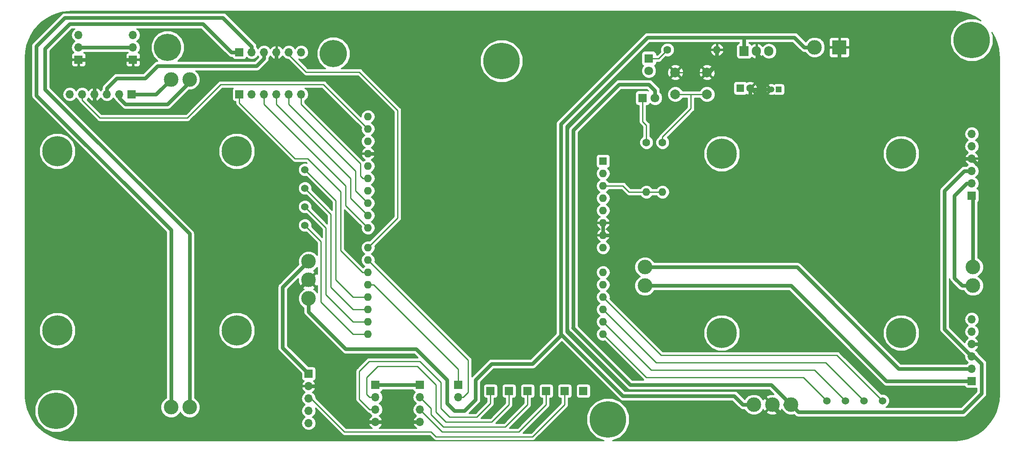
<source format=gbr>
G04 #@! TF.GenerationSoftware,KiCad,Pcbnew,(5.0.2)-1*
G04 #@! TF.CreationDate,2019-02-11T11:22:53+02:00*
G04 #@! TF.ProjectId,IoTProject,496f5450-726f-46a6-9563-742e6b696361,rev?*
G04 #@! TF.SameCoordinates,Original*
G04 #@! TF.FileFunction,Copper,L1,Top*
G04 #@! TF.FilePolarity,Positive*
%FSLAX46Y46*%
G04 Gerber Fmt 4.6, Leading zero omitted, Abs format (unit mm)*
G04 Created by KiCad (PCBNEW (5.0.2)-1) date 11-Feb-19 11:22:53*
%MOMM*%
%LPD*%
G01*
G04 APERTURE LIST*
G04 #@! TA.AperFunction,ComponentPad*
%ADD10C,5.600000*%
G04 #@! TD*
G04 #@! TA.AperFunction,ComponentPad*
%ADD11C,7.500000*%
G04 #@! TD*
G04 #@! TA.AperFunction,ComponentPad*
%ADD12O,1.600000X1.600000*%
G04 #@! TD*
G04 #@! TA.AperFunction,ComponentPad*
%ADD13R,1.600000X1.600000*%
G04 #@! TD*
G04 #@! TA.AperFunction,ComponentPad*
%ADD14C,6.200000*%
G04 #@! TD*
G04 #@! TA.AperFunction,ComponentPad*
%ADD15C,3.000000*%
G04 #@! TD*
G04 #@! TA.AperFunction,ComponentPad*
%ADD16C,1.524000*%
G04 #@! TD*
G04 #@! TA.AperFunction,ComponentPad*
%ADD17C,1.600000*%
G04 #@! TD*
G04 #@! TA.AperFunction,ComponentPad*
%ADD18C,1.200000*%
G04 #@! TD*
G04 #@! TA.AperFunction,ComponentPad*
%ADD19R,1.200000X1.200000*%
G04 #@! TD*
G04 #@! TA.AperFunction,ComponentPad*
%ADD20C,1.800000*%
G04 #@! TD*
G04 #@! TA.AperFunction,ComponentPad*
%ADD21R,1.800000X1.800000*%
G04 #@! TD*
G04 #@! TA.AperFunction,ComponentPad*
%ADD22O,1.700000X1.700000*%
G04 #@! TD*
G04 #@! TA.AperFunction,ComponentPad*
%ADD23R,1.700000X1.700000*%
G04 #@! TD*
G04 #@! TA.AperFunction,ComponentPad*
%ADD24R,3.000000X3.000000*%
G04 #@! TD*
G04 #@! TA.AperFunction,ComponentPad*
%ADD25C,2.000000*%
G04 #@! TD*
G04 #@! TA.AperFunction,ComponentPad*
%ADD26O,1.905000X2.000000*%
G04 #@! TD*
G04 #@! TA.AperFunction,ComponentPad*
%ADD27R,1.905000X2.000000*%
G04 #@! TD*
G04 #@! TA.AperFunction,ViaPad*
%ADD28C,0.800000*%
G04 #@! TD*
G04 #@! TA.AperFunction,Conductor*
%ADD29C,0.254000*%
G04 #@! TD*
G04 #@! TA.AperFunction,Conductor*
%ADD30C,0.762000*%
G04 #@! TD*
G04 APERTURE END LIST*
D10*
G04 #@! TO.P,REF\002A\002A,1*
G04 #@! TO.N,N/C*
X142240000Y-102108000D03*
G04 #@! TD*
D11*
G04 #@! TO.P,REF\002A\002A,1*
G04 #@! TO.N,N/C*
X210820000Y-104902000D03*
G04 #@! TD*
G04 #@! TO.P,REF\002A\002A,1*
G04 #@! TO.N,N/C*
X307340000Y-100584000D03*
G04 #@! TD*
G04 #@! TO.P,REF\002A\002A,1*
G04 #@! TO.N,N/C*
X232664000Y-178562000D03*
G04 #@! TD*
D12*
G04 #@! TO.P,A1,16*
G04 #@! TO.N,northP1_9*
X183388000Y-158496000D03*
G04 #@! TO.P,A1,15*
G04 #@! TO.N,northP1_10*
X183388000Y-161036000D03*
G04 #@! TO.P,A1,30*
G04 #@! TO.N,Net-(A1-Pad30)*
X183388000Y-121416000D03*
G04 #@! TO.P,A1,14*
G04 #@! TO.N,eastP0_7*
X231648000Y-161036000D03*
G04 #@! TO.P,A1,29*
G04 #@! TO.N,Earth*
X183388000Y-123956000D03*
G04 #@! TO.P,A1,13*
G04 #@! TO.N,eastP0_6*
X231648000Y-158496000D03*
G04 #@! TO.P,A1,28*
G04 #@! TO.N,servo_updown*
X183388000Y-126496000D03*
G04 #@! TO.P,A1,12*
G04 #@! TO.N,westP0_5*
X231648000Y-155956000D03*
G04 #@! TO.P,A1,27*
G04 #@! TO.N,Net-(A1-Pad27)*
X183388000Y-129036000D03*
G04 #@! TO.P,A1,11*
G04 #@! TO.N,westP1_8*
X231648000Y-153416000D03*
G04 #@! TO.P,A1,26*
G04 #@! TO.N,servo_leftright*
X183388000Y-131576000D03*
G04 #@! TO.P,A1,10*
G04 #@! TO.N,A1*
X231648000Y-150876000D03*
G04 #@! TO.P,A1,25*
G04 #@! TO.N,Net-(A1-Pad25)*
X183388000Y-134116000D03*
G04 #@! TO.P,A1,9*
G04 #@! TO.N,TX*
X231648000Y-148336000D03*
G04 #@! TO.P,A1,24*
G04 #@! TO.N,Net-(A1-Pad24)*
X183388000Y-136656000D03*
G04 #@! TO.P,A1,8*
G04 #@! TO.N,Net-(A1-Pad8)*
X231648000Y-143256000D03*
G04 #@! TO.P,A1,23*
G04 #@! TO.N,Net-(A1-Pad23)*
X183388000Y-139196000D03*
G04 #@! TO.P,A1,7*
G04 #@! TO.N,Earth*
X231648000Y-140716000D03*
G04 #@! TO.P,A1,22*
G04 #@! TO.N,northP0_0*
X183388000Y-143256000D03*
G04 #@! TO.P,A1,6*
G04 #@! TO.N,Earth*
X231648000Y-138176000D03*
G04 #@! TO.P,A1,21*
G04 #@! TO.N,TX_Pi*
X183388000Y-145796000D03*
G04 #@! TO.P,A1,5*
G04 #@! TO.N,Net-(A1-Pad5)*
X231648000Y-135636000D03*
G04 #@! TO.P,A1,20*
G04 #@! TO.N,Net-(A1-Pad20)*
X183388000Y-148336000D03*
G04 #@! TO.P,A1,4*
G04 #@! TO.N,Net-(A1-Pad4)*
X231648000Y-133096000D03*
G04 #@! TO.P,A1,19*
G04 #@! TO.N,RX_Pi*
X183388000Y-150876000D03*
G04 #@! TO.P,A1,3*
G04 #@! TO.N,Net-(A1-Pad3)*
X231648000Y-130556000D03*
G04 #@! TO.P,A1,18*
G04 #@! TO.N,southP0_9*
X183388000Y-153416000D03*
G04 #@! TO.P,A1,2*
G04 #@! TO.N,Net-(A1-Pad2)*
X231648000Y-128016000D03*
G04 #@! TO.P,A1,17*
G04 #@! TO.N,southP0_29*
X183388000Y-155956000D03*
D13*
G04 #@! TO.P,A1,1*
G04 #@! TO.N,Net-(A1-Pad1)*
X231648000Y-125476000D03*
D12*
G04 #@! TO.P,A1,31*
G04 #@! TO.N,southP0_23*
X183388000Y-118876000D03*
G04 #@! TO.P,A1,32*
G04 #@! TO.N,westP0_22*
X183388000Y-116336000D03*
G04 #@! TD*
D14*
G04 #@! TO.P,U2,12*
G04 #@! TO.N,N/C*
X292862000Y-123952000D03*
D15*
G04 #@! TO.P,U2,11*
G04 #@! TO.N,west_out2*
X307602000Y-147262000D03*
G04 #@! TO.P,U2,10*
G04 #@! TO.N,west_out1*
X307602000Y-151082000D03*
G04 #@! TO.P,U2,8*
G04 #@! TO.N,east_out1*
X240222000Y-147262000D03*
G04 #@! TO.P,U2,9*
G04 #@! TO.N,east_out2*
X240222000Y-151082000D03*
G04 #@! TO.P,U2,1*
G04 #@! TO.N,12V*
X262592000Y-175522000D03*
G04 #@! TO.P,U2,2*
G04 #@! TO.N,Earth*
X266412000Y-175522000D03*
G04 #@! TO.P,U2,3*
G04 #@! TO.N,5VU2*
X270232000Y-175522000D03*
D16*
G04 #@! TO.P,U2,4*
G04 #@! TO.N,eastP0_7*
X277622000Y-174752000D03*
G04 #@! TO.P,U2,5*
G04 #@! TO.N,eastP0_6*
X281432000Y-174752000D03*
G04 #@! TO.P,U2,6*
G04 #@! TO.N,westP0_5*
X285242000Y-174752000D03*
G04 #@! TO.P,U2,7*
G04 #@! TO.N,westP1_8*
X289052000Y-174752000D03*
D14*
G04 #@! TO.P,U2,12*
G04 #@! TO.N,N/C*
X256032000Y-123952000D03*
X256032000Y-160782000D03*
X292862000Y-160782000D03*
G04 #@! TD*
G04 #@! TO.P,U1,12*
G04 #@! TO.N,N/C*
X119634000Y-123444000D03*
D15*
G04 #@! TO.P,U1,11*
G04 #@! TO.N,south_out2*
X142944000Y-108704000D03*
G04 #@! TO.P,U1,10*
G04 #@! TO.N,south_out1*
X146764000Y-108704000D03*
G04 #@! TO.P,U1,8*
G04 #@! TO.N,north_out1*
X142944000Y-176084000D03*
G04 #@! TO.P,U1,9*
G04 #@! TO.N,north_out2*
X146764000Y-176084000D03*
G04 #@! TO.P,U1,1*
G04 #@! TO.N,12V*
X171204000Y-153714000D03*
G04 #@! TO.P,U1,2*
G04 #@! TO.N,Earth*
X171204000Y-149894000D03*
G04 #@! TO.P,U1,3*
G04 #@! TO.N,5VU1*
X171204000Y-146074000D03*
D16*
G04 #@! TO.P,U1,4*
G04 #@! TO.N,northP1_10*
X170434000Y-138684000D03*
G04 #@! TO.P,U1,5*
G04 #@! TO.N,northP1_9*
X170434000Y-134874000D03*
G04 #@! TO.P,U1,6*
G04 #@! TO.N,southP0_29*
X170434000Y-131064000D03*
G04 #@! TO.P,U1,7*
G04 #@! TO.N,southP0_9*
X170434000Y-127254000D03*
D14*
G04 #@! TO.P,U1,12*
G04 #@! TO.N,N/C*
X119634000Y-160274000D03*
X156464000Y-160274000D03*
X156464000Y-123444000D03*
G04 #@! TD*
D17*
G04 #@! TO.P,C1,2*
G04 #@! TO.N,Earth*
X261842000Y-110490000D03*
D13*
G04 #@! TO.P,C1,1*
G04 #@! TO.N,12V*
X259842000Y-110490000D03*
G04 #@! TD*
D18*
G04 #@! TO.P,C2,2*
G04 #@! TO.N,Earth*
X266216000Y-110744000D03*
D19*
G04 #@! TO.P,C2,1*
G04 #@! TO.N,5VU3*
X267716000Y-110744000D03*
G04 #@! TD*
D20*
G04 #@! TO.P,D1,2*
G04 #@! TO.N,5VU3*
X241046000Y-106934000D03*
D21*
G04 #@! TO.P,D1,1*
G04 #@! TO.N,Net-(D1-Pad1)*
X241046000Y-104394000D03*
G04 #@! TD*
D20*
G04 #@! TO.P,D2,2*
G04 #@! TO.N,5VU2*
X242316000Y-112522000D03*
D21*
G04 #@! TO.P,D2,1*
G04 #@! TO.N,Net-(D2-Pad1)*
X239776000Y-112522000D03*
G04 #@! TD*
D22*
G04 #@! TO.P,J1,6*
G04 #@! TO.N,Net-(J1-Pad6)*
X169672000Y-103124000D03*
G04 #@! TO.P,J1,5*
G04 #@! TO.N,northP0_0*
X167132000Y-103124000D03*
G04 #@! TO.P,J1,4*
G04 #@! TO.N,Earth*
X164592000Y-103124000D03*
G04 #@! TO.P,J1,3*
G04 #@! TO.N,5VU1*
X162052000Y-103124000D03*
G04 #@! TO.P,J1,2*
G04 #@! TO.N,north_out1*
X159512000Y-103124000D03*
D23*
G04 #@! TO.P,J1,1*
G04 #@! TO.N,north_out2*
X156972000Y-103124000D03*
G04 #@! TD*
D22*
G04 #@! TO.P,J2,6*
G04 #@! TO.N,Net-(J2-Pad6)*
X122174000Y-111760000D03*
G04 #@! TO.P,J2,5*
G04 #@! TO.N,southP0_23*
X124714000Y-111760000D03*
G04 #@! TO.P,J2,4*
G04 #@! TO.N,Earth*
X127254000Y-111760000D03*
G04 #@! TO.P,J2,3*
G04 #@! TO.N,5VU1*
X129794000Y-111760000D03*
G04 #@! TO.P,J2,2*
G04 #@! TO.N,south_out1*
X132334000Y-111760000D03*
D23*
G04 #@! TO.P,J2,1*
G04 #@! TO.N,south_out2*
X134874000Y-111760000D03*
G04 #@! TD*
D22*
G04 #@! TO.P,J3,6*
G04 #@! TO.N,Net-(J3-Pad6)*
X307340000Y-157988000D03*
G04 #@! TO.P,J3,5*
G04 #@! TO.N,eastP1_0*
X307340000Y-160528000D03*
G04 #@! TO.P,J3,4*
G04 #@! TO.N,Earth*
X307340000Y-163068000D03*
G04 #@! TO.P,J3,3*
G04 #@! TO.N,5VU2*
X307340000Y-165608000D03*
G04 #@! TO.P,J3,2*
G04 #@! TO.N,east_out1*
X307340000Y-168148000D03*
D23*
G04 #@! TO.P,J3,1*
G04 #@! TO.N,east_out2*
X307340000Y-170688000D03*
G04 #@! TD*
D22*
G04 #@! TO.P,J4,6*
G04 #@! TO.N,Net-(J4-Pad6)*
X307340000Y-119888000D03*
G04 #@! TO.P,J4,5*
G04 #@! TO.N,westP0_22*
X307340000Y-122428000D03*
G04 #@! TO.P,J4,4*
G04 #@! TO.N,Earth*
X307340000Y-124968000D03*
G04 #@! TO.P,J4,3*
G04 #@! TO.N,5VU2*
X307340000Y-127508000D03*
G04 #@! TO.P,J4,2*
G04 #@! TO.N,west_out1*
X307340000Y-130048000D03*
D23*
G04 #@! TO.P,J4,1*
G04 #@! TO.N,west_out2*
X307340000Y-132588000D03*
G04 #@! TD*
D15*
G04 #@! TO.P,J5,2*
G04 #@! TO.N,12V*
X275082000Y-102108000D03*
D24*
G04 #@! TO.P,J5,1*
G04 #@! TO.N,Earth*
X280162000Y-102108000D03*
G04 #@! TD*
D22*
G04 #@! TO.P,J6,3*
G04 #@! TO.N,servo_updown*
X123952000Y-99568000D03*
G04 #@! TO.P,J6,2*
G04 #@! TO.N,5VU3*
X123952000Y-102108000D03*
D23*
G04 #@! TO.P,J6,1*
G04 #@! TO.N,Earth*
X123952000Y-104648000D03*
G04 #@! TD*
D22*
G04 #@! TO.P,J7,3*
G04 #@! TO.N,servo_leftright*
X135128000Y-99568000D03*
G04 #@! TO.P,J7,2*
G04 #@! TO.N,5VU3*
X135128000Y-102108000D03*
D23*
G04 #@! TO.P,J7,1*
G04 #@! TO.N,Earth*
X135128000Y-104648000D03*
G04 #@! TD*
D22*
G04 #@! TO.P,J8,4*
G04 #@! TO.N,Earth*
X184912000Y-179070000D03*
G04 #@! TO.P,J8,3*
G04 #@! TO.N,echo_front*
X184912000Y-176530000D03*
G04 #@! TO.P,J8,2*
G04 #@! TO.N,trig_front*
X184912000Y-173990000D03*
D23*
G04 #@! TO.P,J8,1*
G04 #@! TO.N,5VU2*
X184912000Y-171450000D03*
G04 #@! TD*
G04 #@! TO.P,J9,1*
G04 #@! TO.N,trig_front*
X212344000Y-172720000D03*
G04 #@! TD*
G04 #@! TO.P,J10,1*
G04 #@! TO.N,echo_front*
X208534000Y-172720000D03*
G04 #@! TD*
D22*
G04 #@! TO.P,J11,4*
G04 #@! TO.N,Earth*
X194056000Y-179070000D03*
G04 #@! TO.P,J11,3*
G04 #@! TO.N,echo_rear*
X194056000Y-176530000D03*
G04 #@! TO.P,J11,2*
G04 #@! TO.N,trig_rear*
X194056000Y-173990000D03*
D23*
G04 #@! TO.P,J11,1*
G04 #@! TO.N,5VU2*
X194056000Y-171450000D03*
G04 #@! TD*
D22*
G04 #@! TO.P,J12,2*
G04 #@! TO.N,TX_Pi*
X201930000Y-173990000D03*
D23*
G04 #@! TO.P,J12,1*
G04 #@! TO.N,RX_Pi*
X201930000Y-171450000D03*
G04 #@! TD*
G04 #@! TO.P,J13,1*
G04 #@! TO.N,trig_rear*
X216154000Y-172720000D03*
G04 #@! TD*
G04 #@! TO.P,J14,1*
G04 #@! TO.N,echo_rear*
X219964000Y-172720000D03*
G04 #@! TD*
D22*
G04 #@! TO.P,J15,5*
G04 #@! TO.N,Net-(J15-Pad5)*
X171196000Y-179324000D03*
G04 #@! TO.P,J15,4*
G04 #@! TO.N,TX*
X171196000Y-176784000D03*
G04 #@! TO.P,J15,3*
G04 #@! TO.N,RX*
X171196000Y-174244000D03*
G04 #@! TO.P,J15,2*
G04 #@! TO.N,Earth*
X171196000Y-171704000D03*
D23*
G04 #@! TO.P,J15,1*
G04 #@! TO.N,5VU1*
X171196000Y-169164000D03*
G04 #@! TD*
G04 #@! TO.P,J16,1*
G04 #@! TO.N,RX*
X223774000Y-172720000D03*
G04 #@! TD*
D22*
G04 #@! TO.P,J17,6*
G04 #@! TO.N,Net-(A1-Pad27)*
X169672000Y-111760000D03*
G04 #@! TO.P,J17,5*
G04 #@! TO.N,Net-(A1-Pad25)*
X167132000Y-111760000D03*
G04 #@! TO.P,J17,4*
G04 #@! TO.N,Net-(A1-Pad24)*
X164592000Y-111760000D03*
G04 #@! TO.P,J17,3*
G04 #@! TO.N,Net-(A1-Pad23)*
X162052000Y-111760000D03*
G04 #@! TO.P,J17,2*
G04 #@! TO.N,A1*
X159512000Y-111760000D03*
D23*
G04 #@! TO.P,J17,1*
G04 #@! TO.N,Net-(A1-Pad20)*
X156972000Y-111760000D03*
G04 #@! TD*
G04 #@! TO.P,J18,1*
G04 #@! TO.N,eastP1_0*
X227584000Y-172720000D03*
G04 #@! TD*
D12*
G04 #@! TO.P,R1,2*
G04 #@! TO.N,Earth*
X255016000Y-102616000D03*
D17*
G04 #@! TO.P,R1,1*
G04 #@! TO.N,Net-(D1-Pad1)*
X244856000Y-102616000D03*
G04 #@! TD*
D12*
G04 #@! TO.P,R2,2*
G04 #@! TO.N,Net-(A1-Pad3)*
X240538000Y-131826000D03*
D17*
G04 #@! TO.P,R2,1*
G04 #@! TO.N,Net-(D2-Pad1)*
X240538000Y-121666000D03*
G04 #@! TD*
D12*
G04 #@! TO.P,R3,2*
G04 #@! TO.N,Net-(A1-Pad3)*
X243840000Y-131826000D03*
D17*
G04 #@! TO.P,R3,1*
G04 #@! TO.N,Net-(R3-Pad1)*
X243840000Y-121666000D03*
G04 #@! TD*
D25*
G04 #@! TO.P,SW1,1*
G04 #@! TO.N,Net-(R3-Pad1)*
X246484000Y-111760000D03*
G04 #@! TO.P,SW1,2*
G04 #@! TO.N,Earth*
X246484000Y-107260000D03*
G04 #@! TO.P,SW1,1*
G04 #@! TO.N,Net-(R3-Pad1)*
X252984000Y-111760000D03*
G04 #@! TO.P,SW1,2*
G04 #@! TO.N,Earth*
X252984000Y-107260000D03*
G04 #@! TD*
D26*
G04 #@! TO.P,U3,3*
G04 #@! TO.N,5VU3*
X265684000Y-102870000D03*
G04 #@! TO.P,U3,2*
G04 #@! TO.N,Earth*
X263144000Y-102870000D03*
D27*
G04 #@! TO.P,U3,1*
G04 #@! TO.N,12V*
X260604000Y-102870000D03*
G04 #@! TD*
D11*
G04 #@! TO.P,REF\002A\002A,1*
G04 #@! TO.N,N/C*
X119380000Y-176784000D03*
G04 #@! TD*
D10*
G04 #@! TO.P,REF\002A\002A,1*
G04 #@! TO.N,N/C*
X176276000Y-103378000D03*
G04 #@! TD*
D28*
G04 #@! TO.N,5VU2*
X225552000Y-159766000D03*
G04 #@! TD*
D29*
G04 #@! TO.N,southP0_23*
X174240000Y-109728000D02*
X183388000Y-118876000D01*
X153162000Y-109728000D02*
X174240000Y-109728000D01*
X146304000Y-116586000D02*
X153162000Y-109728000D01*
X128337919Y-116586000D02*
X146304000Y-116586000D01*
X124714000Y-111760000D02*
X124714000Y-112962081D01*
X124714000Y-112962081D02*
X128337919Y-116586000D01*
G04 #@! TO.N,southP0_29*
X180340000Y-155956000D02*
X183388000Y-155956000D01*
X175768000Y-151384000D02*
X180340000Y-155956000D01*
X170434000Y-131064000D02*
X175768000Y-136398000D01*
X175768000Y-136398000D02*
X175768000Y-151384000D01*
G04 #@! TO.N,southP0_9*
X180340000Y-153416000D02*
X183388000Y-153416000D01*
X176784000Y-149860000D02*
X180340000Y-153416000D01*
X170434000Y-127254000D02*
X176784000Y-133604000D01*
X176784000Y-133604000D02*
X176784000Y-149860000D01*
G04 #@! TO.N,Net-(A1-Pad3)*
X242708630Y-131826000D02*
X240538000Y-131826000D01*
X243840000Y-131826000D02*
X242708630Y-131826000D01*
X236982000Y-131826000D02*
X240538000Y-131826000D01*
X231648000Y-130556000D02*
X235712000Y-130556000D01*
X235712000Y-130556000D02*
X236982000Y-131826000D01*
G04 #@! TO.N,RX_Pi*
X201930000Y-170346000D02*
X201930000Y-171450000D01*
X201930000Y-168286630D02*
X201930000Y-170346000D01*
X184519370Y-150876000D02*
X201930000Y-168286630D01*
X183388000Y-150876000D02*
X184519370Y-150876000D01*
G04 #@! TO.N,Net-(A1-Pad20)*
X168402000Y-124968000D02*
X156972000Y-113538000D01*
X156972000Y-113538000D02*
X156972000Y-111760000D01*
X170978038Y-124968000D02*
X168402000Y-124968000D01*
X177800000Y-131789962D02*
X170978038Y-124968000D01*
X177800000Y-143879370D02*
X177800000Y-131789962D01*
X183388000Y-148336000D02*
X182256630Y-148336000D01*
X182256630Y-148336000D02*
X177800000Y-143879370D01*
G04 #@! TO.N,TX_Pi*
X203962000Y-166370000D02*
X183388000Y-145796000D01*
X203962000Y-172974000D02*
X203962000Y-166370000D01*
X201930000Y-173990000D02*
X202946000Y-173990000D01*
X202946000Y-173990000D02*
X203962000Y-172974000D01*
D30*
G04 #@! TO.N,Earth*
X192853919Y-179070000D02*
X184912000Y-179070000D01*
X194056000Y-179070000D02*
X192853919Y-179070000D01*
X172720000Y-171704000D02*
X171196000Y-171704000D01*
X180086000Y-179070000D02*
X172720000Y-171704000D01*
X184912000Y-179070000D02*
X180086000Y-179070000D01*
X173482000Y-170942000D02*
X172720000Y-171704000D01*
X173482000Y-166370000D02*
X173482000Y-170942000D01*
X167894000Y-160782000D02*
X173482000Y-166370000D01*
X171204000Y-149894000D02*
X167894000Y-153204000D01*
X167894000Y-153204000D02*
X167894000Y-160782000D01*
X232779370Y-140716000D02*
X231648000Y-140716000D01*
X257810000Y-140716000D02*
X232779370Y-140716000D01*
X231648000Y-138176000D02*
X231648000Y-140716000D01*
X261842000Y-111621370D02*
X261874000Y-111653370D01*
X261842000Y-110490000D02*
X261842000Y-111621370D01*
X261874000Y-136652000D02*
X257810000Y-140716000D01*
X261874000Y-111653370D02*
X261874000Y-136652000D01*
X262096000Y-110744000D02*
X261842000Y-110490000D01*
X264160000Y-105648000D02*
X264160000Y-110744000D01*
X266216000Y-110744000D02*
X264160000Y-110744000D01*
X264160000Y-110744000D02*
X262096000Y-110744000D01*
X280162000Y-102108000D02*
X280162000Y-104370000D01*
X280162000Y-105664000D02*
X280162000Y-104370000D01*
X285496000Y-105664000D02*
X280162000Y-105664000D01*
X307340000Y-124968000D02*
X304800000Y-124968000D01*
X304800000Y-124968000D02*
X285496000Y-105664000D01*
X280162000Y-105648000D02*
X264160000Y-105648000D01*
X280162000Y-104370000D02*
X280162000Y-105648000D01*
X263144000Y-102870000D02*
X263144000Y-103378000D01*
X263144000Y-103378000D02*
X264160000Y-104394000D01*
X164592000Y-103124000D02*
X164592000Y-104394000D01*
X164592000Y-104394000D02*
X164592000Y-106426000D01*
X164592000Y-106426000D02*
X164592000Y-107442000D01*
X135128000Y-104648000D02*
X133516000Y-104648000D01*
X127254000Y-111760000D02*
X127254000Y-104648000D01*
X133516000Y-104648000D02*
X127254000Y-104648000D01*
X127254000Y-104648000D02*
X123952000Y-104648000D01*
X264160000Y-104394000D02*
X264160000Y-105156000D01*
X264160000Y-105156000D02*
X264160000Y-105648000D01*
X264144000Y-105664000D02*
X264160000Y-105648000D01*
X255016000Y-102616000D02*
X255016000Y-105664000D01*
X255016000Y-105664000D02*
X264144000Y-105664000D01*
X255016000Y-104720000D02*
X255016000Y-102616000D01*
X255016000Y-105664000D02*
X255016000Y-104720000D01*
X252984000Y-107260000D02*
X253420000Y-107260000D01*
X253420000Y-107260000D02*
X255016000Y-105664000D01*
D29*
X247898213Y-107260000D02*
X252984000Y-107260000D01*
X246484000Y-107260000D02*
X247898213Y-107260000D01*
D30*
X311150000Y-163068000D02*
X307340000Y-163068000D01*
X311150000Y-173990000D02*
X311150000Y-163068000D01*
X306578000Y-178562000D02*
X311150000Y-173990000D01*
X268986000Y-178562000D02*
X306578000Y-178562000D01*
X266412000Y-175522000D02*
X266412000Y-175988000D01*
X266412000Y-175988000D02*
X268986000Y-178562000D01*
X311150000Y-128778000D02*
X307340000Y-124968000D01*
X311150000Y-163068000D02*
X311150000Y-128778000D01*
X185416000Y-123956000D02*
X183388000Y-123956000D01*
X186944000Y-122428000D02*
X185416000Y-123956000D01*
X186944000Y-114300000D02*
X186944000Y-122428000D01*
X181102000Y-108458000D02*
X186944000Y-114300000D01*
X164592000Y-107442000D02*
X164592000Y-108458000D01*
X164592000Y-108458000D02*
X181102000Y-108458000D01*
X152146000Y-108458000D02*
X164592000Y-108458000D01*
X145288000Y-115316000D02*
X152146000Y-108458000D01*
X129540000Y-115316000D02*
X145288000Y-115316000D01*
X127254000Y-111760000D02*
X127254000Y-113030000D01*
X127254000Y-113030000D02*
X129540000Y-115316000D01*
D29*
G04 #@! TO.N,northP0_0*
X189484000Y-137160000D02*
X183388000Y-143256000D01*
X189484000Y-115062000D02*
X189484000Y-137160000D01*
X181610000Y-107188000D02*
X189484000Y-115062000D01*
X170688000Y-107188000D02*
X181610000Y-107188000D01*
X167132000Y-103124000D02*
X167132000Y-103632000D01*
X167132000Y-103632000D02*
X170688000Y-107188000D01*
G04 #@! TO.N,Net-(A1-Pad23)*
X178816000Y-134624000D02*
X183388000Y-139196000D01*
X178816000Y-130556000D02*
X178816000Y-134624000D01*
X162052000Y-111760000D02*
X162052000Y-113792000D01*
X162052000Y-113792000D02*
X178816000Y-130556000D01*
G04 #@! TO.N,Net-(A1-Pad24)*
X179832000Y-133100000D02*
X183388000Y-136656000D01*
X179832000Y-129032000D02*
X179832000Y-133100000D01*
X164592000Y-111760000D02*
X164592000Y-113792000D01*
X164592000Y-113792000D02*
X179832000Y-129032000D01*
G04 #@! TO.N,Net-(A1-Pad25)*
X180848000Y-131576000D02*
X183388000Y-134116000D01*
X180848000Y-127508000D02*
X180848000Y-131576000D01*
X167132000Y-111760000D02*
X167132000Y-113792000D01*
X167132000Y-113792000D02*
X180848000Y-127508000D01*
G04 #@! TO.N,westP1_8*
X243586000Y-165354000D02*
X231648000Y-153416000D01*
X289052000Y-174752000D02*
X279654000Y-165354000D01*
X279654000Y-165354000D02*
X243586000Y-165354000D01*
G04 #@! TO.N,Net-(A1-Pad27)*
X182376000Y-129036000D02*
X183388000Y-129036000D01*
X181864000Y-128524000D02*
X182376000Y-129036000D01*
X181864000Y-125984000D02*
X181864000Y-128524000D01*
X169672000Y-111760000D02*
X169672000Y-113792000D01*
X169672000Y-113792000D02*
X181864000Y-125984000D01*
G04 #@! TO.N,westP0_5*
X242570000Y-166878000D02*
X231648000Y-155956000D01*
X285242000Y-174752000D02*
X277368000Y-166878000D01*
X277368000Y-166878000D02*
X242570000Y-166878000D01*
G04 #@! TO.N,eastP0_6*
X241554000Y-168402000D02*
X231648000Y-158496000D01*
X281432000Y-174752000D02*
X275082000Y-168402000D01*
X275082000Y-168402000D02*
X241554000Y-168402000D01*
G04 #@! TO.N,eastP0_7*
X240538000Y-169926000D02*
X231648000Y-161036000D01*
X277622000Y-174752000D02*
X272796000Y-169926000D01*
X272796000Y-169926000D02*
X240538000Y-169926000D01*
G04 #@! TO.N,northP1_10*
X180340000Y-161036000D02*
X183388000Y-161036000D01*
X173736000Y-154432000D02*
X180340000Y-161036000D01*
X170434000Y-138684000D02*
X173736000Y-141986000D01*
X173736000Y-141986000D02*
X173736000Y-154432000D01*
G04 #@! TO.N,northP1_9*
X180340000Y-158496000D02*
X183388000Y-158496000D01*
X174752000Y-152908000D02*
X180340000Y-158496000D01*
X170434000Y-134874000D02*
X174752000Y-139192000D01*
X174752000Y-139192000D02*
X174752000Y-152908000D01*
D30*
G04 #@! TO.N,12V*
X260604000Y-102870000D02*
X260604000Y-100584000D01*
X260604000Y-100330000D02*
X260604000Y-100584000D01*
X260858000Y-100076000D02*
X260604000Y-100330000D01*
X270928680Y-100076000D02*
X260858000Y-100076000D01*
X275082000Y-102108000D02*
X272960680Y-102108000D01*
X272960680Y-102108000D02*
X270928680Y-100076000D01*
X171204000Y-156472000D02*
X171204000Y-153714000D01*
X178816000Y-164084000D02*
X171204000Y-156472000D01*
X193294000Y-164084000D02*
X178816000Y-164084000D01*
X199644000Y-170434000D02*
X193294000Y-164084000D01*
X199644000Y-175260000D02*
X199644000Y-170434000D01*
X201168000Y-176784000D02*
X199644000Y-175260000D01*
X203200000Y-176784000D02*
X201168000Y-176784000D01*
X223012000Y-161290000D02*
X217170000Y-167132000D01*
X223012000Y-160020000D02*
X223012000Y-161290000D01*
X217170000Y-167132000D02*
X208788000Y-167132000D01*
X208788000Y-167132000D02*
X205486000Y-170434000D01*
X205486000Y-170434000D02*
X205486000Y-174498000D01*
X205486000Y-174498000D02*
X203200000Y-176784000D01*
X260358000Y-175522000D02*
X262592000Y-175522000D01*
X260604000Y-100076000D02*
X240792000Y-100076000D01*
X260604000Y-100584000D02*
X260604000Y-100076000D01*
X258572000Y-173736000D02*
X260358000Y-175522000D01*
X240792000Y-100076000D02*
X223012000Y-117856000D01*
X223012000Y-117856000D02*
X223012000Y-161036000D01*
X223012000Y-161036000D02*
X235712000Y-173736000D01*
X235712000Y-173736000D02*
X258572000Y-173736000D01*
G04 #@! TO.N,5VU3*
X123952000Y-102108000D02*
X135128000Y-102108000D01*
D29*
G04 #@! TO.N,Net-(D1-Pad1)*
X244856000Y-102616000D02*
X243078000Y-104394000D01*
X243078000Y-104394000D02*
X241046000Y-104394000D01*
G04 #@! TO.N,Net-(D2-Pad1)*
X240538000Y-118110000D02*
X240538000Y-121666000D01*
X239776000Y-112522000D02*
X239776000Y-117348000D01*
X239776000Y-117348000D02*
X240538000Y-118110000D01*
D30*
G04 #@! TO.N,5VU2*
X305816000Y-127508000D02*
X307340000Y-127508000D01*
X301752000Y-131572000D02*
X305816000Y-127508000D01*
X307340000Y-165608000D02*
X301752000Y-160020000D01*
X301752000Y-160020000D02*
X301752000Y-131572000D01*
X269196000Y-175522000D02*
X268994000Y-175522000D01*
X225552000Y-159766000D02*
X225552000Y-159766000D01*
X225552000Y-119126000D02*
X225552000Y-159766000D01*
X234950000Y-109728000D02*
X225552000Y-119126000D01*
X305578001Y-177021999D02*
X309372000Y-173228000D01*
X241046000Y-109728000D02*
X234950000Y-109728000D01*
X242316000Y-112522000D02*
X242316000Y-110998000D01*
X242316000Y-110998000D02*
X241046000Y-109728000D01*
X309372000Y-167132000D02*
X307848000Y-165608000D01*
X270232000Y-175522000D02*
X271731999Y-177021999D01*
X271731999Y-177021999D02*
X305578001Y-177021999D01*
X309372000Y-173228000D02*
X309372000Y-167132000D01*
X307848000Y-165608000D02*
X307340000Y-165608000D01*
X189738000Y-171450000D02*
X184912000Y-171450000D01*
X194056000Y-171450000D02*
X189738000Y-171450000D01*
X225552000Y-159766000D02*
X225552000Y-159766000D01*
X266160000Y-171450000D02*
X270232000Y-175522000D01*
X225552000Y-159766000D02*
X237236000Y-171450000D01*
X237236000Y-171450000D02*
X266160000Y-171450000D01*
G04 #@! TO.N,north_out2*
X155360000Y-103124000D02*
X149518000Y-97282000D01*
X156972000Y-103124000D02*
X155360000Y-103124000D01*
X149518000Y-97282000D02*
X122174000Y-97282000D01*
X122174000Y-97282000D02*
X117094000Y-102362000D01*
X146764000Y-140414000D02*
X146764000Y-176084000D01*
X117094000Y-102362000D02*
X117094000Y-110744000D01*
X117094000Y-110744000D02*
X146764000Y-140414000D01*
G04 #@! TO.N,north_out1*
X142944000Y-139642000D02*
X142944000Y-176084000D01*
X159512000Y-103124000D02*
X159512000Y-101921919D01*
X153602081Y-96012000D02*
X121158000Y-96012000D01*
X121158000Y-96012000D02*
X115316000Y-101854000D01*
X159512000Y-101921919D02*
X153602081Y-96012000D01*
X115316000Y-101854000D02*
X115316000Y-112014000D01*
X115316000Y-112014000D02*
X142944000Y-139642000D01*
G04 #@! TO.N,5VU1*
X165862000Y-163830000D02*
X171196000Y-169164000D01*
X171204000Y-146074000D02*
X165862000Y-151416000D01*
X165862000Y-151416000D02*
X165862000Y-163830000D01*
X129794000Y-110490000D02*
X131826000Y-108458000D01*
X129794000Y-111760000D02*
X129794000Y-110490000D01*
X137668000Y-108458000D02*
X140208000Y-105918000D01*
X131826000Y-108458000D02*
X137668000Y-108458000D01*
X140208000Y-105918000D02*
X160528000Y-105918000D01*
X162052000Y-104394000D02*
X162052000Y-103124000D01*
X160528000Y-105918000D02*
X162052000Y-104394000D01*
G04 #@! TO.N,south_out2*
X139888000Y-111760000D02*
X134874000Y-111760000D01*
X142944000Y-108704000D02*
X139888000Y-111760000D01*
G04 #@! TO.N,south_out1*
X132334000Y-112522000D02*
X132334000Y-111760000D01*
X133604000Y-113792000D02*
X132334000Y-112522000D01*
X142240000Y-113792000D02*
X133604000Y-113792000D01*
X146764000Y-108704000D02*
X146764000Y-109268000D01*
X146764000Y-109268000D02*
X142240000Y-113792000D01*
G04 #@! TO.N,east_out2*
X289814000Y-170688000D02*
X307340000Y-170688000D01*
X240222000Y-151082000D02*
X270208000Y-151082000D01*
X270208000Y-151082000D02*
X289814000Y-170688000D01*
G04 #@! TO.N,east_out1*
X307340000Y-168148000D02*
X292354000Y-168148000D01*
X292354000Y-168148000D02*
X271468000Y-147262000D01*
X271468000Y-147262000D02*
X240222000Y-147262000D01*
G04 #@! TO.N,west_out1*
X306324000Y-130048000D02*
X307340000Y-130048000D01*
X303784000Y-132588000D02*
X306324000Y-130048000D01*
X303784000Y-149510000D02*
X303784000Y-132588000D01*
X307602000Y-151082000D02*
X305356000Y-151082000D01*
X305356000Y-151082000D02*
X303784000Y-149510000D01*
G04 #@! TO.N,west_out2*
X307602000Y-132850000D02*
X307340000Y-132588000D01*
X307602000Y-147262000D02*
X307602000Y-132850000D01*
D29*
G04 #@! TO.N,echo_front*
X205740000Y-178054000D02*
X208534000Y-175260000D01*
X200152000Y-178054000D02*
X205740000Y-178054000D01*
X198374000Y-176276000D02*
X200152000Y-178054000D01*
X198374000Y-170942000D02*
X198374000Y-176276000D01*
X183709919Y-176530000D02*
X181610000Y-174430081D01*
X208534000Y-175260000D02*
X208534000Y-172720000D01*
X184912000Y-176530000D02*
X183709919Y-176530000D01*
X181610000Y-168656000D02*
X183642000Y-166624000D01*
X183642000Y-166624000D02*
X194056000Y-166624000D01*
X181610000Y-174430081D02*
X181610000Y-168656000D01*
X194056000Y-166624000D02*
X198374000Y-170942000D01*
G04 #@! TO.N,trig_front*
X212344000Y-175514000D02*
X212344000Y-172720000D01*
X199390000Y-179070000D02*
X208788000Y-179070000D01*
X197358000Y-177038000D02*
X199390000Y-179070000D01*
X183709919Y-173990000D02*
X183134000Y-173414081D01*
X184912000Y-173990000D02*
X183709919Y-173990000D01*
X208788000Y-179070000D02*
X212344000Y-175514000D01*
X183134000Y-173414081D02*
X183134000Y-169926000D01*
X183134000Y-169926000D02*
X185420000Y-167640000D01*
X197358000Y-171450000D02*
X197358000Y-177038000D01*
X185420000Y-167640000D02*
X193548000Y-167640000D01*
X193548000Y-167640000D02*
X197358000Y-171450000D01*
G04 #@! TO.N,trig_rear*
X216154000Y-175514000D02*
X216154000Y-172720000D01*
X211582000Y-180086000D02*
X216154000Y-175514000D01*
X198882000Y-180086000D02*
X211582000Y-180086000D01*
X196342000Y-177546000D02*
X198882000Y-180086000D01*
X194056000Y-173990000D02*
X196342000Y-176276000D01*
X196342000Y-176276000D02*
X196342000Y-177546000D01*
G04 #@! TO.N,echo_rear*
X219964000Y-175514000D02*
X219964000Y-172720000D01*
X214376000Y-181102000D02*
X219964000Y-175514000D01*
X194056000Y-176530000D02*
X198628000Y-181102000D01*
X198628000Y-181102000D02*
X214376000Y-181102000D01*
G04 #@! TO.N,RX*
X171704000Y-174244000D02*
X178562000Y-181102000D01*
X171196000Y-174244000D02*
X171704000Y-174244000D01*
X178562000Y-181102000D02*
X196342000Y-181102000D01*
X196342000Y-181102000D02*
X197358000Y-182118000D01*
X223774000Y-175514000D02*
X223774000Y-172720000D01*
X197358000Y-182118000D02*
X217170000Y-182118000D01*
X217170000Y-182118000D02*
X223774000Y-175514000D01*
G04 #@! TO.N,Net-(R3-Pad1)*
X252984000Y-111760000D02*
X251569787Y-111760000D01*
X249682000Y-114692630D02*
X249682000Y-111760000D01*
X243840000Y-120534630D02*
X249682000Y-114692630D01*
X243840000Y-121666000D02*
X243840000Y-120534630D01*
X251569787Y-111760000D02*
X249682000Y-111760000D01*
X249682000Y-111760000D02*
X246484000Y-111760000D01*
G04 #@! TD*
G04 #@! TO.N,Earth*
G36*
X303392274Y-94701981D02*
X303483849Y-94713550D01*
X304711088Y-94790762D01*
X305873542Y-95012511D01*
X306999034Y-95378206D01*
X308069828Y-95882083D01*
X309069022Y-96516191D01*
X309160303Y-96591705D01*
X308212231Y-96199000D01*
X306467769Y-96199000D01*
X304856097Y-96866577D01*
X303622577Y-98100097D01*
X302955000Y-99711769D01*
X302955000Y-101456231D01*
X303622577Y-103067903D01*
X304856097Y-104301423D01*
X306467769Y-104969000D01*
X308212231Y-104969000D01*
X309823903Y-104301423D01*
X311057423Y-103067903D01*
X311725000Y-101456231D01*
X311725000Y-99711769D01*
X311442700Y-99030237D01*
X311486564Y-99090610D01*
X312056679Y-100127646D01*
X312492324Y-101227961D01*
X312786630Y-102374209D01*
X312936404Y-103559780D01*
X312955363Y-104163086D01*
X312964049Y-104254979D01*
X312980001Y-104326344D01*
X312980000Y-173297610D01*
X312968019Y-173344274D01*
X312956450Y-173435848D01*
X312879238Y-174663088D01*
X312657490Y-175825537D01*
X312291793Y-176951038D01*
X311787915Y-178021832D01*
X311153809Y-179021022D01*
X310399469Y-179932863D01*
X309536797Y-180742966D01*
X308579384Y-181438567D01*
X307542357Y-182008678D01*
X306442039Y-182444324D01*
X305295791Y-182738630D01*
X304110220Y-182888404D01*
X303506914Y-182907363D01*
X303415021Y-182916049D01*
X303343660Y-182932000D01*
X233572444Y-182932000D01*
X235147903Y-182279423D01*
X236381423Y-181045903D01*
X237049000Y-179434231D01*
X237049000Y-177689769D01*
X236381423Y-176078097D01*
X235147903Y-174844577D01*
X233536231Y-174177000D01*
X231791769Y-174177000D01*
X230180097Y-174844577D01*
X228946577Y-176078097D01*
X228279000Y-177689769D01*
X228279000Y-179434231D01*
X228946577Y-181045903D01*
X230180097Y-182279423D01*
X231755556Y-182932000D01*
X122612390Y-182932000D01*
X122565726Y-182920019D01*
X122474152Y-182908450D01*
X121246912Y-182831238D01*
X120084463Y-182609490D01*
X118958962Y-182243793D01*
X117888168Y-181739915D01*
X116888978Y-181105809D01*
X115977137Y-180351469D01*
X115167034Y-179488797D01*
X114471433Y-178531384D01*
X113901322Y-177494357D01*
X113465676Y-176394039D01*
X113341851Y-175911769D01*
X114995000Y-175911769D01*
X114995000Y-177656231D01*
X115662577Y-179267903D01*
X116896097Y-180501423D01*
X118507769Y-181169000D01*
X120252231Y-181169000D01*
X121863903Y-180501423D01*
X123097423Y-179267903D01*
X123765000Y-177656231D01*
X123765000Y-175911769D01*
X123097423Y-174300097D01*
X121863903Y-173066577D01*
X120252231Y-172399000D01*
X118507769Y-172399000D01*
X116896097Y-173066577D01*
X115662577Y-174300097D01*
X114995000Y-175911769D01*
X113341851Y-175911769D01*
X113171370Y-175247791D01*
X113021596Y-174062220D01*
X113002637Y-173458914D01*
X112993951Y-173367021D01*
X112978000Y-173295660D01*
X112978000Y-159531062D01*
X115899000Y-159531062D01*
X115899000Y-161016938D01*
X116467620Y-162389708D01*
X117518292Y-163440380D01*
X118891062Y-164009000D01*
X120376938Y-164009000D01*
X121749708Y-163440380D01*
X122800380Y-162389708D01*
X123369000Y-161016938D01*
X123369000Y-159531062D01*
X122800380Y-158158292D01*
X121749708Y-157107620D01*
X120376938Y-156539000D01*
X118891062Y-156539000D01*
X117518292Y-157107620D01*
X116467620Y-158158292D01*
X115899000Y-159531062D01*
X112978000Y-159531062D01*
X112978000Y-122701062D01*
X115899000Y-122701062D01*
X115899000Y-124186938D01*
X116467620Y-125559708D01*
X117518292Y-126610380D01*
X118891062Y-127179000D01*
X120376938Y-127179000D01*
X121749708Y-126610380D01*
X122800380Y-125559708D01*
X123369000Y-124186938D01*
X123369000Y-122701062D01*
X122800380Y-121328292D01*
X121749708Y-120277620D01*
X120376938Y-119709000D01*
X118891062Y-119709000D01*
X117518292Y-120277620D01*
X116467620Y-121328292D01*
X115899000Y-122701062D01*
X112978000Y-122701062D01*
X112978000Y-104324390D01*
X112989981Y-104277726D01*
X113001550Y-104186151D01*
X113078762Y-102958912D01*
X113289534Y-101854000D01*
X114280096Y-101854000D01*
X114300000Y-101954064D01*
X114300001Y-111913932D01*
X114280096Y-112014000D01*
X114358950Y-112410423D01*
X114500365Y-112622065D01*
X114583506Y-112746495D01*
X114668338Y-112803178D01*
X141928000Y-140062841D01*
X141928001Y-174193933D01*
X141734620Y-174274034D01*
X141134034Y-174874620D01*
X140809000Y-175659322D01*
X140809000Y-176508678D01*
X141134034Y-177293380D01*
X141734620Y-177893966D01*
X142519322Y-178219000D01*
X143368678Y-178219000D01*
X144153380Y-177893966D01*
X144753966Y-177293380D01*
X144854000Y-177051876D01*
X144954034Y-177293380D01*
X145554620Y-177893966D01*
X146339322Y-178219000D01*
X147188678Y-178219000D01*
X147973380Y-177893966D01*
X148573966Y-177293380D01*
X148899000Y-176508678D01*
X148899000Y-175659322D01*
X148573966Y-174874620D01*
X147973380Y-174274034D01*
X147780000Y-174193933D01*
X147780000Y-159531062D01*
X152729000Y-159531062D01*
X152729000Y-161016938D01*
X153297620Y-162389708D01*
X154348292Y-163440380D01*
X155721062Y-164009000D01*
X157206938Y-164009000D01*
X158579708Y-163440380D01*
X159630380Y-162389708D01*
X160199000Y-161016938D01*
X160199000Y-159531062D01*
X159630380Y-158158292D01*
X158579708Y-157107620D01*
X157206938Y-156539000D01*
X155721062Y-156539000D01*
X154348292Y-157107620D01*
X153297620Y-158158292D01*
X152729000Y-159531062D01*
X147780000Y-159531062D01*
X147780000Y-140514063D01*
X147799904Y-140413999D01*
X147763419Y-140230577D01*
X147721051Y-140017577D01*
X147496495Y-139681505D01*
X147411664Y-139624823D01*
X130487903Y-122701062D01*
X152729000Y-122701062D01*
X152729000Y-124186938D01*
X153297620Y-125559708D01*
X154348292Y-126610380D01*
X155721062Y-127179000D01*
X157206938Y-127179000D01*
X158579708Y-126610380D01*
X159630380Y-125559708D01*
X160199000Y-124186938D01*
X160199000Y-122701062D01*
X159630380Y-121328292D01*
X158579708Y-120277620D01*
X157206938Y-119709000D01*
X155721062Y-119709000D01*
X154348292Y-120277620D01*
X153297620Y-121328292D01*
X152729000Y-122701062D01*
X130487903Y-122701062D01*
X119546841Y-111760000D01*
X120659908Y-111760000D01*
X120775161Y-112339418D01*
X121103375Y-112830625D01*
X121594582Y-113158839D01*
X122027744Y-113245000D01*
X122320256Y-113245000D01*
X122753418Y-113158839D01*
X123244625Y-112830625D01*
X123444000Y-112532239D01*
X123643375Y-112830625D01*
X123951935Y-113036798D01*
X123996213Y-113259398D01*
X124087205Y-113395577D01*
X124164630Y-113511452D01*
X124228251Y-113553962D01*
X127746037Y-117071749D01*
X127788548Y-117135371D01*
X127852170Y-117177882D01*
X128040600Y-117303787D01*
X128040601Y-117303787D01*
X128040602Y-117303788D01*
X128262871Y-117348000D01*
X128262875Y-117348000D01*
X128337918Y-117362927D01*
X128412961Y-117348000D01*
X146228957Y-117348000D01*
X146304000Y-117362927D01*
X146379043Y-117348000D01*
X146379048Y-117348000D01*
X146601317Y-117303788D01*
X146853371Y-117135371D01*
X146895883Y-117071747D01*
X153477631Y-110490000D01*
X155638928Y-110490000D01*
X155523843Y-110662235D01*
X155474560Y-110910000D01*
X155474560Y-112610000D01*
X155523843Y-112857765D01*
X155664191Y-113067809D01*
X155874235Y-113208157D01*
X156122000Y-113257440D01*
X156210000Y-113257440D01*
X156210000Y-113462956D01*
X156195073Y-113538000D01*
X156210000Y-113613043D01*
X156210000Y-113613047D01*
X156254212Y-113835316D01*
X156422629Y-114087371D01*
X156486253Y-114129884D01*
X167810117Y-125453748D01*
X167852629Y-125517371D01*
X168104683Y-125685788D01*
X168326952Y-125730000D01*
X168326956Y-125730000D01*
X168401999Y-125744927D01*
X168477042Y-125730000D01*
X170662408Y-125730000D01*
X170844228Y-125911820D01*
X170711881Y-125857000D01*
X170156119Y-125857000D01*
X169642663Y-126069680D01*
X169249680Y-126462663D01*
X169037000Y-126976119D01*
X169037000Y-127531881D01*
X169249680Y-128045337D01*
X169642663Y-128438320D01*
X170156119Y-128651000D01*
X170711881Y-128651000D01*
X170741218Y-128638848D01*
X176022000Y-133919631D01*
X176022000Y-135574369D01*
X171818848Y-131371218D01*
X171831000Y-131341881D01*
X171831000Y-130786119D01*
X171618320Y-130272663D01*
X171225337Y-129879680D01*
X170711881Y-129667000D01*
X170156119Y-129667000D01*
X169642663Y-129879680D01*
X169249680Y-130272663D01*
X169037000Y-130786119D01*
X169037000Y-131341881D01*
X169249680Y-131855337D01*
X169642663Y-132248320D01*
X170156119Y-132461000D01*
X170711881Y-132461000D01*
X170741218Y-132448848D01*
X175006000Y-136713631D01*
X175006000Y-138368369D01*
X171818848Y-135181218D01*
X171831000Y-135151881D01*
X171831000Y-134596119D01*
X171618320Y-134082663D01*
X171225337Y-133689680D01*
X170711881Y-133477000D01*
X170156119Y-133477000D01*
X169642663Y-133689680D01*
X169249680Y-134082663D01*
X169037000Y-134596119D01*
X169037000Y-135151881D01*
X169249680Y-135665337D01*
X169642663Y-136058320D01*
X170156119Y-136271000D01*
X170711881Y-136271000D01*
X170741218Y-136258848D01*
X173990000Y-139507631D01*
X173990000Y-141162369D01*
X171818848Y-138991218D01*
X171831000Y-138961881D01*
X171831000Y-138406119D01*
X171618320Y-137892663D01*
X171225337Y-137499680D01*
X170711881Y-137287000D01*
X170156119Y-137287000D01*
X169642663Y-137499680D01*
X169249680Y-137892663D01*
X169037000Y-138406119D01*
X169037000Y-138961881D01*
X169249680Y-139475337D01*
X169642663Y-139868320D01*
X170156119Y-140081000D01*
X170711881Y-140081000D01*
X170741218Y-140068848D01*
X172974000Y-142301631D01*
X172974000Y-144824654D01*
X172413380Y-144264034D01*
X171628678Y-143939000D01*
X170779322Y-143939000D01*
X169994620Y-144264034D01*
X169394034Y-144864620D01*
X169069000Y-145649322D01*
X169069000Y-146498678D01*
X169149101Y-146692058D01*
X165214340Y-150626820D01*
X165129505Y-150683505D01*
X164904949Y-151019578D01*
X164874369Y-151173317D01*
X164826096Y-151416000D01*
X164846000Y-151516064D01*
X164846001Y-163729932D01*
X164826096Y-163830000D01*
X164861702Y-164009000D01*
X164904950Y-164226423D01*
X165129506Y-164562495D01*
X165214338Y-164619178D01*
X169698560Y-169103401D01*
X169698560Y-170014000D01*
X169747843Y-170261765D01*
X169888191Y-170471809D01*
X170098235Y-170612157D01*
X170201708Y-170632739D01*
X169924355Y-170937076D01*
X169754524Y-171347110D01*
X169875845Y-171577000D01*
X171069000Y-171577000D01*
X171069000Y-171557000D01*
X171323000Y-171557000D01*
X171323000Y-171577000D01*
X172516155Y-171577000D01*
X172637476Y-171347110D01*
X172467645Y-170937076D01*
X172190292Y-170632739D01*
X172293765Y-170612157D01*
X172503809Y-170471809D01*
X172644157Y-170261765D01*
X172693440Y-170014000D01*
X172693440Y-168314000D01*
X172644157Y-168066235D01*
X172503809Y-167856191D01*
X172293765Y-167715843D01*
X172046000Y-167666560D01*
X171135401Y-167666560D01*
X166878000Y-163409160D01*
X166878000Y-151836840D01*
X169063965Y-149650875D01*
X169077503Y-150359387D01*
X169371261Y-151068582D01*
X169690030Y-151228365D01*
X171024395Y-149894000D01*
X171010253Y-149879858D01*
X171189858Y-149700253D01*
X171204000Y-149714395D01*
X172538365Y-148380030D01*
X172378582Y-148061261D01*
X172176550Y-147982064D01*
X172413380Y-147883966D01*
X172974000Y-147323346D01*
X172974001Y-148687970D01*
X172717970Y-148559635D01*
X171383605Y-149894000D01*
X172717970Y-151228365D01*
X172974001Y-151100030D01*
X172974001Y-152464655D01*
X172413380Y-151904034D01*
X172181967Y-151808180D01*
X172378582Y-151726739D01*
X172538365Y-151407970D01*
X171204000Y-150073605D01*
X169869635Y-151407970D01*
X170029418Y-151726739D01*
X170231450Y-151805936D01*
X169994620Y-151904034D01*
X169394034Y-152504620D01*
X169069000Y-153289322D01*
X169069000Y-154138678D01*
X169394034Y-154923380D01*
X169994620Y-155523966D01*
X170188000Y-155604067D01*
X170188000Y-156371936D01*
X170168096Y-156472000D01*
X170188000Y-156572063D01*
X170188000Y-156572064D01*
X170246949Y-156868422D01*
X170471505Y-157204495D01*
X170556340Y-157261180D01*
X178026822Y-164731663D01*
X178083505Y-164816495D01*
X178419577Y-165041051D01*
X178715935Y-165100000D01*
X178715936Y-165100000D01*
X178816000Y-165119904D01*
X178916064Y-165100000D01*
X192873160Y-165100000D01*
X193635160Y-165862000D01*
X183717043Y-165862000D01*
X183642000Y-165847073D01*
X183566957Y-165862000D01*
X183566952Y-165862000D01*
X183344683Y-165906212D01*
X183092629Y-166074629D01*
X183050118Y-166138251D01*
X181124251Y-168064119D01*
X181060630Y-168106629D01*
X181018119Y-168170251D01*
X181018118Y-168170252D01*
X180892213Y-168358683D01*
X180833073Y-168656000D01*
X180848001Y-168731048D01*
X180848000Y-174355038D01*
X180833073Y-174430081D01*
X180848000Y-174505124D01*
X180848000Y-174505128D01*
X180892212Y-174727397D01*
X181060629Y-174979452D01*
X181124253Y-175021964D01*
X183118036Y-177015748D01*
X183160548Y-177079371D01*
X183412602Y-177247788D01*
X183634871Y-177292000D01*
X183634876Y-177292000D01*
X183635202Y-177292065D01*
X183841375Y-177600625D01*
X184160478Y-177813843D01*
X184030642Y-177874817D01*
X183640355Y-178303076D01*
X183470524Y-178713110D01*
X183591845Y-178943000D01*
X184785000Y-178943000D01*
X184785000Y-178923000D01*
X185039000Y-178923000D01*
X185039000Y-178943000D01*
X186232155Y-178943000D01*
X186353476Y-178713110D01*
X186183645Y-178303076D01*
X185793358Y-177874817D01*
X185663522Y-177813843D01*
X185982625Y-177600625D01*
X186310839Y-177109418D01*
X186426092Y-176530000D01*
X186310839Y-175950582D01*
X185982625Y-175459375D01*
X185684239Y-175260000D01*
X185982625Y-175060625D01*
X186310839Y-174569418D01*
X186426092Y-173990000D01*
X186310839Y-173410582D01*
X185982625Y-172919375D01*
X185964381Y-172907184D01*
X186009765Y-172898157D01*
X186219809Y-172757809D01*
X186360157Y-172547765D01*
X186376421Y-172466000D01*
X192591579Y-172466000D01*
X192607843Y-172547765D01*
X192748191Y-172757809D01*
X192958235Y-172898157D01*
X193003619Y-172907184D01*
X192985375Y-172919375D01*
X192657161Y-173410582D01*
X192541908Y-173990000D01*
X192657161Y-174569418D01*
X192985375Y-175060625D01*
X193283761Y-175260000D01*
X192985375Y-175459375D01*
X192657161Y-175950582D01*
X192541908Y-176530000D01*
X192657161Y-177109418D01*
X192985375Y-177600625D01*
X193304478Y-177813843D01*
X193174642Y-177874817D01*
X192784355Y-178303076D01*
X192614524Y-178713110D01*
X192735845Y-178943000D01*
X193929000Y-178943000D01*
X193929000Y-178923000D01*
X194183000Y-178923000D01*
X194183000Y-178943000D01*
X194203000Y-178943000D01*
X194203000Y-179197000D01*
X194183000Y-179197000D01*
X194183000Y-179217000D01*
X193929000Y-179217000D01*
X193929000Y-179197000D01*
X192735845Y-179197000D01*
X192614524Y-179426890D01*
X192784355Y-179836924D01*
X193174642Y-180265183D01*
X193333954Y-180340000D01*
X185634046Y-180340000D01*
X185793358Y-180265183D01*
X186183645Y-179836924D01*
X186353476Y-179426890D01*
X186232155Y-179197000D01*
X185039000Y-179197000D01*
X185039000Y-179217000D01*
X184785000Y-179217000D01*
X184785000Y-179197000D01*
X183591845Y-179197000D01*
X183470524Y-179426890D01*
X183640355Y-179836924D01*
X184030642Y-180265183D01*
X184189954Y-180340000D01*
X178877631Y-180340000D01*
X172692329Y-174154699D01*
X172594839Y-173664582D01*
X172266625Y-173173375D01*
X171947522Y-172960157D01*
X172077358Y-172899183D01*
X172467645Y-172470924D01*
X172637476Y-172060890D01*
X172516155Y-171831000D01*
X171323000Y-171831000D01*
X171323000Y-171851000D01*
X171069000Y-171851000D01*
X171069000Y-171831000D01*
X169875845Y-171831000D01*
X169754524Y-172060890D01*
X169924355Y-172470924D01*
X170314642Y-172899183D01*
X170444478Y-172960157D01*
X170125375Y-173173375D01*
X169797161Y-173664582D01*
X169681908Y-174244000D01*
X169797161Y-174823418D01*
X170125375Y-175314625D01*
X170423761Y-175514000D01*
X170125375Y-175713375D01*
X169797161Y-176204582D01*
X169681908Y-176784000D01*
X169797161Y-177363418D01*
X170125375Y-177854625D01*
X170423761Y-178054000D01*
X170125375Y-178253375D01*
X169797161Y-178744582D01*
X169681908Y-179324000D01*
X169797161Y-179903418D01*
X170125375Y-180394625D01*
X170616582Y-180722839D01*
X171049744Y-180809000D01*
X171342256Y-180809000D01*
X171775418Y-180722839D01*
X172266625Y-180394625D01*
X172594839Y-179903418D01*
X172710092Y-179324000D01*
X172594839Y-178744582D01*
X172266625Y-178253375D01*
X171968239Y-178054000D01*
X172266625Y-177854625D01*
X172594839Y-177363418D01*
X172710092Y-176784000D01*
X172596797Y-176214428D01*
X177970117Y-181587748D01*
X178012629Y-181651371D01*
X178076251Y-181693882D01*
X178091765Y-181704248D01*
X178264683Y-181819788D01*
X178486952Y-181864000D01*
X178486953Y-181864000D01*
X178562000Y-181878928D01*
X178637047Y-181864000D01*
X196026370Y-181864000D01*
X196766118Y-182603749D01*
X196808629Y-182667371D01*
X197060683Y-182835788D01*
X197282952Y-182880000D01*
X197282957Y-182880000D01*
X197358000Y-182894927D01*
X197433043Y-182880000D01*
X217094957Y-182880000D01*
X217170000Y-182894927D01*
X217245043Y-182880000D01*
X217245048Y-182880000D01*
X217467317Y-182835788D01*
X217719371Y-182667371D01*
X217761883Y-182603747D01*
X224259750Y-176105881D01*
X224323371Y-176063371D01*
X224374142Y-175987387D01*
X224491787Y-175811319D01*
X224491787Y-175811318D01*
X224491788Y-175811317D01*
X224536000Y-175589048D01*
X224536000Y-175589044D01*
X224550927Y-175514001D01*
X224536000Y-175438958D01*
X224536000Y-174217440D01*
X224624000Y-174217440D01*
X224871765Y-174168157D01*
X225081809Y-174027809D01*
X225222157Y-173817765D01*
X225271440Y-173570000D01*
X225271440Y-171870000D01*
X226086560Y-171870000D01*
X226086560Y-173570000D01*
X226135843Y-173817765D01*
X226276191Y-174027809D01*
X226486235Y-174168157D01*
X226734000Y-174217440D01*
X228434000Y-174217440D01*
X228681765Y-174168157D01*
X228891809Y-174027809D01*
X229032157Y-173817765D01*
X229081440Y-173570000D01*
X229081440Y-171870000D01*
X229032157Y-171622235D01*
X228891809Y-171412191D01*
X228681765Y-171271843D01*
X228434000Y-171222560D01*
X226734000Y-171222560D01*
X226486235Y-171271843D01*
X226276191Y-171412191D01*
X226135843Y-171622235D01*
X226086560Y-171870000D01*
X225271440Y-171870000D01*
X225222157Y-171622235D01*
X225081809Y-171412191D01*
X224871765Y-171271843D01*
X224624000Y-171222560D01*
X222924000Y-171222560D01*
X222676235Y-171271843D01*
X222466191Y-171412191D01*
X222325843Y-171622235D01*
X222276560Y-171870000D01*
X222276560Y-173570000D01*
X222325843Y-173817765D01*
X222466191Y-174027809D01*
X222676235Y-174168157D01*
X222924000Y-174217440D01*
X223012000Y-174217440D01*
X223012000Y-175198369D01*
X216854370Y-181356000D01*
X215199630Y-181356000D01*
X220449750Y-176105881D01*
X220513371Y-176063371D01*
X220564142Y-175987387D01*
X220681787Y-175811319D01*
X220681787Y-175811318D01*
X220681788Y-175811317D01*
X220726000Y-175589048D01*
X220726000Y-175589044D01*
X220740927Y-175514001D01*
X220726000Y-175438958D01*
X220726000Y-174217440D01*
X220814000Y-174217440D01*
X221061765Y-174168157D01*
X221271809Y-174027809D01*
X221412157Y-173817765D01*
X221461440Y-173570000D01*
X221461440Y-171870000D01*
X221412157Y-171622235D01*
X221271809Y-171412191D01*
X221061765Y-171271843D01*
X220814000Y-171222560D01*
X219114000Y-171222560D01*
X218866235Y-171271843D01*
X218656191Y-171412191D01*
X218515843Y-171622235D01*
X218466560Y-171870000D01*
X218466560Y-173570000D01*
X218515843Y-173817765D01*
X218656191Y-174027809D01*
X218866235Y-174168157D01*
X219114000Y-174217440D01*
X219202000Y-174217440D01*
X219202000Y-175198369D01*
X214060370Y-180340000D01*
X212405630Y-180340000D01*
X216639750Y-176105881D01*
X216703371Y-176063371D01*
X216754142Y-175987387D01*
X216871787Y-175811319D01*
X216871787Y-175811318D01*
X216871788Y-175811317D01*
X216916000Y-175589048D01*
X216916000Y-175589044D01*
X216930927Y-175514001D01*
X216916000Y-175438958D01*
X216916000Y-174217440D01*
X217004000Y-174217440D01*
X217251765Y-174168157D01*
X217461809Y-174027809D01*
X217602157Y-173817765D01*
X217651440Y-173570000D01*
X217651440Y-171870000D01*
X217602157Y-171622235D01*
X217461809Y-171412191D01*
X217251765Y-171271843D01*
X217004000Y-171222560D01*
X215304000Y-171222560D01*
X215056235Y-171271843D01*
X214846191Y-171412191D01*
X214705843Y-171622235D01*
X214656560Y-171870000D01*
X214656560Y-173570000D01*
X214705843Y-173817765D01*
X214846191Y-174027809D01*
X215056235Y-174168157D01*
X215304000Y-174217440D01*
X215392000Y-174217440D01*
X215392000Y-175198369D01*
X211266370Y-179324000D01*
X209611630Y-179324000D01*
X212829750Y-176105881D01*
X212893371Y-176063371D01*
X212944142Y-175987387D01*
X213061787Y-175811319D01*
X213061787Y-175811318D01*
X213061788Y-175811317D01*
X213106000Y-175589048D01*
X213106000Y-175589044D01*
X213120927Y-175514001D01*
X213106000Y-175438958D01*
X213106000Y-174217440D01*
X213194000Y-174217440D01*
X213441765Y-174168157D01*
X213651809Y-174027809D01*
X213792157Y-173817765D01*
X213841440Y-173570000D01*
X213841440Y-171870000D01*
X213792157Y-171622235D01*
X213651809Y-171412191D01*
X213441765Y-171271843D01*
X213194000Y-171222560D01*
X211494000Y-171222560D01*
X211246235Y-171271843D01*
X211036191Y-171412191D01*
X210895843Y-171622235D01*
X210846560Y-171870000D01*
X210846560Y-173570000D01*
X210895843Y-173817765D01*
X211036191Y-174027809D01*
X211246235Y-174168157D01*
X211494000Y-174217440D01*
X211582000Y-174217440D01*
X211582000Y-175198369D01*
X208472370Y-178308000D01*
X206563630Y-178308000D01*
X209019750Y-175851881D01*
X209083371Y-175809371D01*
X209138658Y-175726629D01*
X209183630Y-175659322D01*
X209251788Y-175557317D01*
X209296000Y-175335048D01*
X209296000Y-175335047D01*
X209310928Y-175260000D01*
X209296000Y-175184953D01*
X209296000Y-174217440D01*
X209384000Y-174217440D01*
X209631765Y-174168157D01*
X209841809Y-174027809D01*
X209982157Y-173817765D01*
X210031440Y-173570000D01*
X210031440Y-171870000D01*
X209982157Y-171622235D01*
X209841809Y-171412191D01*
X209631765Y-171271843D01*
X209384000Y-171222560D01*
X207684000Y-171222560D01*
X207436235Y-171271843D01*
X207226191Y-171412191D01*
X207085843Y-171622235D01*
X207036560Y-171870000D01*
X207036560Y-173570000D01*
X207085843Y-173817765D01*
X207226191Y-174027809D01*
X207436235Y-174168157D01*
X207684000Y-174217440D01*
X207772000Y-174217440D01*
X207772000Y-174944369D01*
X205424370Y-177292000D01*
X204128840Y-177292000D01*
X206133660Y-175287180D01*
X206218495Y-175230495D01*
X206443051Y-174894423D01*
X206502000Y-174598065D01*
X206521904Y-174498001D01*
X206502000Y-174397937D01*
X206502000Y-170854840D01*
X209208841Y-168148000D01*
X217069937Y-168148000D01*
X217170000Y-168167904D01*
X217270063Y-168148000D01*
X217270065Y-168148000D01*
X217566423Y-168089051D01*
X217902495Y-167864495D01*
X217959180Y-167779660D01*
X223139000Y-162599840D01*
X234922822Y-174383663D01*
X234979505Y-174468495D01*
X235202746Y-174617660D01*
X235315575Y-174693050D01*
X235315576Y-174693050D01*
X235315577Y-174693051D01*
X235611935Y-174752000D01*
X235711999Y-174771904D01*
X235812063Y-174752000D01*
X258151160Y-174752000D01*
X259568822Y-176169663D01*
X259625505Y-176254495D01*
X259847043Y-176402522D01*
X259961575Y-176479050D01*
X259961576Y-176479050D01*
X259961577Y-176479051D01*
X260257935Y-176538000D01*
X260357999Y-176557904D01*
X260458063Y-176538000D01*
X260701933Y-176538000D01*
X260782034Y-176731380D01*
X261382620Y-177331966D01*
X262167322Y-177657000D01*
X263016678Y-177657000D01*
X263801380Y-177331966D01*
X264097376Y-177035970D01*
X265077635Y-177035970D01*
X265237418Y-177354739D01*
X266028187Y-177664723D01*
X266877387Y-177648497D01*
X267586582Y-177354739D01*
X267746365Y-177035970D01*
X266412000Y-175701605D01*
X265077635Y-177035970D01*
X264097376Y-177035970D01*
X264401966Y-176731380D01*
X264497820Y-176499967D01*
X264579261Y-176696582D01*
X264898030Y-176856365D01*
X266232395Y-175522000D01*
X264898030Y-174187635D01*
X264579261Y-174347418D01*
X264500064Y-174549450D01*
X264401966Y-174312620D01*
X263801380Y-173712034D01*
X263016678Y-173387000D01*
X262167322Y-173387000D01*
X261382620Y-173712034D01*
X260782034Y-174312620D01*
X260724459Y-174451618D01*
X259361180Y-173088339D01*
X259304495Y-173003505D01*
X258968423Y-172778949D01*
X258672065Y-172720000D01*
X258672063Y-172720000D01*
X258572000Y-172700096D01*
X258471937Y-172720000D01*
X236132841Y-172720000D01*
X224028000Y-160615160D01*
X224028000Y-119126000D01*
X224516096Y-119126000D01*
X224536000Y-119226063D01*
X224536001Y-159514253D01*
X224517000Y-159560126D01*
X224517000Y-159761455D01*
X224516096Y-159766000D01*
X224517000Y-159770545D01*
X224517000Y-159971874D01*
X224594045Y-160157877D01*
X224594949Y-160162423D01*
X224597524Y-160166277D01*
X224674569Y-160352280D01*
X224816930Y-160494641D01*
X224819505Y-160498495D01*
X224823359Y-160501070D01*
X224965720Y-160643431D01*
X225011592Y-160662432D01*
X236446822Y-172097663D01*
X236503505Y-172182495D01*
X236679364Y-172300000D01*
X236839575Y-172407050D01*
X236839576Y-172407050D01*
X236839577Y-172407051D01*
X237135935Y-172466000D01*
X237235999Y-172485904D01*
X237336063Y-172466000D01*
X265739160Y-172466000D01*
X266655125Y-173381965D01*
X265946613Y-173395503D01*
X265237418Y-173689261D01*
X265077635Y-174008030D01*
X266412000Y-175342395D01*
X266426143Y-175328253D01*
X266605748Y-175507858D01*
X266591605Y-175522000D01*
X267925970Y-176856365D01*
X268244739Y-176696582D01*
X268323936Y-176494550D01*
X268422034Y-176731380D01*
X269022620Y-177331966D01*
X269807322Y-177657000D01*
X270656678Y-177657000D01*
X270850058Y-177576899D01*
X270942821Y-177669662D01*
X270999504Y-177754494D01*
X271335576Y-177979050D01*
X271631934Y-178037999D01*
X271631935Y-178037999D01*
X271731999Y-178057903D01*
X271832062Y-178037999D01*
X305477938Y-178037999D01*
X305578001Y-178057903D01*
X305678064Y-178037999D01*
X305678066Y-178037999D01*
X305974424Y-177979050D01*
X306310496Y-177754494D01*
X306367181Y-177669659D01*
X310019664Y-174017177D01*
X310104495Y-173960495D01*
X310329051Y-173624423D01*
X310388000Y-173328065D01*
X310388000Y-173328064D01*
X310407904Y-173228000D01*
X310388000Y-173127937D01*
X310388000Y-167232063D01*
X310407904Y-167131999D01*
X310383008Y-167006839D01*
X310329051Y-166735577D01*
X310104495Y-166399505D01*
X310019663Y-166342822D01*
X308747136Y-165070296D01*
X308738839Y-165028582D01*
X308410625Y-164537375D01*
X308091522Y-164324157D01*
X308221358Y-164263183D01*
X308611645Y-163834924D01*
X308781476Y-163424890D01*
X308660155Y-163195000D01*
X307467000Y-163195000D01*
X307467000Y-163215000D01*
X307213000Y-163215000D01*
X307213000Y-163195000D01*
X307193000Y-163195000D01*
X307193000Y-162941000D01*
X307213000Y-162941000D01*
X307213000Y-162921000D01*
X307467000Y-162921000D01*
X307467000Y-162941000D01*
X308660155Y-162941000D01*
X308781476Y-162711110D01*
X308611645Y-162301076D01*
X308221358Y-161872817D01*
X308091522Y-161811843D01*
X308410625Y-161598625D01*
X308738839Y-161107418D01*
X308854092Y-160528000D01*
X308738839Y-159948582D01*
X308410625Y-159457375D01*
X308112239Y-159258000D01*
X308410625Y-159058625D01*
X308738839Y-158567418D01*
X308854092Y-157988000D01*
X308738839Y-157408582D01*
X308410625Y-156917375D01*
X307919418Y-156589161D01*
X307486256Y-156503000D01*
X307193744Y-156503000D01*
X306760582Y-156589161D01*
X306269375Y-156917375D01*
X305941161Y-157408582D01*
X305825908Y-157988000D01*
X305941161Y-158567418D01*
X306269375Y-159058625D01*
X306567761Y-159258000D01*
X306269375Y-159457375D01*
X305941161Y-159948582D01*
X305825908Y-160528000D01*
X305941161Y-161107418D01*
X306269375Y-161598625D01*
X306588478Y-161811843D01*
X306458642Y-161872817D01*
X306068355Y-162301076D01*
X305898524Y-162711110D01*
X305919279Y-162750438D01*
X302768000Y-159599160D01*
X302768000Y-149610064D01*
X302826949Y-149906422D01*
X303051505Y-150242495D01*
X303136339Y-150299180D01*
X304566822Y-151729663D01*
X304623505Y-151814495D01*
X304959577Y-152039051D01*
X305255935Y-152098000D01*
X305255936Y-152098000D01*
X305356000Y-152117904D01*
X305456064Y-152098000D01*
X305711933Y-152098000D01*
X305792034Y-152291380D01*
X306392620Y-152891966D01*
X307177322Y-153217000D01*
X308026678Y-153217000D01*
X308811380Y-152891966D01*
X309411966Y-152291380D01*
X309737000Y-151506678D01*
X309737000Y-150657322D01*
X309411966Y-149872620D01*
X308811380Y-149272034D01*
X308569876Y-149172000D01*
X308811380Y-149071966D01*
X309411966Y-148471380D01*
X309737000Y-147686678D01*
X309737000Y-146837322D01*
X309411966Y-146052620D01*
X308811380Y-145452034D01*
X308618000Y-145371933D01*
X308618000Y-133915727D01*
X308647809Y-133895809D01*
X308788157Y-133685765D01*
X308837440Y-133438000D01*
X308837440Y-131738000D01*
X308788157Y-131490235D01*
X308647809Y-131280191D01*
X308437765Y-131139843D01*
X308392381Y-131130816D01*
X308410625Y-131118625D01*
X308738839Y-130627418D01*
X308854092Y-130048000D01*
X308738839Y-129468582D01*
X308410625Y-128977375D01*
X308112239Y-128778000D01*
X308410625Y-128578625D01*
X308738839Y-128087418D01*
X308854092Y-127508000D01*
X308738839Y-126928582D01*
X308410625Y-126437375D01*
X308091522Y-126224157D01*
X308221358Y-126163183D01*
X308611645Y-125734924D01*
X308781476Y-125324890D01*
X308660155Y-125095000D01*
X307467000Y-125095000D01*
X307467000Y-125115000D01*
X307213000Y-125115000D01*
X307213000Y-125095000D01*
X306019845Y-125095000D01*
X305898524Y-125324890D01*
X306068355Y-125734924D01*
X306458642Y-126163183D01*
X306588478Y-126224157D01*
X306269375Y-126437375D01*
X306232876Y-126492000D01*
X305916063Y-126492000D01*
X305816000Y-126472096D01*
X305715936Y-126492000D01*
X305715935Y-126492000D01*
X305419577Y-126550949D01*
X305083505Y-126775505D01*
X305026822Y-126860337D01*
X301104338Y-130782822D01*
X301019506Y-130839505D01*
X300962823Y-130924337D01*
X300794950Y-131175577D01*
X300716096Y-131572000D01*
X300736001Y-131672068D01*
X300736000Y-159919935D01*
X300716096Y-160020000D01*
X300736000Y-160120063D01*
X300736000Y-160120064D01*
X300794949Y-160416422D01*
X301019505Y-160752495D01*
X301104340Y-160809180D01*
X305838725Y-165543566D01*
X305825908Y-165608000D01*
X305941161Y-166187418D01*
X306269375Y-166678625D01*
X306567761Y-166878000D01*
X306269375Y-167077375D01*
X306232876Y-167132000D01*
X292774841Y-167132000D01*
X285681903Y-160039062D01*
X289127000Y-160039062D01*
X289127000Y-161524938D01*
X289695620Y-162897708D01*
X290746292Y-163948380D01*
X292119062Y-164517000D01*
X293604938Y-164517000D01*
X294977708Y-163948380D01*
X296028380Y-162897708D01*
X296597000Y-161524938D01*
X296597000Y-160039062D01*
X296028380Y-158666292D01*
X294977708Y-157615620D01*
X293604938Y-157047000D01*
X292119062Y-157047000D01*
X290746292Y-157615620D01*
X289695620Y-158666292D01*
X289127000Y-160039062D01*
X285681903Y-160039062D01*
X272257180Y-146614340D01*
X272200495Y-146529505D01*
X271864423Y-146304949D01*
X271568065Y-146246000D01*
X271568063Y-146246000D01*
X271468000Y-146226096D01*
X271367937Y-146246000D01*
X242112067Y-146246000D01*
X242031966Y-146052620D01*
X241431380Y-145452034D01*
X240646678Y-145127000D01*
X239797322Y-145127000D01*
X239012620Y-145452034D01*
X238412034Y-146052620D01*
X238087000Y-146837322D01*
X238087000Y-147686678D01*
X238412034Y-148471380D01*
X239012620Y-149071966D01*
X239254124Y-149172000D01*
X239012620Y-149272034D01*
X238412034Y-149872620D01*
X238087000Y-150657322D01*
X238087000Y-151506678D01*
X238412034Y-152291380D01*
X239012620Y-152891966D01*
X239797322Y-153217000D01*
X240646678Y-153217000D01*
X241431380Y-152891966D01*
X242031966Y-152291380D01*
X242112067Y-152098000D01*
X269787160Y-152098000D01*
X289024822Y-171335663D01*
X289081505Y-171420495D01*
X289417577Y-171645051D01*
X289713935Y-171704000D01*
X289713936Y-171704000D01*
X289813999Y-171723904D01*
X289914063Y-171704000D01*
X305875579Y-171704000D01*
X305891843Y-171785765D01*
X306032191Y-171995809D01*
X306242235Y-172136157D01*
X306490000Y-172185440D01*
X308190000Y-172185440D01*
X308356000Y-172152421D01*
X308356000Y-172807159D01*
X305157161Y-176005999D01*
X289675117Y-176005999D01*
X289843337Y-175936320D01*
X290236320Y-175543337D01*
X290449000Y-175029881D01*
X290449000Y-174474119D01*
X290236320Y-173960663D01*
X289843337Y-173567680D01*
X289329881Y-173355000D01*
X288774119Y-173355000D01*
X288744782Y-173367152D01*
X280245883Y-164868253D01*
X280203371Y-164804629D01*
X279951317Y-164636212D01*
X279729048Y-164592000D01*
X279729043Y-164592000D01*
X279654000Y-164577073D01*
X279578957Y-164592000D01*
X243901631Y-164592000D01*
X239348693Y-160039062D01*
X252297000Y-160039062D01*
X252297000Y-161524938D01*
X252865620Y-162897708D01*
X253916292Y-163948380D01*
X255289062Y-164517000D01*
X256774938Y-164517000D01*
X258147708Y-163948380D01*
X259198380Y-162897708D01*
X259767000Y-161524938D01*
X259767000Y-160039062D01*
X259198380Y-158666292D01*
X258147708Y-157615620D01*
X256774938Y-157047000D01*
X255289062Y-157047000D01*
X253916292Y-157615620D01*
X252865620Y-158666292D01*
X252297000Y-160039062D01*
X239348693Y-160039062D01*
X233047157Y-153737527D01*
X233111113Y-153416000D01*
X232999740Y-152856091D01*
X232682577Y-152381423D01*
X232330242Y-152146000D01*
X232682577Y-151910577D01*
X232999740Y-151435909D01*
X233111113Y-150876000D01*
X232999740Y-150316091D01*
X232682577Y-149841423D01*
X232330242Y-149606000D01*
X232682577Y-149370577D01*
X232999740Y-148895909D01*
X233111113Y-148336000D01*
X232999740Y-147776091D01*
X232682577Y-147301423D01*
X232207909Y-146984260D01*
X231789333Y-146901000D01*
X231506667Y-146901000D01*
X231088091Y-146984260D01*
X230613423Y-147301423D01*
X230296260Y-147776091D01*
X230184887Y-148336000D01*
X230296260Y-148895909D01*
X230613423Y-149370577D01*
X230965758Y-149606000D01*
X230613423Y-149841423D01*
X230296260Y-150316091D01*
X230184887Y-150876000D01*
X230296260Y-151435909D01*
X230613423Y-151910577D01*
X230965758Y-152146000D01*
X230613423Y-152381423D01*
X230296260Y-152856091D01*
X230184887Y-153416000D01*
X230296260Y-153975909D01*
X230613423Y-154450577D01*
X230965758Y-154686000D01*
X230613423Y-154921423D01*
X230296260Y-155396091D01*
X230184887Y-155956000D01*
X230296260Y-156515909D01*
X230613423Y-156990577D01*
X230965758Y-157226000D01*
X230613423Y-157461423D01*
X230296260Y-157936091D01*
X230184887Y-158496000D01*
X230296260Y-159055909D01*
X230613423Y-159530577D01*
X230965758Y-159766000D01*
X230613423Y-160001423D01*
X230296260Y-160476091D01*
X230184887Y-161036000D01*
X230296260Y-161595909D01*
X230613423Y-162070577D01*
X231088091Y-162387740D01*
X231506667Y-162471000D01*
X231789333Y-162471000D01*
X231969527Y-162435157D01*
X239946117Y-170411748D01*
X239960986Y-170434000D01*
X237656841Y-170434000D01*
X226568000Y-159345160D01*
X226568000Y-143256000D01*
X230184887Y-143256000D01*
X230296260Y-143815909D01*
X230613423Y-144290577D01*
X231088091Y-144607740D01*
X231506667Y-144691000D01*
X231789333Y-144691000D01*
X232207909Y-144607740D01*
X232682577Y-144290577D01*
X232999740Y-143815909D01*
X233111113Y-143256000D01*
X232999740Y-142696091D01*
X232682577Y-142221423D01*
X232298892Y-141965053D01*
X232503134Y-141868389D01*
X232879041Y-141453423D01*
X233039904Y-141065039D01*
X232917915Y-140843000D01*
X231775000Y-140843000D01*
X231775000Y-140863000D01*
X231521000Y-140863000D01*
X231521000Y-140843000D01*
X230378085Y-140843000D01*
X230256096Y-141065039D01*
X230416959Y-141453423D01*
X230792866Y-141868389D01*
X230997108Y-141965053D01*
X230613423Y-142221423D01*
X230296260Y-142696091D01*
X230184887Y-143256000D01*
X226568000Y-143256000D01*
X226568000Y-138525039D01*
X230256096Y-138525039D01*
X230416959Y-138913423D01*
X230792866Y-139328389D01*
X231041367Y-139446000D01*
X230792866Y-139563611D01*
X230416959Y-139978577D01*
X230256096Y-140366961D01*
X230378085Y-140589000D01*
X231521000Y-140589000D01*
X231521000Y-138303000D01*
X231775000Y-138303000D01*
X231775000Y-140589000D01*
X232917915Y-140589000D01*
X233039904Y-140366961D01*
X232879041Y-139978577D01*
X232503134Y-139563611D01*
X232254633Y-139446000D01*
X232503134Y-139328389D01*
X232879041Y-138913423D01*
X233039904Y-138525039D01*
X232917915Y-138303000D01*
X231775000Y-138303000D01*
X231521000Y-138303000D01*
X230378085Y-138303000D01*
X230256096Y-138525039D01*
X226568000Y-138525039D01*
X226568000Y-128016000D01*
X230184887Y-128016000D01*
X230296260Y-128575909D01*
X230613423Y-129050577D01*
X230965758Y-129286000D01*
X230613423Y-129521423D01*
X230296260Y-129996091D01*
X230184887Y-130556000D01*
X230296260Y-131115909D01*
X230613423Y-131590577D01*
X230965758Y-131826000D01*
X230613423Y-132061423D01*
X230296260Y-132536091D01*
X230184887Y-133096000D01*
X230296260Y-133655909D01*
X230613423Y-134130577D01*
X230965758Y-134366000D01*
X230613423Y-134601423D01*
X230296260Y-135076091D01*
X230184887Y-135636000D01*
X230296260Y-136195909D01*
X230613423Y-136670577D01*
X230997108Y-136926947D01*
X230792866Y-137023611D01*
X230416959Y-137438577D01*
X230256096Y-137826961D01*
X230378085Y-138049000D01*
X231521000Y-138049000D01*
X231521000Y-138029000D01*
X231775000Y-138029000D01*
X231775000Y-138049000D01*
X232917915Y-138049000D01*
X233039904Y-137826961D01*
X232879041Y-137438577D01*
X232503134Y-137023611D01*
X232298892Y-136926947D01*
X232682577Y-136670577D01*
X232999740Y-136195909D01*
X233111113Y-135636000D01*
X232999740Y-135076091D01*
X232682577Y-134601423D01*
X232330242Y-134366000D01*
X232682577Y-134130577D01*
X232999740Y-133655909D01*
X233111113Y-133096000D01*
X232999740Y-132536091D01*
X232682577Y-132061423D01*
X232330242Y-131826000D01*
X232682577Y-131590577D01*
X232864707Y-131318000D01*
X235396370Y-131318000D01*
X236390118Y-132311749D01*
X236432629Y-132375371D01*
X236496251Y-132417882D01*
X236684681Y-132543787D01*
X236684682Y-132543787D01*
X236684683Y-132543788D01*
X236906952Y-132588000D01*
X236906956Y-132588000D01*
X236981999Y-132602927D01*
X237057042Y-132588000D01*
X239321293Y-132588000D01*
X239503423Y-132860577D01*
X239978091Y-133177740D01*
X240396667Y-133261000D01*
X240679333Y-133261000D01*
X241097909Y-133177740D01*
X241572577Y-132860577D01*
X241754707Y-132588000D01*
X242623293Y-132588000D01*
X242805423Y-132860577D01*
X243280091Y-133177740D01*
X243698667Y-133261000D01*
X243981333Y-133261000D01*
X244399909Y-133177740D01*
X244874577Y-132860577D01*
X245191740Y-132385909D01*
X245303113Y-131826000D01*
X245191740Y-131266091D01*
X244874577Y-130791423D01*
X244399909Y-130474260D01*
X243981333Y-130391000D01*
X243698667Y-130391000D01*
X243280091Y-130474260D01*
X242805423Y-130791423D01*
X242623293Y-131064000D01*
X241754707Y-131064000D01*
X241572577Y-130791423D01*
X241097909Y-130474260D01*
X240679333Y-130391000D01*
X240396667Y-130391000D01*
X239978091Y-130474260D01*
X239503423Y-130791423D01*
X239321293Y-131064000D01*
X237297631Y-131064000D01*
X236303883Y-130070253D01*
X236261371Y-130006629D01*
X236009317Y-129838212D01*
X235787048Y-129794000D01*
X235787043Y-129794000D01*
X235712000Y-129779073D01*
X235636957Y-129794000D01*
X232864707Y-129794000D01*
X232682577Y-129521423D01*
X232330242Y-129286000D01*
X232682577Y-129050577D01*
X232999740Y-128575909D01*
X233111113Y-128016000D01*
X232999740Y-127456091D01*
X232682577Y-126981423D01*
X232561894Y-126900785D01*
X232695765Y-126874157D01*
X232905809Y-126733809D01*
X233046157Y-126523765D01*
X233095440Y-126276000D01*
X233095440Y-124676000D01*
X233046157Y-124428235D01*
X232905809Y-124218191D01*
X232695765Y-124077843D01*
X232448000Y-124028560D01*
X230848000Y-124028560D01*
X230600235Y-124077843D01*
X230390191Y-124218191D01*
X230249843Y-124428235D01*
X230200560Y-124676000D01*
X230200560Y-126276000D01*
X230249843Y-126523765D01*
X230390191Y-126733809D01*
X230600235Y-126874157D01*
X230734106Y-126900785D01*
X230613423Y-126981423D01*
X230296260Y-127456091D01*
X230184887Y-128016000D01*
X226568000Y-128016000D01*
X226568000Y-123209062D01*
X252297000Y-123209062D01*
X252297000Y-124694938D01*
X252865620Y-126067708D01*
X253916292Y-127118380D01*
X255289062Y-127687000D01*
X256774938Y-127687000D01*
X258147708Y-127118380D01*
X259198380Y-126067708D01*
X259767000Y-124694938D01*
X259767000Y-123209062D01*
X289127000Y-123209062D01*
X289127000Y-124694938D01*
X289695620Y-126067708D01*
X290746292Y-127118380D01*
X292119062Y-127687000D01*
X293604938Y-127687000D01*
X294977708Y-127118380D01*
X296028380Y-126067708D01*
X296597000Y-124694938D01*
X296597000Y-123209062D01*
X296028380Y-121836292D01*
X294977708Y-120785620D01*
X293604938Y-120217000D01*
X292119062Y-120217000D01*
X290746292Y-120785620D01*
X289695620Y-121836292D01*
X289127000Y-123209062D01*
X259767000Y-123209062D01*
X259198380Y-121836292D01*
X258147708Y-120785620D01*
X256774938Y-120217000D01*
X255289062Y-120217000D01*
X253916292Y-120785620D01*
X252865620Y-121836292D01*
X252297000Y-123209062D01*
X226568000Y-123209062D01*
X226568000Y-119546840D01*
X235370841Y-110744000D01*
X240625160Y-110744000D01*
X240900344Y-111019184D01*
X240676000Y-110974560D01*
X238876000Y-110974560D01*
X238628235Y-111023843D01*
X238418191Y-111164191D01*
X238277843Y-111374235D01*
X238228560Y-111622000D01*
X238228560Y-113422000D01*
X238277843Y-113669765D01*
X238418191Y-113879809D01*
X238628235Y-114020157D01*
X238876000Y-114069440D01*
X239014000Y-114069440D01*
X239014001Y-117272952D01*
X238999073Y-117348000D01*
X239058213Y-117645317D01*
X239170043Y-117812682D01*
X239226630Y-117897371D01*
X239290251Y-117939881D01*
X239776000Y-118425631D01*
X239776001Y-120428398D01*
X239725138Y-120449466D01*
X239321466Y-120853138D01*
X239103000Y-121380561D01*
X239103000Y-121951439D01*
X239321466Y-122478862D01*
X239725138Y-122882534D01*
X240252561Y-123101000D01*
X240823439Y-123101000D01*
X241350862Y-122882534D01*
X241754534Y-122478862D01*
X241973000Y-121951439D01*
X241973000Y-121380561D01*
X242405000Y-121380561D01*
X242405000Y-121951439D01*
X242623466Y-122478862D01*
X243027138Y-122882534D01*
X243554561Y-123101000D01*
X244125439Y-123101000D01*
X244652862Y-122882534D01*
X245056534Y-122478862D01*
X245275000Y-121951439D01*
X245275000Y-121380561D01*
X245056534Y-120853138D01*
X244827828Y-120624432D01*
X245564260Y-119888000D01*
X305825908Y-119888000D01*
X305941161Y-120467418D01*
X306269375Y-120958625D01*
X306567761Y-121158000D01*
X306269375Y-121357375D01*
X305941161Y-121848582D01*
X305825908Y-122428000D01*
X305941161Y-123007418D01*
X306269375Y-123498625D01*
X306588478Y-123711843D01*
X306458642Y-123772817D01*
X306068355Y-124201076D01*
X305898524Y-124611110D01*
X306019845Y-124841000D01*
X307213000Y-124841000D01*
X307213000Y-124821000D01*
X307467000Y-124821000D01*
X307467000Y-124841000D01*
X308660155Y-124841000D01*
X308781476Y-124611110D01*
X308611645Y-124201076D01*
X308221358Y-123772817D01*
X308091522Y-123711843D01*
X308410625Y-123498625D01*
X308738839Y-123007418D01*
X308854092Y-122428000D01*
X308738839Y-121848582D01*
X308410625Y-121357375D01*
X308112239Y-121158000D01*
X308410625Y-120958625D01*
X308738839Y-120467418D01*
X308854092Y-119888000D01*
X308738839Y-119308582D01*
X308410625Y-118817375D01*
X307919418Y-118489161D01*
X307486256Y-118403000D01*
X307193744Y-118403000D01*
X306760582Y-118489161D01*
X306269375Y-118817375D01*
X305941161Y-119308582D01*
X305825908Y-119888000D01*
X245564260Y-119888000D01*
X250167750Y-115284511D01*
X250231371Y-115242001D01*
X250399788Y-114989947D01*
X250444000Y-114767678D01*
X250444000Y-114767677D01*
X250458928Y-114692630D01*
X250444000Y-114617583D01*
X250444000Y-112522000D01*
X251529920Y-112522000D01*
X251597914Y-112686153D01*
X252057847Y-113146086D01*
X252658778Y-113395000D01*
X253309222Y-113395000D01*
X253910153Y-113146086D01*
X254370086Y-112686153D01*
X254619000Y-112085222D01*
X254619000Y-111434778D01*
X254370086Y-110833847D01*
X253910153Y-110373914D01*
X253309222Y-110125000D01*
X252658778Y-110125000D01*
X252057847Y-110373914D01*
X251597914Y-110833847D01*
X251529920Y-110998000D01*
X249757048Y-110998000D01*
X249682000Y-110983072D01*
X249606952Y-110998000D01*
X247938080Y-110998000D01*
X247870086Y-110833847D01*
X247410153Y-110373914D01*
X246809222Y-110125000D01*
X246158778Y-110125000D01*
X245557847Y-110373914D01*
X245097914Y-110833847D01*
X244849000Y-111434778D01*
X244849000Y-112085222D01*
X245097914Y-112686153D01*
X245557847Y-113146086D01*
X246158778Y-113395000D01*
X246809222Y-113395000D01*
X247410153Y-113146086D01*
X247870086Y-112686153D01*
X247938080Y-112522000D01*
X248920001Y-112522000D01*
X248920000Y-114376999D01*
X243354251Y-119942749D01*
X243290630Y-119985259D01*
X243248119Y-120048881D01*
X243248118Y-120048882D01*
X243122213Y-120237313D01*
X243084761Y-120425598D01*
X243027138Y-120449466D01*
X242623466Y-120853138D01*
X242405000Y-121380561D01*
X241973000Y-121380561D01*
X241754534Y-120853138D01*
X241350862Y-120449466D01*
X241300000Y-120428398D01*
X241300000Y-118185047D01*
X241314928Y-118110000D01*
X241264404Y-117856000D01*
X241255788Y-117812683D01*
X241087371Y-117560629D01*
X241023750Y-117518119D01*
X240538000Y-117032370D01*
X240538000Y-114069440D01*
X240676000Y-114069440D01*
X240923765Y-114020157D01*
X241133809Y-113879809D01*
X241274157Y-113669765D01*
X241277275Y-113654092D01*
X241446493Y-113823310D01*
X242010670Y-114057000D01*
X242621330Y-114057000D01*
X243185507Y-113823310D01*
X243617310Y-113391507D01*
X243851000Y-112827330D01*
X243851000Y-112216670D01*
X243617310Y-111652493D01*
X243332000Y-111367183D01*
X243332000Y-111098063D01*
X243351904Y-110997999D01*
X243328162Y-110878642D01*
X243273051Y-110601577D01*
X243048495Y-110265505D01*
X242963663Y-110208822D01*
X242444841Y-109690000D01*
X258394560Y-109690000D01*
X258394560Y-111290000D01*
X258443843Y-111537765D01*
X258584191Y-111747809D01*
X258794235Y-111888157D01*
X259042000Y-111937440D01*
X260642000Y-111937440D01*
X260889765Y-111888157D01*
X261099516Y-111748005D01*
X261625223Y-111936965D01*
X262195454Y-111909778D01*
X262596005Y-111743864D01*
X262670139Y-111497745D01*
X261842000Y-110669605D01*
X261827858Y-110683748D01*
X261648253Y-110504143D01*
X261662395Y-110490000D01*
X262021605Y-110490000D01*
X262849745Y-111318139D01*
X263095864Y-111244005D01*
X263288965Y-110706777D01*
X263282684Y-110575036D01*
X264968193Y-110575036D01*
X264998518Y-111065413D01*
X265127836Y-111377617D01*
X265353265Y-111427130D01*
X266036395Y-110744000D01*
X265353265Y-110060870D01*
X265127836Y-110110383D01*
X264968193Y-110575036D01*
X263282684Y-110575036D01*
X263261778Y-110136546D01*
X263156037Y-109881265D01*
X265532870Y-109881265D01*
X266216000Y-110564395D01*
X266230143Y-110550253D01*
X266409748Y-110729858D01*
X266395605Y-110744000D01*
X266409748Y-110758143D01*
X266230143Y-110937748D01*
X266216000Y-110923605D01*
X265532870Y-111606735D01*
X265582383Y-111832164D01*
X266047036Y-111991807D01*
X266537413Y-111961482D01*
X266759490Y-111869495D01*
X266868235Y-111942157D01*
X267116000Y-111991440D01*
X268316000Y-111991440D01*
X268563765Y-111942157D01*
X268773809Y-111801809D01*
X268914157Y-111591765D01*
X268963440Y-111344000D01*
X268963440Y-110144000D01*
X268914157Y-109896235D01*
X268773809Y-109686191D01*
X268563765Y-109545843D01*
X268316000Y-109496560D01*
X267116000Y-109496560D01*
X266868235Y-109545843D01*
X266753198Y-109622709D01*
X266384964Y-109496193D01*
X265894587Y-109526518D01*
X265582383Y-109655836D01*
X265532870Y-109881265D01*
X263156037Y-109881265D01*
X263095864Y-109735995D01*
X262849745Y-109661861D01*
X262021605Y-110490000D01*
X261662395Y-110490000D01*
X261648253Y-110475858D01*
X261827858Y-110296252D01*
X261842000Y-110310395D01*
X262670139Y-109482255D01*
X262596005Y-109236136D01*
X262058777Y-109043035D01*
X261488546Y-109070222D01*
X261098933Y-109231605D01*
X260889765Y-109091843D01*
X260642000Y-109042560D01*
X259042000Y-109042560D01*
X258794235Y-109091843D01*
X258584191Y-109232191D01*
X258443843Y-109442235D01*
X258394560Y-109690000D01*
X242444841Y-109690000D01*
X241835180Y-109080339D01*
X241778495Y-108995505D01*
X241442423Y-108770949D01*
X241146065Y-108712000D01*
X241146063Y-108712000D01*
X241046000Y-108692096D01*
X240945937Y-108712000D01*
X235050063Y-108712000D01*
X234949999Y-108692096D01*
X234849936Y-108712000D01*
X234849935Y-108712000D01*
X234553577Y-108770949D01*
X234217505Y-108995505D01*
X234160822Y-109080337D01*
X224904340Y-118336820D01*
X224819505Y-118393505D01*
X224594949Y-118729578D01*
X224536000Y-119025935D01*
X224516096Y-119126000D01*
X224028000Y-119126000D01*
X224028000Y-118276840D01*
X238810840Y-103494000D01*
X239498560Y-103494000D01*
X239498560Y-105294000D01*
X239547843Y-105541765D01*
X239688191Y-105751809D01*
X239898235Y-105892157D01*
X239913908Y-105895275D01*
X239744690Y-106064493D01*
X239511000Y-106628670D01*
X239511000Y-107239330D01*
X239744690Y-107803507D01*
X240176493Y-108235310D01*
X240740670Y-108469000D01*
X241351330Y-108469000D01*
X241487655Y-108412532D01*
X245511073Y-108412532D01*
X245609736Y-108679387D01*
X246219461Y-108905908D01*
X246869460Y-108881856D01*
X247358264Y-108679387D01*
X247456927Y-108412532D01*
X252011073Y-108412532D01*
X252109736Y-108679387D01*
X252719461Y-108905908D01*
X253369460Y-108881856D01*
X253858264Y-108679387D01*
X253956927Y-108412532D01*
X252984000Y-107439605D01*
X252011073Y-108412532D01*
X247456927Y-108412532D01*
X246484000Y-107439605D01*
X245511073Y-108412532D01*
X241487655Y-108412532D01*
X241915507Y-108235310D01*
X242347310Y-107803507D01*
X242581000Y-107239330D01*
X242581000Y-106995461D01*
X244838092Y-106995461D01*
X244862144Y-107645460D01*
X245064613Y-108134264D01*
X245331468Y-108232927D01*
X246304395Y-107260000D01*
X246663605Y-107260000D01*
X247636532Y-108232927D01*
X247903387Y-108134264D01*
X248129908Y-107524539D01*
X248110331Y-106995461D01*
X251338092Y-106995461D01*
X251362144Y-107645460D01*
X251564613Y-108134264D01*
X251831468Y-108232927D01*
X252804395Y-107260000D01*
X253163605Y-107260000D01*
X254136532Y-108232927D01*
X254403387Y-108134264D01*
X254629908Y-107524539D01*
X254605856Y-106874540D01*
X254403387Y-106385736D01*
X254136532Y-106287073D01*
X253163605Y-107260000D01*
X252804395Y-107260000D01*
X251831468Y-106287073D01*
X251564613Y-106385736D01*
X251338092Y-106995461D01*
X248110331Y-106995461D01*
X248105856Y-106874540D01*
X247903387Y-106385736D01*
X247636532Y-106287073D01*
X246663605Y-107260000D01*
X246304395Y-107260000D01*
X245331468Y-106287073D01*
X245064613Y-106385736D01*
X244838092Y-106995461D01*
X242581000Y-106995461D01*
X242581000Y-106628670D01*
X242365111Y-106107468D01*
X245511073Y-106107468D01*
X246484000Y-107080395D01*
X247456927Y-106107468D01*
X252011073Y-106107468D01*
X252984000Y-107080395D01*
X253956927Y-106107468D01*
X253858264Y-105840613D01*
X253248539Y-105614092D01*
X252598540Y-105638144D01*
X252109736Y-105840613D01*
X252011073Y-106107468D01*
X247456927Y-106107468D01*
X247358264Y-105840613D01*
X246748539Y-105614092D01*
X246098540Y-105638144D01*
X245609736Y-105840613D01*
X245511073Y-106107468D01*
X242365111Y-106107468D01*
X242347310Y-106064493D01*
X242178092Y-105895275D01*
X242193765Y-105892157D01*
X242403809Y-105751809D01*
X242544157Y-105541765D01*
X242593440Y-105294000D01*
X242593440Y-105156000D01*
X243002957Y-105156000D01*
X243078000Y-105170927D01*
X243153043Y-105156000D01*
X243153048Y-105156000D01*
X243375317Y-105111788D01*
X243627371Y-104943371D01*
X243669883Y-104879747D01*
X244519698Y-104029932D01*
X244570561Y-104051000D01*
X245141439Y-104051000D01*
X245668862Y-103832534D01*
X246072534Y-103428862D01*
X246264655Y-102965039D01*
X253624096Y-102965039D01*
X253784959Y-103353423D01*
X254160866Y-103768389D01*
X254666959Y-104007914D01*
X254889000Y-103886629D01*
X254889000Y-102743000D01*
X255143000Y-102743000D01*
X255143000Y-103886629D01*
X255365041Y-104007914D01*
X255871134Y-103768389D01*
X256247041Y-103353423D01*
X256407904Y-102965039D01*
X256285915Y-102743000D01*
X255143000Y-102743000D01*
X254889000Y-102743000D01*
X253746085Y-102743000D01*
X253624096Y-102965039D01*
X246264655Y-102965039D01*
X246291000Y-102901439D01*
X246291000Y-102330561D01*
X246264656Y-102266961D01*
X253624096Y-102266961D01*
X253746085Y-102489000D01*
X254889000Y-102489000D01*
X254889000Y-101345371D01*
X255143000Y-101345371D01*
X255143000Y-102489000D01*
X256285915Y-102489000D01*
X256407904Y-102266961D01*
X256247041Y-101878577D01*
X255871134Y-101463611D01*
X255365041Y-101224086D01*
X255143000Y-101345371D01*
X254889000Y-101345371D01*
X254666959Y-101224086D01*
X254160866Y-101463611D01*
X253784959Y-101878577D01*
X253624096Y-102266961D01*
X246264656Y-102266961D01*
X246072534Y-101803138D01*
X245668862Y-101399466D01*
X245141439Y-101181000D01*
X244570561Y-101181000D01*
X244043138Y-101399466D01*
X243639466Y-101803138D01*
X243421000Y-102330561D01*
X243421000Y-102901439D01*
X243442068Y-102952302D01*
X242762370Y-103632000D01*
X242593440Y-103632000D01*
X242593440Y-103494000D01*
X242544157Y-103246235D01*
X242403809Y-103036191D01*
X242193765Y-102895843D01*
X241946000Y-102846560D01*
X240146000Y-102846560D01*
X239898235Y-102895843D01*
X239688191Y-103036191D01*
X239547843Y-103246235D01*
X239498560Y-103494000D01*
X238810840Y-103494000D01*
X241212841Y-101092000D01*
X259588001Y-101092000D01*
X259588001Y-101235191D01*
X259403735Y-101271843D01*
X259193691Y-101412191D01*
X259053343Y-101622235D01*
X259004060Y-101870000D01*
X259004060Y-103870000D01*
X259053343Y-104117765D01*
X259193691Y-104327809D01*
X259403735Y-104468157D01*
X259651500Y-104517440D01*
X261556500Y-104517440D01*
X261804265Y-104468157D01*
X262014309Y-104327809D01*
X262151255Y-104122857D01*
X262277076Y-104245973D01*
X262771020Y-104460563D01*
X263017000Y-104340594D01*
X263017000Y-102997000D01*
X262997000Y-102997000D01*
X262997000Y-102743000D01*
X263017000Y-102743000D01*
X263017000Y-101399406D01*
X263271000Y-101399406D01*
X263271000Y-102743000D01*
X263291000Y-102743000D01*
X263291000Y-102997000D01*
X263271000Y-102997000D01*
X263271000Y-104340594D01*
X263516980Y-104460563D01*
X264010924Y-104245973D01*
X264404841Y-103860526D01*
X264539477Y-104062023D01*
X265064590Y-104412891D01*
X265684000Y-104536100D01*
X266303411Y-104412891D01*
X266828523Y-104062023D01*
X267179391Y-103536910D01*
X267271500Y-103073849D01*
X267271500Y-102666150D01*
X267179391Y-102203089D01*
X266828523Y-101677977D01*
X266303410Y-101327109D01*
X265684000Y-101203900D01*
X265064589Y-101327109D01*
X264539477Y-101677977D01*
X264404841Y-101879474D01*
X264010924Y-101494027D01*
X263516980Y-101279437D01*
X263271000Y-101399406D01*
X263017000Y-101399406D01*
X262771020Y-101279437D01*
X262277076Y-101494027D01*
X262151255Y-101617143D01*
X262014309Y-101412191D01*
X261804265Y-101271843D01*
X261620000Y-101235191D01*
X261620000Y-101092000D01*
X270507840Y-101092000D01*
X272171502Y-102755663D01*
X272228185Y-102840495D01*
X272564257Y-103065051D01*
X272860615Y-103124000D01*
X272860616Y-103124000D01*
X272960680Y-103143904D01*
X273060743Y-103124000D01*
X273191933Y-103124000D01*
X273272034Y-103317380D01*
X273872620Y-103917966D01*
X274657322Y-104243000D01*
X275506678Y-104243000D01*
X276291380Y-103917966D01*
X276891966Y-103317380D01*
X277217000Y-102532678D01*
X277217000Y-102393750D01*
X278027000Y-102393750D01*
X278027000Y-103734310D01*
X278123673Y-103967699D01*
X278302302Y-104146327D01*
X278535691Y-104243000D01*
X279876250Y-104243000D01*
X280035000Y-104084250D01*
X280035000Y-102235000D01*
X280289000Y-102235000D01*
X280289000Y-104084250D01*
X280447750Y-104243000D01*
X281788309Y-104243000D01*
X282021698Y-104146327D01*
X282200327Y-103967699D01*
X282297000Y-103734310D01*
X282297000Y-102393750D01*
X282138250Y-102235000D01*
X280289000Y-102235000D01*
X280035000Y-102235000D01*
X278185750Y-102235000D01*
X278027000Y-102393750D01*
X277217000Y-102393750D01*
X277217000Y-101683322D01*
X276891966Y-100898620D01*
X276475036Y-100481690D01*
X278027000Y-100481690D01*
X278027000Y-101822250D01*
X278185750Y-101981000D01*
X280035000Y-101981000D01*
X280035000Y-100131750D01*
X280289000Y-100131750D01*
X280289000Y-101981000D01*
X282138250Y-101981000D01*
X282297000Y-101822250D01*
X282297000Y-100481690D01*
X282200327Y-100248301D01*
X282021698Y-100069673D01*
X281788309Y-99973000D01*
X280447750Y-99973000D01*
X280289000Y-100131750D01*
X280035000Y-100131750D01*
X279876250Y-99973000D01*
X278535691Y-99973000D01*
X278302302Y-100069673D01*
X278123673Y-100248301D01*
X278027000Y-100481690D01*
X276475036Y-100481690D01*
X276291380Y-100298034D01*
X275506678Y-99973000D01*
X274657322Y-99973000D01*
X273872620Y-100298034D01*
X273272034Y-100898620D01*
X273247462Y-100957941D01*
X271717860Y-99428340D01*
X271661175Y-99343505D01*
X271325103Y-99118949D01*
X271028745Y-99060000D01*
X271028743Y-99060000D01*
X270928680Y-99040096D01*
X270828617Y-99060000D01*
X260958063Y-99060000D01*
X260857999Y-99040096D01*
X260757936Y-99060000D01*
X260757935Y-99060000D01*
X260731000Y-99065358D01*
X260704065Y-99060000D01*
X260604000Y-99040096D01*
X260503936Y-99060000D01*
X240892063Y-99060000D01*
X240791999Y-99040096D01*
X240691936Y-99060000D01*
X240691935Y-99060000D01*
X240395577Y-99118949D01*
X240059505Y-99343505D01*
X240002822Y-99428337D01*
X222364340Y-117066820D01*
X222279505Y-117123505D01*
X222054949Y-117459578D01*
X222009565Y-117687740D01*
X221976096Y-117856000D01*
X221996000Y-117956063D01*
X221996001Y-159919931D01*
X221996000Y-159919936D01*
X221996001Y-160869158D01*
X216749160Y-166116000D01*
X208888063Y-166116000D01*
X208787999Y-166096096D01*
X208687936Y-166116000D01*
X208687935Y-166116000D01*
X208391577Y-166174949D01*
X208055505Y-166399505D01*
X207998822Y-166484337D01*
X204838340Y-169644820D01*
X204753505Y-169701505D01*
X204724000Y-169745663D01*
X204724000Y-166445047D01*
X204738928Y-166370000D01*
X204700130Y-166174950D01*
X204679788Y-166072683D01*
X204568556Y-165906212D01*
X204553882Y-165884251D01*
X204511371Y-165820629D01*
X204447749Y-165778118D01*
X184787157Y-146117527D01*
X184851113Y-145796000D01*
X184739740Y-145236091D01*
X184422577Y-144761423D01*
X184070242Y-144526000D01*
X184422577Y-144290577D01*
X184739740Y-143815909D01*
X184851113Y-143256000D01*
X184787157Y-142934473D01*
X189969749Y-137751882D01*
X190033371Y-137709371D01*
X190201788Y-137457317D01*
X190246000Y-137235048D01*
X190246000Y-137235047D01*
X190260928Y-137160000D01*
X190246000Y-137084953D01*
X190246000Y-115137047D01*
X190260928Y-115062000D01*
X190246000Y-114986952D01*
X190201788Y-114764683D01*
X190033371Y-114512629D01*
X189969750Y-114470119D01*
X182201883Y-106702253D01*
X182159371Y-106638629D01*
X181907317Y-106470212D01*
X181685048Y-106426000D01*
X181685043Y-106426000D01*
X181610000Y-106411073D01*
X181534957Y-106426000D01*
X177893566Y-106426000D01*
X178221771Y-106290053D01*
X179188053Y-105323771D01*
X179711000Y-104061264D01*
X179711000Y-104029769D01*
X206435000Y-104029769D01*
X206435000Y-105774231D01*
X207102577Y-107385903D01*
X208336097Y-108619423D01*
X209947769Y-109287000D01*
X211692231Y-109287000D01*
X213303903Y-108619423D01*
X214537423Y-107385903D01*
X215205000Y-105774231D01*
X215205000Y-104029769D01*
X214537423Y-102418097D01*
X213303903Y-101184577D01*
X211692231Y-100517000D01*
X209947769Y-100517000D01*
X208336097Y-101184577D01*
X207102577Y-102418097D01*
X206435000Y-104029769D01*
X179711000Y-104029769D01*
X179711000Y-102694736D01*
X179188053Y-101432229D01*
X178221771Y-100465947D01*
X176959264Y-99943000D01*
X175592736Y-99943000D01*
X174330229Y-100465947D01*
X173363947Y-101432229D01*
X172841000Y-102694736D01*
X172841000Y-104061264D01*
X173363947Y-105323771D01*
X174330229Y-106290053D01*
X174658434Y-106426000D01*
X171003631Y-106426000D01*
X169102428Y-104524797D01*
X169525744Y-104609000D01*
X169818256Y-104609000D01*
X170251418Y-104522839D01*
X170742625Y-104194625D01*
X171070839Y-103703418D01*
X171186092Y-103124000D01*
X171070839Y-102544582D01*
X170742625Y-102053375D01*
X170251418Y-101725161D01*
X169818256Y-101639000D01*
X169525744Y-101639000D01*
X169092582Y-101725161D01*
X168601375Y-102053375D01*
X168402000Y-102351761D01*
X168202625Y-102053375D01*
X167711418Y-101725161D01*
X167278256Y-101639000D01*
X166985744Y-101639000D01*
X166552582Y-101725161D01*
X166061375Y-102053375D01*
X165848157Y-102372478D01*
X165787183Y-102242642D01*
X165358924Y-101852355D01*
X164948890Y-101682524D01*
X164719000Y-101803845D01*
X164719000Y-102997000D01*
X164739000Y-102997000D01*
X164739000Y-103251000D01*
X164719000Y-103251000D01*
X164719000Y-104444155D01*
X164948890Y-104565476D01*
X165358924Y-104395645D01*
X165787183Y-104005358D01*
X165848157Y-103875522D01*
X166061375Y-104194625D01*
X166552582Y-104522839D01*
X166985744Y-104609000D01*
X167031370Y-104609000D01*
X170096117Y-107673748D01*
X170138629Y-107737371D01*
X170202251Y-107779882D01*
X170390681Y-107905787D01*
X170390682Y-107905787D01*
X170390683Y-107905788D01*
X170612952Y-107950000D01*
X170612956Y-107950000D01*
X170687999Y-107964927D01*
X170763042Y-107950000D01*
X181294370Y-107950000D01*
X188722000Y-115377631D01*
X188722001Y-136844368D01*
X183709527Y-141856843D01*
X183529333Y-141821000D01*
X183246667Y-141821000D01*
X182828091Y-141904260D01*
X182353423Y-142221423D01*
X182036260Y-142696091D01*
X181924887Y-143256000D01*
X182036260Y-143815909D01*
X182353423Y-144290577D01*
X182705758Y-144526000D01*
X182353423Y-144761423D01*
X182036260Y-145236091D01*
X181924887Y-145796000D01*
X182036260Y-146355909D01*
X182353423Y-146830577D01*
X182705758Y-147066000D01*
X182353423Y-147301423D01*
X182331898Y-147333637D01*
X178562000Y-143563740D01*
X178562000Y-135447630D01*
X181988843Y-138874474D01*
X181924887Y-139196000D01*
X182036260Y-139755909D01*
X182353423Y-140230577D01*
X182828091Y-140547740D01*
X183246667Y-140631000D01*
X183529333Y-140631000D01*
X183947909Y-140547740D01*
X184422577Y-140230577D01*
X184739740Y-139755909D01*
X184851113Y-139196000D01*
X184739740Y-138636091D01*
X184422577Y-138161423D01*
X184070242Y-137926000D01*
X184422577Y-137690577D01*
X184739740Y-137215909D01*
X184851113Y-136656000D01*
X184739740Y-136096091D01*
X184422577Y-135621423D01*
X184070242Y-135386000D01*
X184422577Y-135150577D01*
X184739740Y-134675909D01*
X184851113Y-134116000D01*
X184739740Y-133556091D01*
X184422577Y-133081423D01*
X184070242Y-132846000D01*
X184422577Y-132610577D01*
X184739740Y-132135909D01*
X184851113Y-131576000D01*
X184739740Y-131016091D01*
X184422577Y-130541423D01*
X184070242Y-130306000D01*
X184422577Y-130070577D01*
X184739740Y-129595909D01*
X184851113Y-129036000D01*
X184739740Y-128476091D01*
X184422577Y-128001423D01*
X184070242Y-127766000D01*
X184422577Y-127530577D01*
X184739740Y-127055909D01*
X184851113Y-126496000D01*
X184739740Y-125936091D01*
X184422577Y-125461423D01*
X184038892Y-125205053D01*
X184243134Y-125108389D01*
X184619041Y-124693423D01*
X184779904Y-124305039D01*
X184657915Y-124083000D01*
X183515000Y-124083000D01*
X183515000Y-124103000D01*
X183261000Y-124103000D01*
X183261000Y-124083000D01*
X182118085Y-124083000D01*
X181996096Y-124305039D01*
X182156959Y-124693423D01*
X182532866Y-125108389D01*
X182737108Y-125205053D01*
X182403447Y-125427998D01*
X182349750Y-125392119D01*
X170434000Y-113476370D01*
X170434000Y-113036842D01*
X170742625Y-112830625D01*
X171070839Y-112339418D01*
X171186092Y-111760000D01*
X171070839Y-111180582D01*
X170742625Y-110689375D01*
X170444239Y-110490000D01*
X173924370Y-110490000D01*
X181988843Y-118554474D01*
X181924887Y-118876000D01*
X182036260Y-119435909D01*
X182353423Y-119910577D01*
X182705758Y-120146000D01*
X182353423Y-120381423D01*
X182036260Y-120856091D01*
X181924887Y-121416000D01*
X182036260Y-121975909D01*
X182353423Y-122450577D01*
X182737108Y-122706947D01*
X182532866Y-122803611D01*
X182156959Y-123218577D01*
X181996096Y-123606961D01*
X182118085Y-123829000D01*
X183261000Y-123829000D01*
X183261000Y-123809000D01*
X183515000Y-123809000D01*
X183515000Y-123829000D01*
X184657915Y-123829000D01*
X184779904Y-123606961D01*
X184619041Y-123218577D01*
X184243134Y-122803611D01*
X184038892Y-122706947D01*
X184422577Y-122450577D01*
X184739740Y-121975909D01*
X184851113Y-121416000D01*
X184739740Y-120856091D01*
X184422577Y-120381423D01*
X184070242Y-120146000D01*
X184422577Y-119910577D01*
X184739740Y-119435909D01*
X184851113Y-118876000D01*
X184739740Y-118316091D01*
X184422577Y-117841423D01*
X184070242Y-117606000D01*
X184422577Y-117370577D01*
X184739740Y-116895909D01*
X184851113Y-116336000D01*
X184739740Y-115776091D01*
X184422577Y-115301423D01*
X183947909Y-114984260D01*
X183529333Y-114901000D01*
X183246667Y-114901000D01*
X182828091Y-114984260D01*
X182353423Y-115301423D01*
X182036260Y-115776091D01*
X181925010Y-116335380D01*
X174831883Y-109242253D01*
X174789371Y-109178629D01*
X174537317Y-109010212D01*
X174315048Y-108966000D01*
X174315043Y-108966000D01*
X174240000Y-108951073D01*
X174164957Y-108966000D01*
X153237047Y-108966000D01*
X153162000Y-108951072D01*
X153086953Y-108966000D01*
X153086952Y-108966000D01*
X152864683Y-109010212D01*
X152612629Y-109178629D01*
X152570118Y-109242251D01*
X145988370Y-115824000D01*
X128653550Y-115824000D01*
X125710022Y-112880473D01*
X125784625Y-112830625D01*
X125997843Y-112511522D01*
X126058817Y-112641358D01*
X126487076Y-113031645D01*
X126897110Y-113201476D01*
X127127000Y-113080155D01*
X127127000Y-111887000D01*
X127107000Y-111887000D01*
X127107000Y-111633000D01*
X127127000Y-111633000D01*
X127127000Y-110439845D01*
X126897110Y-110318524D01*
X126487076Y-110488355D01*
X126058817Y-110878642D01*
X125997843Y-111008478D01*
X125784625Y-110689375D01*
X125293418Y-110361161D01*
X124860256Y-110275000D01*
X124567744Y-110275000D01*
X124134582Y-110361161D01*
X123643375Y-110689375D01*
X123444000Y-110987761D01*
X123244625Y-110689375D01*
X122753418Y-110361161D01*
X122320256Y-110275000D01*
X122027744Y-110275000D01*
X121594582Y-110361161D01*
X121103375Y-110689375D01*
X120775161Y-111180582D01*
X120659908Y-111760000D01*
X119546841Y-111760000D01*
X118110000Y-110323160D01*
X118110000Y-104933750D01*
X122467000Y-104933750D01*
X122467000Y-105624310D01*
X122563673Y-105857699D01*
X122742302Y-106036327D01*
X122975691Y-106133000D01*
X123666250Y-106133000D01*
X123825000Y-105974250D01*
X123825000Y-104775000D01*
X124079000Y-104775000D01*
X124079000Y-105974250D01*
X124237750Y-106133000D01*
X124928309Y-106133000D01*
X125161698Y-106036327D01*
X125340327Y-105857699D01*
X125437000Y-105624310D01*
X125437000Y-104933750D01*
X133643000Y-104933750D01*
X133643000Y-105624310D01*
X133739673Y-105857699D01*
X133918302Y-106036327D01*
X134151691Y-106133000D01*
X134842250Y-106133000D01*
X135001000Y-105974250D01*
X135001000Y-104775000D01*
X135255000Y-104775000D01*
X135255000Y-105974250D01*
X135413750Y-106133000D01*
X136104309Y-106133000D01*
X136337698Y-106036327D01*
X136516327Y-105857699D01*
X136613000Y-105624310D01*
X136613000Y-104933750D01*
X136454250Y-104775000D01*
X135255000Y-104775000D01*
X135001000Y-104775000D01*
X133801750Y-104775000D01*
X133643000Y-104933750D01*
X125437000Y-104933750D01*
X125278250Y-104775000D01*
X124079000Y-104775000D01*
X123825000Y-104775000D01*
X122625750Y-104775000D01*
X122467000Y-104933750D01*
X118110000Y-104933750D01*
X118110000Y-102782840D01*
X122594841Y-98298000D01*
X123179761Y-98298000D01*
X122881375Y-98497375D01*
X122553161Y-98988582D01*
X122437908Y-99568000D01*
X122553161Y-100147418D01*
X122881375Y-100638625D01*
X123179761Y-100838000D01*
X122881375Y-101037375D01*
X122553161Y-101528582D01*
X122437908Y-102108000D01*
X122553161Y-102687418D01*
X122881375Y-103178625D01*
X122903033Y-103193096D01*
X122742302Y-103259673D01*
X122563673Y-103438301D01*
X122467000Y-103671690D01*
X122467000Y-104362250D01*
X122625750Y-104521000D01*
X123825000Y-104521000D01*
X123825000Y-104501000D01*
X124079000Y-104501000D01*
X124079000Y-104521000D01*
X125278250Y-104521000D01*
X125437000Y-104362250D01*
X125437000Y-103671690D01*
X125340327Y-103438301D01*
X125161698Y-103259673D01*
X125000967Y-103193096D01*
X125022625Y-103178625D01*
X125059124Y-103124000D01*
X134020876Y-103124000D01*
X134057375Y-103178625D01*
X134079033Y-103193096D01*
X133918302Y-103259673D01*
X133739673Y-103438301D01*
X133643000Y-103671690D01*
X133643000Y-104362250D01*
X133801750Y-104521000D01*
X135001000Y-104521000D01*
X135001000Y-104501000D01*
X135255000Y-104501000D01*
X135255000Y-104521000D01*
X136454250Y-104521000D01*
X136613000Y-104362250D01*
X136613000Y-103671690D01*
X136516327Y-103438301D01*
X136337698Y-103259673D01*
X136176967Y-103193096D01*
X136198625Y-103178625D01*
X136526839Y-102687418D01*
X136642092Y-102108000D01*
X136526839Y-101528582D01*
X136198625Y-101037375D01*
X135900239Y-100838000D01*
X136198625Y-100638625D01*
X136526839Y-100147418D01*
X136642092Y-99568000D01*
X136526839Y-98988582D01*
X136198625Y-98497375D01*
X135900239Y-98298000D01*
X149097160Y-98298000D01*
X154570822Y-103771663D01*
X154627505Y-103856495D01*
X154963577Y-104081051D01*
X155259935Y-104140000D01*
X155259936Y-104140000D01*
X155360000Y-104159904D01*
X155460064Y-104140000D01*
X155507579Y-104140000D01*
X155523843Y-104221765D01*
X155664191Y-104431809D01*
X155874235Y-104572157D01*
X156122000Y-104621440D01*
X157822000Y-104621440D01*
X158069765Y-104572157D01*
X158279809Y-104431809D01*
X158420157Y-104221765D01*
X158429184Y-104176381D01*
X158441375Y-104194625D01*
X158932582Y-104522839D01*
X159365744Y-104609000D01*
X159658256Y-104609000D01*
X160091418Y-104522839D01*
X160582625Y-104194625D01*
X160782000Y-103896239D01*
X160914548Y-104094611D01*
X160107160Y-104902000D01*
X144303824Y-104902000D01*
X145152053Y-104053771D01*
X145675000Y-102791264D01*
X145675000Y-101424736D01*
X145152053Y-100162229D01*
X144185771Y-99195947D01*
X142923264Y-98673000D01*
X141556736Y-98673000D01*
X140294229Y-99195947D01*
X139327947Y-100162229D01*
X138805000Y-101424736D01*
X138805000Y-102791264D01*
X139327947Y-104053771D01*
X140164854Y-104890678D01*
X140107935Y-104902000D01*
X139811577Y-104960949D01*
X139811576Y-104960950D01*
X139811575Y-104960950D01*
X139774262Y-104985882D01*
X139475505Y-105185505D01*
X139418822Y-105270337D01*
X137247160Y-107442000D01*
X131926063Y-107442000D01*
X131826000Y-107422096D01*
X131725936Y-107442000D01*
X131725935Y-107442000D01*
X131429577Y-107500949D01*
X131093505Y-107725505D01*
X131036822Y-107810337D01*
X129146337Y-109700822D01*
X129061506Y-109757505D01*
X129004823Y-109842337D01*
X128836950Y-110093577D01*
X128758096Y-110490000D01*
X128778001Y-110590068D01*
X128778001Y-110652875D01*
X128723375Y-110689375D01*
X128510157Y-111008478D01*
X128449183Y-110878642D01*
X128020924Y-110488355D01*
X127610890Y-110318524D01*
X127381000Y-110439845D01*
X127381000Y-111633000D01*
X127401000Y-111633000D01*
X127401000Y-111887000D01*
X127381000Y-111887000D01*
X127381000Y-113080155D01*
X127610890Y-113201476D01*
X128020924Y-113031645D01*
X128449183Y-112641358D01*
X128510157Y-112511522D01*
X128723375Y-112830625D01*
X129214582Y-113158839D01*
X129647744Y-113245000D01*
X129940256Y-113245000D01*
X130373418Y-113158839D01*
X130864625Y-112830625D01*
X131064000Y-112532239D01*
X131263375Y-112830625D01*
X131374217Y-112904687D01*
X131376949Y-112918422D01*
X131601505Y-113254495D01*
X131686339Y-113311180D01*
X132814822Y-114439663D01*
X132871505Y-114524495D01*
X132956336Y-114581177D01*
X133207575Y-114749050D01*
X133207576Y-114749050D01*
X133207577Y-114749051D01*
X133503935Y-114808000D01*
X133603999Y-114827904D01*
X133704063Y-114808000D01*
X142139937Y-114808000D01*
X142240000Y-114827904D01*
X142340063Y-114808000D01*
X142340065Y-114808000D01*
X142636423Y-114749051D01*
X142972495Y-114524495D01*
X143029180Y-114439660D01*
X146629841Y-110839000D01*
X147188678Y-110839000D01*
X147973380Y-110513966D01*
X148573966Y-109913380D01*
X148899000Y-109128678D01*
X148899000Y-108279322D01*
X148573966Y-107494620D01*
X148013346Y-106934000D01*
X160427937Y-106934000D01*
X160528000Y-106953904D01*
X160628063Y-106934000D01*
X160628065Y-106934000D01*
X160924423Y-106875051D01*
X161260495Y-106650495D01*
X161317180Y-106565661D01*
X162699664Y-105183177D01*
X162784495Y-105126495D01*
X162947797Y-104882096D01*
X163009050Y-104790425D01*
X163009050Y-104790424D01*
X163009051Y-104790423D01*
X163068000Y-104494065D01*
X163068000Y-104494064D01*
X163087904Y-104394001D01*
X163068000Y-104293937D01*
X163068000Y-104231124D01*
X163122625Y-104194625D01*
X163335843Y-103875522D01*
X163396817Y-104005358D01*
X163825076Y-104395645D01*
X164235110Y-104565476D01*
X164465000Y-104444155D01*
X164465000Y-103251000D01*
X164445000Y-103251000D01*
X164445000Y-102997000D01*
X164465000Y-102997000D01*
X164465000Y-101803845D01*
X164235110Y-101682524D01*
X163825076Y-101852355D01*
X163396817Y-102242642D01*
X163335843Y-102372478D01*
X163122625Y-102053375D01*
X162631418Y-101725161D01*
X162198256Y-101639000D01*
X161905744Y-101639000D01*
X161472582Y-101725161D01*
X160981375Y-102053375D01*
X160782000Y-102351761D01*
X160582625Y-102053375D01*
X160528897Y-102017475D01*
X160547904Y-101921919D01*
X160528000Y-101821854D01*
X160469051Y-101525496D01*
X160244495Y-101189424D01*
X160159663Y-101132741D01*
X154391261Y-95364340D01*
X154334576Y-95279505D01*
X153998504Y-95054949D01*
X153702146Y-94996000D01*
X153702144Y-94996000D01*
X153602081Y-94976096D01*
X153502018Y-94996000D01*
X121258064Y-94996000D01*
X121158000Y-94976096D01*
X121057936Y-94996000D01*
X121057935Y-94996000D01*
X120761577Y-95054949D01*
X120425505Y-95279505D01*
X120368822Y-95364337D01*
X114668340Y-101064820D01*
X114583505Y-101121505D01*
X114358949Y-101457578D01*
X114303978Y-101733937D01*
X114280096Y-101854000D01*
X113289534Y-101854000D01*
X113300511Y-101796458D01*
X113666206Y-100670966D01*
X114170083Y-99600172D01*
X114804191Y-98600978D01*
X115558531Y-97689137D01*
X116421203Y-96879034D01*
X117378610Y-96183436D01*
X118415646Y-95613321D01*
X119515961Y-95177676D01*
X120662209Y-94883370D01*
X121847780Y-94733596D01*
X122451086Y-94714637D01*
X122542979Y-94705951D01*
X122614340Y-94690000D01*
X303345610Y-94690000D01*
X303392274Y-94701981D01*
X303392274Y-94701981D01*
G37*
X303392274Y-94701981D02*
X303483849Y-94713550D01*
X304711088Y-94790762D01*
X305873542Y-95012511D01*
X306999034Y-95378206D01*
X308069828Y-95882083D01*
X309069022Y-96516191D01*
X309160303Y-96591705D01*
X308212231Y-96199000D01*
X306467769Y-96199000D01*
X304856097Y-96866577D01*
X303622577Y-98100097D01*
X302955000Y-99711769D01*
X302955000Y-101456231D01*
X303622577Y-103067903D01*
X304856097Y-104301423D01*
X306467769Y-104969000D01*
X308212231Y-104969000D01*
X309823903Y-104301423D01*
X311057423Y-103067903D01*
X311725000Y-101456231D01*
X311725000Y-99711769D01*
X311442700Y-99030237D01*
X311486564Y-99090610D01*
X312056679Y-100127646D01*
X312492324Y-101227961D01*
X312786630Y-102374209D01*
X312936404Y-103559780D01*
X312955363Y-104163086D01*
X312964049Y-104254979D01*
X312980001Y-104326344D01*
X312980000Y-173297610D01*
X312968019Y-173344274D01*
X312956450Y-173435848D01*
X312879238Y-174663088D01*
X312657490Y-175825537D01*
X312291793Y-176951038D01*
X311787915Y-178021832D01*
X311153809Y-179021022D01*
X310399469Y-179932863D01*
X309536797Y-180742966D01*
X308579384Y-181438567D01*
X307542357Y-182008678D01*
X306442039Y-182444324D01*
X305295791Y-182738630D01*
X304110220Y-182888404D01*
X303506914Y-182907363D01*
X303415021Y-182916049D01*
X303343660Y-182932000D01*
X233572444Y-182932000D01*
X235147903Y-182279423D01*
X236381423Y-181045903D01*
X237049000Y-179434231D01*
X237049000Y-177689769D01*
X236381423Y-176078097D01*
X235147903Y-174844577D01*
X233536231Y-174177000D01*
X231791769Y-174177000D01*
X230180097Y-174844577D01*
X228946577Y-176078097D01*
X228279000Y-177689769D01*
X228279000Y-179434231D01*
X228946577Y-181045903D01*
X230180097Y-182279423D01*
X231755556Y-182932000D01*
X122612390Y-182932000D01*
X122565726Y-182920019D01*
X122474152Y-182908450D01*
X121246912Y-182831238D01*
X120084463Y-182609490D01*
X118958962Y-182243793D01*
X117888168Y-181739915D01*
X116888978Y-181105809D01*
X115977137Y-180351469D01*
X115167034Y-179488797D01*
X114471433Y-178531384D01*
X113901322Y-177494357D01*
X113465676Y-176394039D01*
X113341851Y-175911769D01*
X114995000Y-175911769D01*
X114995000Y-177656231D01*
X115662577Y-179267903D01*
X116896097Y-180501423D01*
X118507769Y-181169000D01*
X120252231Y-181169000D01*
X121863903Y-180501423D01*
X123097423Y-179267903D01*
X123765000Y-177656231D01*
X123765000Y-175911769D01*
X123097423Y-174300097D01*
X121863903Y-173066577D01*
X120252231Y-172399000D01*
X118507769Y-172399000D01*
X116896097Y-173066577D01*
X115662577Y-174300097D01*
X114995000Y-175911769D01*
X113341851Y-175911769D01*
X113171370Y-175247791D01*
X113021596Y-174062220D01*
X113002637Y-173458914D01*
X112993951Y-173367021D01*
X112978000Y-173295660D01*
X112978000Y-159531062D01*
X115899000Y-159531062D01*
X115899000Y-161016938D01*
X116467620Y-162389708D01*
X117518292Y-163440380D01*
X118891062Y-164009000D01*
X120376938Y-164009000D01*
X121749708Y-163440380D01*
X122800380Y-162389708D01*
X123369000Y-161016938D01*
X123369000Y-159531062D01*
X122800380Y-158158292D01*
X121749708Y-157107620D01*
X120376938Y-156539000D01*
X118891062Y-156539000D01*
X117518292Y-157107620D01*
X116467620Y-158158292D01*
X115899000Y-159531062D01*
X112978000Y-159531062D01*
X112978000Y-122701062D01*
X115899000Y-122701062D01*
X115899000Y-124186938D01*
X116467620Y-125559708D01*
X117518292Y-126610380D01*
X118891062Y-127179000D01*
X120376938Y-127179000D01*
X121749708Y-126610380D01*
X122800380Y-125559708D01*
X123369000Y-124186938D01*
X123369000Y-122701062D01*
X122800380Y-121328292D01*
X121749708Y-120277620D01*
X120376938Y-119709000D01*
X118891062Y-119709000D01*
X117518292Y-120277620D01*
X116467620Y-121328292D01*
X115899000Y-122701062D01*
X112978000Y-122701062D01*
X112978000Y-104324390D01*
X112989981Y-104277726D01*
X113001550Y-104186151D01*
X113078762Y-102958912D01*
X113289534Y-101854000D01*
X114280096Y-101854000D01*
X114300000Y-101954064D01*
X114300001Y-111913932D01*
X114280096Y-112014000D01*
X114358950Y-112410423D01*
X114500365Y-112622065D01*
X114583506Y-112746495D01*
X114668338Y-112803178D01*
X141928000Y-140062841D01*
X141928001Y-174193933D01*
X141734620Y-174274034D01*
X141134034Y-174874620D01*
X140809000Y-175659322D01*
X140809000Y-176508678D01*
X141134034Y-177293380D01*
X141734620Y-177893966D01*
X142519322Y-178219000D01*
X143368678Y-178219000D01*
X144153380Y-177893966D01*
X144753966Y-177293380D01*
X144854000Y-177051876D01*
X144954034Y-177293380D01*
X145554620Y-177893966D01*
X146339322Y-178219000D01*
X147188678Y-178219000D01*
X147973380Y-177893966D01*
X148573966Y-177293380D01*
X148899000Y-176508678D01*
X148899000Y-175659322D01*
X148573966Y-174874620D01*
X147973380Y-174274034D01*
X147780000Y-174193933D01*
X147780000Y-159531062D01*
X152729000Y-159531062D01*
X152729000Y-161016938D01*
X153297620Y-162389708D01*
X154348292Y-163440380D01*
X155721062Y-164009000D01*
X157206938Y-164009000D01*
X158579708Y-163440380D01*
X159630380Y-162389708D01*
X160199000Y-161016938D01*
X160199000Y-159531062D01*
X159630380Y-158158292D01*
X158579708Y-157107620D01*
X157206938Y-156539000D01*
X155721062Y-156539000D01*
X154348292Y-157107620D01*
X153297620Y-158158292D01*
X152729000Y-159531062D01*
X147780000Y-159531062D01*
X147780000Y-140514063D01*
X147799904Y-140413999D01*
X147763419Y-140230577D01*
X147721051Y-140017577D01*
X147496495Y-139681505D01*
X147411664Y-139624823D01*
X130487903Y-122701062D01*
X152729000Y-122701062D01*
X152729000Y-124186938D01*
X153297620Y-125559708D01*
X154348292Y-126610380D01*
X155721062Y-127179000D01*
X157206938Y-127179000D01*
X158579708Y-126610380D01*
X159630380Y-125559708D01*
X160199000Y-124186938D01*
X160199000Y-122701062D01*
X159630380Y-121328292D01*
X158579708Y-120277620D01*
X157206938Y-119709000D01*
X155721062Y-119709000D01*
X154348292Y-120277620D01*
X153297620Y-121328292D01*
X152729000Y-122701062D01*
X130487903Y-122701062D01*
X119546841Y-111760000D01*
X120659908Y-111760000D01*
X120775161Y-112339418D01*
X121103375Y-112830625D01*
X121594582Y-113158839D01*
X122027744Y-113245000D01*
X122320256Y-113245000D01*
X122753418Y-113158839D01*
X123244625Y-112830625D01*
X123444000Y-112532239D01*
X123643375Y-112830625D01*
X123951935Y-113036798D01*
X123996213Y-113259398D01*
X124087205Y-113395577D01*
X124164630Y-113511452D01*
X124228251Y-113553962D01*
X127746037Y-117071749D01*
X127788548Y-117135371D01*
X127852170Y-117177882D01*
X128040600Y-117303787D01*
X128040601Y-117303787D01*
X128040602Y-117303788D01*
X128262871Y-117348000D01*
X128262875Y-117348000D01*
X128337918Y-117362927D01*
X128412961Y-117348000D01*
X146228957Y-117348000D01*
X146304000Y-117362927D01*
X146379043Y-117348000D01*
X146379048Y-117348000D01*
X146601317Y-117303788D01*
X146853371Y-117135371D01*
X146895883Y-117071747D01*
X153477631Y-110490000D01*
X155638928Y-110490000D01*
X155523843Y-110662235D01*
X155474560Y-110910000D01*
X155474560Y-112610000D01*
X155523843Y-112857765D01*
X155664191Y-113067809D01*
X155874235Y-113208157D01*
X156122000Y-113257440D01*
X156210000Y-113257440D01*
X156210000Y-113462956D01*
X156195073Y-113538000D01*
X156210000Y-113613043D01*
X156210000Y-113613047D01*
X156254212Y-113835316D01*
X156422629Y-114087371D01*
X156486253Y-114129884D01*
X167810117Y-125453748D01*
X167852629Y-125517371D01*
X168104683Y-125685788D01*
X168326952Y-125730000D01*
X168326956Y-125730000D01*
X168401999Y-125744927D01*
X168477042Y-125730000D01*
X170662408Y-125730000D01*
X170844228Y-125911820D01*
X170711881Y-125857000D01*
X170156119Y-125857000D01*
X169642663Y-126069680D01*
X169249680Y-126462663D01*
X169037000Y-126976119D01*
X169037000Y-127531881D01*
X169249680Y-128045337D01*
X169642663Y-128438320D01*
X170156119Y-128651000D01*
X170711881Y-128651000D01*
X170741218Y-128638848D01*
X176022000Y-133919631D01*
X176022000Y-135574369D01*
X171818848Y-131371218D01*
X171831000Y-131341881D01*
X171831000Y-130786119D01*
X171618320Y-130272663D01*
X171225337Y-129879680D01*
X170711881Y-129667000D01*
X170156119Y-129667000D01*
X169642663Y-129879680D01*
X169249680Y-130272663D01*
X169037000Y-130786119D01*
X169037000Y-131341881D01*
X169249680Y-131855337D01*
X169642663Y-132248320D01*
X170156119Y-132461000D01*
X170711881Y-132461000D01*
X170741218Y-132448848D01*
X175006000Y-136713631D01*
X175006000Y-138368369D01*
X171818848Y-135181218D01*
X171831000Y-135151881D01*
X171831000Y-134596119D01*
X171618320Y-134082663D01*
X171225337Y-133689680D01*
X170711881Y-133477000D01*
X170156119Y-133477000D01*
X169642663Y-133689680D01*
X169249680Y-134082663D01*
X169037000Y-134596119D01*
X169037000Y-135151881D01*
X169249680Y-135665337D01*
X169642663Y-136058320D01*
X170156119Y-136271000D01*
X170711881Y-136271000D01*
X170741218Y-136258848D01*
X173990000Y-139507631D01*
X173990000Y-141162369D01*
X171818848Y-138991218D01*
X171831000Y-138961881D01*
X171831000Y-138406119D01*
X171618320Y-137892663D01*
X171225337Y-137499680D01*
X170711881Y-137287000D01*
X170156119Y-137287000D01*
X169642663Y-137499680D01*
X169249680Y-137892663D01*
X169037000Y-138406119D01*
X169037000Y-138961881D01*
X169249680Y-139475337D01*
X169642663Y-139868320D01*
X170156119Y-140081000D01*
X170711881Y-140081000D01*
X170741218Y-140068848D01*
X172974000Y-142301631D01*
X172974000Y-144824654D01*
X172413380Y-144264034D01*
X171628678Y-143939000D01*
X170779322Y-143939000D01*
X169994620Y-144264034D01*
X169394034Y-144864620D01*
X169069000Y-145649322D01*
X169069000Y-146498678D01*
X169149101Y-146692058D01*
X165214340Y-150626820D01*
X165129505Y-150683505D01*
X164904949Y-151019578D01*
X164874369Y-151173317D01*
X164826096Y-151416000D01*
X164846000Y-151516064D01*
X164846001Y-163729932D01*
X164826096Y-163830000D01*
X164861702Y-164009000D01*
X164904950Y-164226423D01*
X165129506Y-164562495D01*
X165214338Y-164619178D01*
X169698560Y-169103401D01*
X169698560Y-170014000D01*
X169747843Y-170261765D01*
X169888191Y-170471809D01*
X170098235Y-170612157D01*
X170201708Y-170632739D01*
X169924355Y-170937076D01*
X169754524Y-171347110D01*
X169875845Y-171577000D01*
X171069000Y-171577000D01*
X171069000Y-171557000D01*
X171323000Y-171557000D01*
X171323000Y-171577000D01*
X172516155Y-171577000D01*
X172637476Y-171347110D01*
X172467645Y-170937076D01*
X172190292Y-170632739D01*
X172293765Y-170612157D01*
X172503809Y-170471809D01*
X172644157Y-170261765D01*
X172693440Y-170014000D01*
X172693440Y-168314000D01*
X172644157Y-168066235D01*
X172503809Y-167856191D01*
X172293765Y-167715843D01*
X172046000Y-167666560D01*
X171135401Y-167666560D01*
X166878000Y-163409160D01*
X166878000Y-151836840D01*
X169063965Y-149650875D01*
X169077503Y-150359387D01*
X169371261Y-151068582D01*
X169690030Y-151228365D01*
X171024395Y-149894000D01*
X171010253Y-149879858D01*
X171189858Y-149700253D01*
X171204000Y-149714395D01*
X172538365Y-148380030D01*
X172378582Y-148061261D01*
X172176550Y-147982064D01*
X172413380Y-147883966D01*
X172974000Y-147323346D01*
X172974001Y-148687970D01*
X172717970Y-148559635D01*
X171383605Y-149894000D01*
X172717970Y-151228365D01*
X172974001Y-151100030D01*
X172974001Y-152464655D01*
X172413380Y-151904034D01*
X172181967Y-151808180D01*
X172378582Y-151726739D01*
X172538365Y-151407970D01*
X171204000Y-150073605D01*
X169869635Y-151407970D01*
X170029418Y-151726739D01*
X170231450Y-151805936D01*
X169994620Y-151904034D01*
X169394034Y-152504620D01*
X169069000Y-153289322D01*
X169069000Y-154138678D01*
X169394034Y-154923380D01*
X169994620Y-155523966D01*
X170188000Y-155604067D01*
X170188000Y-156371936D01*
X170168096Y-156472000D01*
X170188000Y-156572063D01*
X170188000Y-156572064D01*
X170246949Y-156868422D01*
X170471505Y-157204495D01*
X170556340Y-157261180D01*
X178026822Y-164731663D01*
X178083505Y-164816495D01*
X178419577Y-165041051D01*
X178715935Y-165100000D01*
X178715936Y-165100000D01*
X178816000Y-165119904D01*
X178916064Y-165100000D01*
X192873160Y-165100000D01*
X193635160Y-165862000D01*
X183717043Y-165862000D01*
X183642000Y-165847073D01*
X183566957Y-165862000D01*
X183566952Y-165862000D01*
X183344683Y-165906212D01*
X183092629Y-166074629D01*
X183050118Y-166138251D01*
X181124251Y-168064119D01*
X181060630Y-168106629D01*
X181018119Y-168170251D01*
X181018118Y-168170252D01*
X180892213Y-168358683D01*
X180833073Y-168656000D01*
X180848001Y-168731048D01*
X180848000Y-174355038D01*
X180833073Y-174430081D01*
X180848000Y-174505124D01*
X180848000Y-174505128D01*
X180892212Y-174727397D01*
X181060629Y-174979452D01*
X181124253Y-175021964D01*
X183118036Y-177015748D01*
X183160548Y-177079371D01*
X183412602Y-177247788D01*
X183634871Y-177292000D01*
X183634876Y-177292000D01*
X183635202Y-177292065D01*
X183841375Y-177600625D01*
X184160478Y-177813843D01*
X184030642Y-177874817D01*
X183640355Y-178303076D01*
X183470524Y-178713110D01*
X183591845Y-178943000D01*
X184785000Y-178943000D01*
X184785000Y-178923000D01*
X185039000Y-178923000D01*
X185039000Y-178943000D01*
X186232155Y-178943000D01*
X186353476Y-178713110D01*
X186183645Y-178303076D01*
X185793358Y-177874817D01*
X185663522Y-177813843D01*
X185982625Y-177600625D01*
X186310839Y-177109418D01*
X186426092Y-176530000D01*
X186310839Y-175950582D01*
X185982625Y-175459375D01*
X185684239Y-175260000D01*
X185982625Y-175060625D01*
X186310839Y-174569418D01*
X186426092Y-173990000D01*
X186310839Y-173410582D01*
X185982625Y-172919375D01*
X185964381Y-172907184D01*
X186009765Y-172898157D01*
X186219809Y-172757809D01*
X186360157Y-172547765D01*
X186376421Y-172466000D01*
X192591579Y-172466000D01*
X192607843Y-172547765D01*
X192748191Y-172757809D01*
X192958235Y-172898157D01*
X193003619Y-172907184D01*
X192985375Y-172919375D01*
X192657161Y-173410582D01*
X192541908Y-173990000D01*
X192657161Y-174569418D01*
X192985375Y-175060625D01*
X193283761Y-175260000D01*
X192985375Y-175459375D01*
X192657161Y-175950582D01*
X192541908Y-176530000D01*
X192657161Y-177109418D01*
X192985375Y-177600625D01*
X193304478Y-177813843D01*
X193174642Y-177874817D01*
X192784355Y-178303076D01*
X192614524Y-178713110D01*
X192735845Y-178943000D01*
X193929000Y-178943000D01*
X193929000Y-178923000D01*
X194183000Y-178923000D01*
X194183000Y-178943000D01*
X194203000Y-178943000D01*
X194203000Y-179197000D01*
X194183000Y-179197000D01*
X194183000Y-179217000D01*
X193929000Y-179217000D01*
X193929000Y-179197000D01*
X192735845Y-179197000D01*
X192614524Y-179426890D01*
X192784355Y-179836924D01*
X193174642Y-180265183D01*
X193333954Y-180340000D01*
X185634046Y-180340000D01*
X185793358Y-180265183D01*
X186183645Y-179836924D01*
X186353476Y-179426890D01*
X186232155Y-179197000D01*
X185039000Y-179197000D01*
X185039000Y-179217000D01*
X184785000Y-179217000D01*
X184785000Y-179197000D01*
X183591845Y-179197000D01*
X183470524Y-179426890D01*
X183640355Y-179836924D01*
X184030642Y-180265183D01*
X184189954Y-180340000D01*
X178877631Y-180340000D01*
X172692329Y-174154699D01*
X172594839Y-173664582D01*
X172266625Y-173173375D01*
X171947522Y-172960157D01*
X172077358Y-172899183D01*
X172467645Y-172470924D01*
X172637476Y-172060890D01*
X172516155Y-171831000D01*
X171323000Y-171831000D01*
X171323000Y-171851000D01*
X171069000Y-171851000D01*
X171069000Y-171831000D01*
X169875845Y-171831000D01*
X169754524Y-172060890D01*
X169924355Y-172470924D01*
X170314642Y-172899183D01*
X170444478Y-172960157D01*
X170125375Y-173173375D01*
X169797161Y-173664582D01*
X169681908Y-174244000D01*
X169797161Y-174823418D01*
X170125375Y-175314625D01*
X170423761Y-175514000D01*
X170125375Y-175713375D01*
X169797161Y-176204582D01*
X169681908Y-176784000D01*
X169797161Y-177363418D01*
X170125375Y-177854625D01*
X170423761Y-178054000D01*
X170125375Y-178253375D01*
X169797161Y-178744582D01*
X169681908Y-179324000D01*
X169797161Y-179903418D01*
X170125375Y-180394625D01*
X170616582Y-180722839D01*
X171049744Y-180809000D01*
X171342256Y-180809000D01*
X171775418Y-180722839D01*
X172266625Y-180394625D01*
X172594839Y-179903418D01*
X172710092Y-179324000D01*
X172594839Y-178744582D01*
X172266625Y-178253375D01*
X171968239Y-178054000D01*
X172266625Y-177854625D01*
X172594839Y-177363418D01*
X172710092Y-176784000D01*
X172596797Y-176214428D01*
X177970117Y-181587748D01*
X178012629Y-181651371D01*
X178076251Y-181693882D01*
X178091765Y-181704248D01*
X178264683Y-181819788D01*
X178486952Y-181864000D01*
X178486953Y-181864000D01*
X178562000Y-181878928D01*
X178637047Y-181864000D01*
X196026370Y-181864000D01*
X196766118Y-182603749D01*
X196808629Y-182667371D01*
X197060683Y-182835788D01*
X197282952Y-182880000D01*
X197282957Y-182880000D01*
X197358000Y-182894927D01*
X197433043Y-182880000D01*
X217094957Y-182880000D01*
X217170000Y-182894927D01*
X217245043Y-182880000D01*
X217245048Y-182880000D01*
X217467317Y-182835788D01*
X217719371Y-182667371D01*
X217761883Y-182603747D01*
X224259750Y-176105881D01*
X224323371Y-176063371D01*
X224374142Y-175987387D01*
X224491787Y-175811319D01*
X224491787Y-175811318D01*
X224491788Y-175811317D01*
X224536000Y-175589048D01*
X224536000Y-175589044D01*
X224550927Y-175514001D01*
X224536000Y-175438958D01*
X224536000Y-174217440D01*
X224624000Y-174217440D01*
X224871765Y-174168157D01*
X225081809Y-174027809D01*
X225222157Y-173817765D01*
X225271440Y-173570000D01*
X225271440Y-171870000D01*
X226086560Y-171870000D01*
X226086560Y-173570000D01*
X226135843Y-173817765D01*
X226276191Y-174027809D01*
X226486235Y-174168157D01*
X226734000Y-174217440D01*
X228434000Y-174217440D01*
X228681765Y-174168157D01*
X228891809Y-174027809D01*
X229032157Y-173817765D01*
X229081440Y-173570000D01*
X229081440Y-171870000D01*
X229032157Y-171622235D01*
X228891809Y-171412191D01*
X228681765Y-171271843D01*
X228434000Y-171222560D01*
X226734000Y-171222560D01*
X226486235Y-171271843D01*
X226276191Y-171412191D01*
X226135843Y-171622235D01*
X226086560Y-171870000D01*
X225271440Y-171870000D01*
X225222157Y-171622235D01*
X225081809Y-171412191D01*
X224871765Y-171271843D01*
X224624000Y-171222560D01*
X222924000Y-171222560D01*
X222676235Y-171271843D01*
X222466191Y-171412191D01*
X222325843Y-171622235D01*
X222276560Y-171870000D01*
X222276560Y-173570000D01*
X222325843Y-173817765D01*
X222466191Y-174027809D01*
X222676235Y-174168157D01*
X222924000Y-174217440D01*
X223012000Y-174217440D01*
X223012000Y-175198369D01*
X216854370Y-181356000D01*
X215199630Y-181356000D01*
X220449750Y-176105881D01*
X220513371Y-176063371D01*
X220564142Y-175987387D01*
X220681787Y-175811319D01*
X220681787Y-175811318D01*
X220681788Y-175811317D01*
X220726000Y-175589048D01*
X220726000Y-175589044D01*
X220740927Y-175514001D01*
X220726000Y-175438958D01*
X220726000Y-174217440D01*
X220814000Y-174217440D01*
X221061765Y-174168157D01*
X221271809Y-174027809D01*
X221412157Y-173817765D01*
X221461440Y-173570000D01*
X221461440Y-171870000D01*
X221412157Y-171622235D01*
X221271809Y-171412191D01*
X221061765Y-171271843D01*
X220814000Y-171222560D01*
X219114000Y-171222560D01*
X218866235Y-171271843D01*
X218656191Y-171412191D01*
X218515843Y-171622235D01*
X218466560Y-171870000D01*
X218466560Y-173570000D01*
X218515843Y-173817765D01*
X218656191Y-174027809D01*
X218866235Y-174168157D01*
X219114000Y-174217440D01*
X219202000Y-174217440D01*
X219202000Y-175198369D01*
X214060370Y-180340000D01*
X212405630Y-180340000D01*
X216639750Y-176105881D01*
X216703371Y-176063371D01*
X216754142Y-175987387D01*
X216871787Y-175811319D01*
X216871787Y-175811318D01*
X216871788Y-175811317D01*
X216916000Y-175589048D01*
X216916000Y-175589044D01*
X216930927Y-175514001D01*
X216916000Y-175438958D01*
X216916000Y-174217440D01*
X217004000Y-174217440D01*
X217251765Y-174168157D01*
X217461809Y-174027809D01*
X217602157Y-173817765D01*
X217651440Y-173570000D01*
X217651440Y-171870000D01*
X217602157Y-171622235D01*
X217461809Y-171412191D01*
X217251765Y-171271843D01*
X217004000Y-171222560D01*
X215304000Y-171222560D01*
X215056235Y-171271843D01*
X214846191Y-171412191D01*
X214705843Y-171622235D01*
X214656560Y-171870000D01*
X214656560Y-173570000D01*
X214705843Y-173817765D01*
X214846191Y-174027809D01*
X215056235Y-174168157D01*
X215304000Y-174217440D01*
X215392000Y-174217440D01*
X215392000Y-175198369D01*
X211266370Y-179324000D01*
X209611630Y-179324000D01*
X212829750Y-176105881D01*
X212893371Y-176063371D01*
X212944142Y-175987387D01*
X213061787Y-175811319D01*
X213061787Y-175811318D01*
X213061788Y-175811317D01*
X213106000Y-175589048D01*
X213106000Y-175589044D01*
X213120927Y-175514001D01*
X213106000Y-175438958D01*
X213106000Y-174217440D01*
X213194000Y-174217440D01*
X213441765Y-174168157D01*
X213651809Y-174027809D01*
X213792157Y-173817765D01*
X213841440Y-173570000D01*
X213841440Y-171870000D01*
X213792157Y-171622235D01*
X213651809Y-171412191D01*
X213441765Y-171271843D01*
X213194000Y-171222560D01*
X211494000Y-171222560D01*
X211246235Y-171271843D01*
X211036191Y-171412191D01*
X210895843Y-171622235D01*
X210846560Y-171870000D01*
X210846560Y-173570000D01*
X210895843Y-173817765D01*
X211036191Y-174027809D01*
X211246235Y-174168157D01*
X211494000Y-174217440D01*
X211582000Y-174217440D01*
X211582000Y-175198369D01*
X208472370Y-178308000D01*
X206563630Y-178308000D01*
X209019750Y-175851881D01*
X209083371Y-175809371D01*
X209138658Y-175726629D01*
X209183630Y-175659322D01*
X209251788Y-175557317D01*
X209296000Y-175335048D01*
X209296000Y-175335047D01*
X209310928Y-175260000D01*
X209296000Y-175184953D01*
X209296000Y-174217440D01*
X209384000Y-174217440D01*
X209631765Y-174168157D01*
X209841809Y-174027809D01*
X209982157Y-173817765D01*
X210031440Y-173570000D01*
X210031440Y-171870000D01*
X209982157Y-171622235D01*
X209841809Y-171412191D01*
X209631765Y-171271843D01*
X209384000Y-171222560D01*
X207684000Y-171222560D01*
X207436235Y-171271843D01*
X207226191Y-171412191D01*
X207085843Y-171622235D01*
X207036560Y-171870000D01*
X207036560Y-173570000D01*
X207085843Y-173817765D01*
X207226191Y-174027809D01*
X207436235Y-174168157D01*
X207684000Y-174217440D01*
X207772000Y-174217440D01*
X207772000Y-174944369D01*
X205424370Y-177292000D01*
X204128840Y-177292000D01*
X206133660Y-175287180D01*
X206218495Y-175230495D01*
X206443051Y-174894423D01*
X206502000Y-174598065D01*
X206521904Y-174498001D01*
X206502000Y-174397937D01*
X206502000Y-170854840D01*
X209208841Y-168148000D01*
X217069937Y-168148000D01*
X217170000Y-168167904D01*
X217270063Y-168148000D01*
X217270065Y-168148000D01*
X217566423Y-168089051D01*
X217902495Y-167864495D01*
X217959180Y-167779660D01*
X223139000Y-162599840D01*
X234922822Y-174383663D01*
X234979505Y-174468495D01*
X235202746Y-174617660D01*
X235315575Y-174693050D01*
X235315576Y-174693050D01*
X235315577Y-174693051D01*
X235611935Y-174752000D01*
X235711999Y-174771904D01*
X235812063Y-174752000D01*
X258151160Y-174752000D01*
X259568822Y-176169663D01*
X259625505Y-176254495D01*
X259847043Y-176402522D01*
X259961575Y-176479050D01*
X259961576Y-176479050D01*
X259961577Y-176479051D01*
X260257935Y-176538000D01*
X260357999Y-176557904D01*
X260458063Y-176538000D01*
X260701933Y-176538000D01*
X260782034Y-176731380D01*
X261382620Y-177331966D01*
X262167322Y-177657000D01*
X263016678Y-177657000D01*
X263801380Y-177331966D01*
X264097376Y-177035970D01*
X265077635Y-177035970D01*
X265237418Y-177354739D01*
X266028187Y-177664723D01*
X266877387Y-177648497D01*
X267586582Y-177354739D01*
X267746365Y-177035970D01*
X266412000Y-175701605D01*
X265077635Y-177035970D01*
X264097376Y-177035970D01*
X264401966Y-176731380D01*
X264497820Y-176499967D01*
X264579261Y-176696582D01*
X264898030Y-176856365D01*
X266232395Y-175522000D01*
X264898030Y-174187635D01*
X264579261Y-174347418D01*
X264500064Y-174549450D01*
X264401966Y-174312620D01*
X263801380Y-173712034D01*
X263016678Y-173387000D01*
X262167322Y-173387000D01*
X261382620Y-173712034D01*
X260782034Y-174312620D01*
X260724459Y-174451618D01*
X259361180Y-173088339D01*
X259304495Y-173003505D01*
X258968423Y-172778949D01*
X258672065Y-172720000D01*
X258672063Y-172720000D01*
X258572000Y-172700096D01*
X258471937Y-172720000D01*
X236132841Y-172720000D01*
X224028000Y-160615160D01*
X224028000Y-119126000D01*
X224516096Y-119126000D01*
X224536000Y-119226063D01*
X224536001Y-159514253D01*
X224517000Y-159560126D01*
X224517000Y-159761455D01*
X224516096Y-159766000D01*
X224517000Y-159770545D01*
X224517000Y-159971874D01*
X224594045Y-160157877D01*
X224594949Y-160162423D01*
X224597524Y-160166277D01*
X224674569Y-160352280D01*
X224816930Y-160494641D01*
X224819505Y-160498495D01*
X224823359Y-160501070D01*
X224965720Y-160643431D01*
X225011592Y-160662432D01*
X236446822Y-172097663D01*
X236503505Y-172182495D01*
X236679364Y-172300000D01*
X236839575Y-172407050D01*
X236839576Y-172407050D01*
X236839577Y-172407051D01*
X237135935Y-172466000D01*
X237235999Y-172485904D01*
X237336063Y-172466000D01*
X265739160Y-172466000D01*
X266655125Y-173381965D01*
X265946613Y-173395503D01*
X265237418Y-173689261D01*
X265077635Y-174008030D01*
X266412000Y-175342395D01*
X266426143Y-175328253D01*
X266605748Y-175507858D01*
X266591605Y-175522000D01*
X267925970Y-176856365D01*
X268244739Y-176696582D01*
X268323936Y-176494550D01*
X268422034Y-176731380D01*
X269022620Y-177331966D01*
X269807322Y-177657000D01*
X270656678Y-177657000D01*
X270850058Y-177576899D01*
X270942821Y-177669662D01*
X270999504Y-177754494D01*
X271335576Y-177979050D01*
X271631934Y-178037999D01*
X271631935Y-178037999D01*
X271731999Y-178057903D01*
X271832062Y-178037999D01*
X305477938Y-178037999D01*
X305578001Y-178057903D01*
X305678064Y-178037999D01*
X305678066Y-178037999D01*
X305974424Y-177979050D01*
X306310496Y-177754494D01*
X306367181Y-177669659D01*
X310019664Y-174017177D01*
X310104495Y-173960495D01*
X310329051Y-173624423D01*
X310388000Y-173328065D01*
X310388000Y-173328064D01*
X310407904Y-173228000D01*
X310388000Y-173127937D01*
X310388000Y-167232063D01*
X310407904Y-167131999D01*
X310383008Y-167006839D01*
X310329051Y-166735577D01*
X310104495Y-166399505D01*
X310019663Y-166342822D01*
X308747136Y-165070296D01*
X308738839Y-165028582D01*
X308410625Y-164537375D01*
X308091522Y-164324157D01*
X308221358Y-164263183D01*
X308611645Y-163834924D01*
X308781476Y-163424890D01*
X308660155Y-163195000D01*
X307467000Y-163195000D01*
X307467000Y-163215000D01*
X307213000Y-163215000D01*
X307213000Y-163195000D01*
X307193000Y-163195000D01*
X307193000Y-162941000D01*
X307213000Y-162941000D01*
X307213000Y-162921000D01*
X307467000Y-162921000D01*
X307467000Y-162941000D01*
X308660155Y-162941000D01*
X308781476Y-162711110D01*
X308611645Y-162301076D01*
X308221358Y-161872817D01*
X308091522Y-161811843D01*
X308410625Y-161598625D01*
X308738839Y-161107418D01*
X308854092Y-160528000D01*
X308738839Y-159948582D01*
X308410625Y-159457375D01*
X308112239Y-159258000D01*
X308410625Y-159058625D01*
X308738839Y-158567418D01*
X308854092Y-157988000D01*
X308738839Y-157408582D01*
X308410625Y-156917375D01*
X307919418Y-156589161D01*
X307486256Y-156503000D01*
X307193744Y-156503000D01*
X306760582Y-156589161D01*
X306269375Y-156917375D01*
X305941161Y-157408582D01*
X305825908Y-157988000D01*
X305941161Y-158567418D01*
X306269375Y-159058625D01*
X306567761Y-159258000D01*
X306269375Y-159457375D01*
X305941161Y-159948582D01*
X305825908Y-160528000D01*
X305941161Y-161107418D01*
X306269375Y-161598625D01*
X306588478Y-161811843D01*
X306458642Y-161872817D01*
X306068355Y-162301076D01*
X305898524Y-162711110D01*
X305919279Y-162750438D01*
X302768000Y-159599160D01*
X302768000Y-149610064D01*
X302826949Y-149906422D01*
X303051505Y-150242495D01*
X303136339Y-150299180D01*
X304566822Y-151729663D01*
X304623505Y-151814495D01*
X304959577Y-152039051D01*
X305255935Y-152098000D01*
X305255936Y-152098000D01*
X305356000Y-152117904D01*
X305456064Y-152098000D01*
X305711933Y-152098000D01*
X305792034Y-152291380D01*
X306392620Y-152891966D01*
X307177322Y-153217000D01*
X308026678Y-153217000D01*
X308811380Y-152891966D01*
X309411966Y-152291380D01*
X309737000Y-151506678D01*
X309737000Y-150657322D01*
X309411966Y-149872620D01*
X308811380Y-149272034D01*
X308569876Y-149172000D01*
X308811380Y-149071966D01*
X309411966Y-148471380D01*
X309737000Y-147686678D01*
X309737000Y-146837322D01*
X309411966Y-146052620D01*
X308811380Y-145452034D01*
X308618000Y-145371933D01*
X308618000Y-133915727D01*
X308647809Y-133895809D01*
X308788157Y-133685765D01*
X308837440Y-133438000D01*
X308837440Y-131738000D01*
X308788157Y-131490235D01*
X308647809Y-131280191D01*
X308437765Y-131139843D01*
X308392381Y-131130816D01*
X308410625Y-131118625D01*
X308738839Y-130627418D01*
X308854092Y-130048000D01*
X308738839Y-129468582D01*
X308410625Y-128977375D01*
X308112239Y-128778000D01*
X308410625Y-128578625D01*
X308738839Y-128087418D01*
X308854092Y-127508000D01*
X308738839Y-126928582D01*
X308410625Y-126437375D01*
X308091522Y-126224157D01*
X308221358Y-126163183D01*
X308611645Y-125734924D01*
X308781476Y-125324890D01*
X308660155Y-125095000D01*
X307467000Y-125095000D01*
X307467000Y-125115000D01*
X307213000Y-125115000D01*
X307213000Y-125095000D01*
X306019845Y-125095000D01*
X305898524Y-125324890D01*
X306068355Y-125734924D01*
X306458642Y-126163183D01*
X306588478Y-126224157D01*
X306269375Y-126437375D01*
X306232876Y-126492000D01*
X305916063Y-126492000D01*
X305816000Y-126472096D01*
X305715936Y-126492000D01*
X305715935Y-126492000D01*
X305419577Y-126550949D01*
X305083505Y-126775505D01*
X305026822Y-126860337D01*
X301104338Y-130782822D01*
X301019506Y-130839505D01*
X300962823Y-130924337D01*
X300794950Y-131175577D01*
X300716096Y-131572000D01*
X300736001Y-131672068D01*
X300736000Y-159919935D01*
X300716096Y-160020000D01*
X300736000Y-160120063D01*
X300736000Y-160120064D01*
X300794949Y-160416422D01*
X301019505Y-160752495D01*
X301104340Y-160809180D01*
X305838725Y-165543566D01*
X305825908Y-165608000D01*
X305941161Y-166187418D01*
X306269375Y-166678625D01*
X306567761Y-166878000D01*
X306269375Y-167077375D01*
X306232876Y-167132000D01*
X292774841Y-167132000D01*
X285681903Y-160039062D01*
X289127000Y-160039062D01*
X289127000Y-161524938D01*
X289695620Y-162897708D01*
X290746292Y-163948380D01*
X292119062Y-164517000D01*
X293604938Y-164517000D01*
X294977708Y-163948380D01*
X296028380Y-162897708D01*
X296597000Y-161524938D01*
X296597000Y-160039062D01*
X296028380Y-158666292D01*
X294977708Y-157615620D01*
X293604938Y-157047000D01*
X292119062Y-157047000D01*
X290746292Y-157615620D01*
X289695620Y-158666292D01*
X289127000Y-160039062D01*
X285681903Y-160039062D01*
X272257180Y-146614340D01*
X272200495Y-146529505D01*
X271864423Y-146304949D01*
X271568065Y-146246000D01*
X271568063Y-146246000D01*
X271468000Y-146226096D01*
X271367937Y-146246000D01*
X242112067Y-146246000D01*
X242031966Y-146052620D01*
X241431380Y-145452034D01*
X240646678Y-145127000D01*
X239797322Y-145127000D01*
X239012620Y-145452034D01*
X238412034Y-146052620D01*
X238087000Y-146837322D01*
X238087000Y-147686678D01*
X238412034Y-148471380D01*
X239012620Y-149071966D01*
X239254124Y-149172000D01*
X239012620Y-149272034D01*
X238412034Y-149872620D01*
X238087000Y-150657322D01*
X238087000Y-151506678D01*
X238412034Y-152291380D01*
X239012620Y-152891966D01*
X239797322Y-153217000D01*
X240646678Y-153217000D01*
X241431380Y-152891966D01*
X242031966Y-152291380D01*
X242112067Y-152098000D01*
X269787160Y-152098000D01*
X289024822Y-171335663D01*
X289081505Y-171420495D01*
X289417577Y-171645051D01*
X289713935Y-171704000D01*
X289713936Y-171704000D01*
X289813999Y-171723904D01*
X289914063Y-171704000D01*
X305875579Y-171704000D01*
X305891843Y-171785765D01*
X306032191Y-171995809D01*
X306242235Y-172136157D01*
X306490000Y-172185440D01*
X308190000Y-172185440D01*
X308356000Y-172152421D01*
X308356000Y-172807159D01*
X305157161Y-176005999D01*
X289675117Y-176005999D01*
X289843337Y-175936320D01*
X290236320Y-175543337D01*
X290449000Y-175029881D01*
X290449000Y-174474119D01*
X290236320Y-173960663D01*
X289843337Y-173567680D01*
X289329881Y-173355000D01*
X288774119Y-173355000D01*
X288744782Y-173367152D01*
X280245883Y-164868253D01*
X280203371Y-164804629D01*
X279951317Y-164636212D01*
X279729048Y-164592000D01*
X279729043Y-164592000D01*
X279654000Y-164577073D01*
X279578957Y-164592000D01*
X243901631Y-164592000D01*
X239348693Y-160039062D01*
X252297000Y-160039062D01*
X252297000Y-161524938D01*
X252865620Y-162897708D01*
X253916292Y-163948380D01*
X255289062Y-164517000D01*
X256774938Y-164517000D01*
X258147708Y-163948380D01*
X259198380Y-162897708D01*
X259767000Y-161524938D01*
X259767000Y-160039062D01*
X259198380Y-158666292D01*
X258147708Y-157615620D01*
X256774938Y-157047000D01*
X255289062Y-157047000D01*
X253916292Y-157615620D01*
X252865620Y-158666292D01*
X252297000Y-160039062D01*
X239348693Y-160039062D01*
X233047157Y-153737527D01*
X233111113Y-153416000D01*
X232999740Y-152856091D01*
X232682577Y-152381423D01*
X232330242Y-152146000D01*
X232682577Y-151910577D01*
X232999740Y-151435909D01*
X233111113Y-150876000D01*
X232999740Y-150316091D01*
X232682577Y-149841423D01*
X232330242Y-149606000D01*
X232682577Y-149370577D01*
X232999740Y-148895909D01*
X233111113Y-148336000D01*
X232999740Y-147776091D01*
X232682577Y-147301423D01*
X232207909Y-146984260D01*
X231789333Y-146901000D01*
X231506667Y-146901000D01*
X231088091Y-146984260D01*
X230613423Y-147301423D01*
X230296260Y-147776091D01*
X230184887Y-148336000D01*
X230296260Y-148895909D01*
X230613423Y-149370577D01*
X230965758Y-149606000D01*
X230613423Y-149841423D01*
X230296260Y-150316091D01*
X230184887Y-150876000D01*
X230296260Y-151435909D01*
X230613423Y-151910577D01*
X230965758Y-152146000D01*
X230613423Y-152381423D01*
X230296260Y-152856091D01*
X230184887Y-153416000D01*
X230296260Y-153975909D01*
X230613423Y-154450577D01*
X230965758Y-154686000D01*
X230613423Y-154921423D01*
X230296260Y-155396091D01*
X230184887Y-155956000D01*
X230296260Y-156515909D01*
X230613423Y-156990577D01*
X230965758Y-157226000D01*
X230613423Y-157461423D01*
X230296260Y-157936091D01*
X230184887Y-158496000D01*
X230296260Y-159055909D01*
X230613423Y-159530577D01*
X230965758Y-159766000D01*
X230613423Y-160001423D01*
X230296260Y-160476091D01*
X230184887Y-161036000D01*
X230296260Y-161595909D01*
X230613423Y-162070577D01*
X231088091Y-162387740D01*
X231506667Y-162471000D01*
X231789333Y-162471000D01*
X231969527Y-162435157D01*
X239946117Y-170411748D01*
X239960986Y-170434000D01*
X237656841Y-170434000D01*
X226568000Y-159345160D01*
X226568000Y-143256000D01*
X230184887Y-143256000D01*
X230296260Y-143815909D01*
X230613423Y-144290577D01*
X231088091Y-144607740D01*
X231506667Y-144691000D01*
X231789333Y-144691000D01*
X232207909Y-144607740D01*
X232682577Y-144290577D01*
X232999740Y-143815909D01*
X233111113Y-143256000D01*
X232999740Y-142696091D01*
X232682577Y-142221423D01*
X232298892Y-141965053D01*
X232503134Y-141868389D01*
X232879041Y-141453423D01*
X233039904Y-141065039D01*
X232917915Y-140843000D01*
X231775000Y-140843000D01*
X231775000Y-140863000D01*
X231521000Y-140863000D01*
X231521000Y-140843000D01*
X230378085Y-140843000D01*
X230256096Y-141065039D01*
X230416959Y-141453423D01*
X230792866Y-141868389D01*
X230997108Y-141965053D01*
X230613423Y-142221423D01*
X230296260Y-142696091D01*
X230184887Y-143256000D01*
X226568000Y-143256000D01*
X226568000Y-138525039D01*
X230256096Y-138525039D01*
X230416959Y-138913423D01*
X230792866Y-139328389D01*
X231041367Y-139446000D01*
X230792866Y-139563611D01*
X230416959Y-139978577D01*
X230256096Y-140366961D01*
X230378085Y-140589000D01*
X231521000Y-140589000D01*
X231521000Y-138303000D01*
X231775000Y-138303000D01*
X231775000Y-140589000D01*
X232917915Y-140589000D01*
X233039904Y-140366961D01*
X232879041Y-139978577D01*
X232503134Y-139563611D01*
X232254633Y-139446000D01*
X232503134Y-139328389D01*
X232879041Y-138913423D01*
X233039904Y-138525039D01*
X232917915Y-138303000D01*
X231775000Y-138303000D01*
X231521000Y-138303000D01*
X230378085Y-138303000D01*
X230256096Y-138525039D01*
X226568000Y-138525039D01*
X226568000Y-128016000D01*
X230184887Y-128016000D01*
X230296260Y-128575909D01*
X230613423Y-129050577D01*
X230965758Y-129286000D01*
X230613423Y-129521423D01*
X230296260Y-129996091D01*
X230184887Y-130556000D01*
X230296260Y-131115909D01*
X230613423Y-131590577D01*
X230965758Y-131826000D01*
X230613423Y-132061423D01*
X230296260Y-132536091D01*
X230184887Y-133096000D01*
X230296260Y-133655909D01*
X230613423Y-134130577D01*
X230965758Y-134366000D01*
X230613423Y-134601423D01*
X230296260Y-135076091D01*
X230184887Y-135636000D01*
X230296260Y-136195909D01*
X230613423Y-136670577D01*
X230997108Y-136926947D01*
X230792866Y-137023611D01*
X230416959Y-137438577D01*
X230256096Y-137826961D01*
X230378085Y-138049000D01*
X231521000Y-138049000D01*
X231521000Y-138029000D01*
X231775000Y-138029000D01*
X231775000Y-138049000D01*
X232917915Y-138049000D01*
X233039904Y-137826961D01*
X232879041Y-137438577D01*
X232503134Y-137023611D01*
X232298892Y-136926947D01*
X232682577Y-136670577D01*
X232999740Y-136195909D01*
X233111113Y-135636000D01*
X232999740Y-135076091D01*
X232682577Y-134601423D01*
X232330242Y-134366000D01*
X232682577Y-134130577D01*
X232999740Y-133655909D01*
X233111113Y-133096000D01*
X232999740Y-132536091D01*
X232682577Y-132061423D01*
X232330242Y-131826000D01*
X232682577Y-131590577D01*
X232864707Y-131318000D01*
X235396370Y-131318000D01*
X236390118Y-132311749D01*
X236432629Y-132375371D01*
X236496251Y-132417882D01*
X236684681Y-132543787D01*
X236684682Y-132543787D01*
X236684683Y-132543788D01*
X236906952Y-132588000D01*
X236906956Y-132588000D01*
X236981999Y-132602927D01*
X237057042Y-132588000D01*
X239321293Y-132588000D01*
X239503423Y-132860577D01*
X239978091Y-133177740D01*
X240396667Y-133261000D01*
X240679333Y-133261000D01*
X241097909Y-133177740D01*
X241572577Y-132860577D01*
X241754707Y-132588000D01*
X242623293Y-132588000D01*
X242805423Y-132860577D01*
X243280091Y-133177740D01*
X243698667Y-133261000D01*
X243981333Y-133261000D01*
X244399909Y-133177740D01*
X244874577Y-132860577D01*
X245191740Y-132385909D01*
X245303113Y-131826000D01*
X245191740Y-131266091D01*
X244874577Y-130791423D01*
X244399909Y-130474260D01*
X243981333Y-130391000D01*
X243698667Y-130391000D01*
X243280091Y-130474260D01*
X242805423Y-130791423D01*
X242623293Y-131064000D01*
X241754707Y-131064000D01*
X241572577Y-130791423D01*
X241097909Y-130474260D01*
X240679333Y-130391000D01*
X240396667Y-130391000D01*
X239978091Y-130474260D01*
X239503423Y-130791423D01*
X239321293Y-131064000D01*
X237297631Y-131064000D01*
X236303883Y-130070253D01*
X236261371Y-130006629D01*
X236009317Y-129838212D01*
X235787048Y-129794000D01*
X235787043Y-129794000D01*
X235712000Y-129779073D01*
X235636957Y-129794000D01*
X232864707Y-129794000D01*
X232682577Y-129521423D01*
X232330242Y-129286000D01*
X232682577Y-129050577D01*
X232999740Y-128575909D01*
X233111113Y-128016000D01*
X232999740Y-127456091D01*
X232682577Y-126981423D01*
X232561894Y-126900785D01*
X232695765Y-126874157D01*
X232905809Y-126733809D01*
X233046157Y-126523765D01*
X233095440Y-126276000D01*
X233095440Y-124676000D01*
X233046157Y-124428235D01*
X232905809Y-124218191D01*
X232695765Y-124077843D01*
X232448000Y-124028560D01*
X230848000Y-124028560D01*
X230600235Y-124077843D01*
X230390191Y-124218191D01*
X230249843Y-124428235D01*
X230200560Y-124676000D01*
X230200560Y-126276000D01*
X230249843Y-126523765D01*
X230390191Y-126733809D01*
X230600235Y-126874157D01*
X230734106Y-126900785D01*
X230613423Y-126981423D01*
X230296260Y-127456091D01*
X230184887Y-128016000D01*
X226568000Y-128016000D01*
X226568000Y-123209062D01*
X252297000Y-123209062D01*
X252297000Y-124694938D01*
X252865620Y-126067708D01*
X253916292Y-127118380D01*
X255289062Y-127687000D01*
X256774938Y-127687000D01*
X258147708Y-127118380D01*
X259198380Y-126067708D01*
X259767000Y-124694938D01*
X259767000Y-123209062D01*
X289127000Y-123209062D01*
X289127000Y-124694938D01*
X289695620Y-126067708D01*
X290746292Y-127118380D01*
X292119062Y-127687000D01*
X293604938Y-127687000D01*
X294977708Y-127118380D01*
X296028380Y-126067708D01*
X296597000Y-124694938D01*
X296597000Y-123209062D01*
X296028380Y-121836292D01*
X294977708Y-120785620D01*
X293604938Y-120217000D01*
X292119062Y-120217000D01*
X290746292Y-120785620D01*
X289695620Y-121836292D01*
X289127000Y-123209062D01*
X259767000Y-123209062D01*
X259198380Y-121836292D01*
X258147708Y-120785620D01*
X256774938Y-120217000D01*
X255289062Y-120217000D01*
X253916292Y-120785620D01*
X252865620Y-121836292D01*
X252297000Y-123209062D01*
X226568000Y-123209062D01*
X226568000Y-119546840D01*
X235370841Y-110744000D01*
X240625160Y-110744000D01*
X240900344Y-111019184D01*
X240676000Y-110974560D01*
X238876000Y-110974560D01*
X238628235Y-111023843D01*
X238418191Y-111164191D01*
X238277843Y-111374235D01*
X238228560Y-111622000D01*
X238228560Y-113422000D01*
X238277843Y-113669765D01*
X238418191Y-113879809D01*
X238628235Y-114020157D01*
X238876000Y-114069440D01*
X239014000Y-114069440D01*
X239014001Y-117272952D01*
X238999073Y-117348000D01*
X239058213Y-117645317D01*
X239170043Y-117812682D01*
X239226630Y-117897371D01*
X239290251Y-117939881D01*
X239776000Y-118425631D01*
X239776001Y-120428398D01*
X239725138Y-120449466D01*
X239321466Y-120853138D01*
X239103000Y-121380561D01*
X239103000Y-121951439D01*
X239321466Y-122478862D01*
X239725138Y-122882534D01*
X240252561Y-123101000D01*
X240823439Y-123101000D01*
X241350862Y-122882534D01*
X241754534Y-122478862D01*
X241973000Y-121951439D01*
X241973000Y-121380561D01*
X242405000Y-121380561D01*
X242405000Y-121951439D01*
X242623466Y-122478862D01*
X243027138Y-122882534D01*
X243554561Y-123101000D01*
X244125439Y-123101000D01*
X244652862Y-122882534D01*
X245056534Y-122478862D01*
X245275000Y-121951439D01*
X245275000Y-121380561D01*
X245056534Y-120853138D01*
X244827828Y-120624432D01*
X245564260Y-119888000D01*
X305825908Y-119888000D01*
X305941161Y-120467418D01*
X306269375Y-120958625D01*
X306567761Y-121158000D01*
X306269375Y-121357375D01*
X305941161Y-121848582D01*
X305825908Y-122428000D01*
X305941161Y-123007418D01*
X306269375Y-123498625D01*
X306588478Y-123711843D01*
X306458642Y-123772817D01*
X306068355Y-124201076D01*
X305898524Y-124611110D01*
X306019845Y-124841000D01*
X307213000Y-124841000D01*
X307213000Y-124821000D01*
X307467000Y-124821000D01*
X307467000Y-124841000D01*
X308660155Y-124841000D01*
X308781476Y-124611110D01*
X308611645Y-124201076D01*
X308221358Y-123772817D01*
X308091522Y-123711843D01*
X308410625Y-123498625D01*
X308738839Y-123007418D01*
X308854092Y-122428000D01*
X308738839Y-121848582D01*
X308410625Y-121357375D01*
X308112239Y-121158000D01*
X308410625Y-120958625D01*
X308738839Y-120467418D01*
X308854092Y-119888000D01*
X308738839Y-119308582D01*
X308410625Y-118817375D01*
X307919418Y-118489161D01*
X307486256Y-118403000D01*
X307193744Y-118403000D01*
X306760582Y-118489161D01*
X306269375Y-118817375D01*
X305941161Y-119308582D01*
X305825908Y-119888000D01*
X245564260Y-119888000D01*
X250167750Y-115284511D01*
X250231371Y-115242001D01*
X250399788Y-114989947D01*
X250444000Y-114767678D01*
X250444000Y-114767677D01*
X250458928Y-114692630D01*
X250444000Y-114617583D01*
X250444000Y-112522000D01*
X251529920Y-112522000D01*
X251597914Y-112686153D01*
X252057847Y-113146086D01*
X252658778Y-113395000D01*
X253309222Y-113395000D01*
X253910153Y-113146086D01*
X254370086Y-112686153D01*
X254619000Y-112085222D01*
X254619000Y-111434778D01*
X254370086Y-110833847D01*
X253910153Y-110373914D01*
X253309222Y-110125000D01*
X252658778Y-110125000D01*
X252057847Y-110373914D01*
X251597914Y-110833847D01*
X251529920Y-110998000D01*
X249757048Y-110998000D01*
X249682000Y-110983072D01*
X249606952Y-110998000D01*
X247938080Y-110998000D01*
X247870086Y-110833847D01*
X247410153Y-110373914D01*
X246809222Y-110125000D01*
X246158778Y-110125000D01*
X245557847Y-110373914D01*
X245097914Y-110833847D01*
X244849000Y-111434778D01*
X244849000Y-112085222D01*
X245097914Y-112686153D01*
X245557847Y-113146086D01*
X246158778Y-113395000D01*
X246809222Y-113395000D01*
X247410153Y-113146086D01*
X247870086Y-112686153D01*
X247938080Y-112522000D01*
X248920001Y-112522000D01*
X248920000Y-114376999D01*
X243354251Y-119942749D01*
X243290630Y-119985259D01*
X243248119Y-120048881D01*
X243248118Y-120048882D01*
X243122213Y-120237313D01*
X243084761Y-120425598D01*
X243027138Y-120449466D01*
X242623466Y-120853138D01*
X242405000Y-121380561D01*
X241973000Y-121380561D01*
X241754534Y-120853138D01*
X241350862Y-120449466D01*
X241300000Y-120428398D01*
X241300000Y-118185047D01*
X241314928Y-118110000D01*
X241264404Y-117856000D01*
X241255788Y-117812683D01*
X241087371Y-117560629D01*
X241023750Y-117518119D01*
X240538000Y-117032370D01*
X240538000Y-114069440D01*
X240676000Y-114069440D01*
X240923765Y-114020157D01*
X241133809Y-113879809D01*
X241274157Y-113669765D01*
X241277275Y-113654092D01*
X241446493Y-113823310D01*
X242010670Y-114057000D01*
X242621330Y-114057000D01*
X243185507Y-113823310D01*
X243617310Y-113391507D01*
X243851000Y-112827330D01*
X243851000Y-112216670D01*
X243617310Y-111652493D01*
X243332000Y-111367183D01*
X243332000Y-111098063D01*
X243351904Y-110997999D01*
X243328162Y-110878642D01*
X243273051Y-110601577D01*
X243048495Y-110265505D01*
X242963663Y-110208822D01*
X242444841Y-109690000D01*
X258394560Y-109690000D01*
X258394560Y-111290000D01*
X258443843Y-111537765D01*
X258584191Y-111747809D01*
X258794235Y-111888157D01*
X259042000Y-111937440D01*
X260642000Y-111937440D01*
X260889765Y-111888157D01*
X261099516Y-111748005D01*
X261625223Y-111936965D01*
X262195454Y-111909778D01*
X262596005Y-111743864D01*
X262670139Y-111497745D01*
X261842000Y-110669605D01*
X261827858Y-110683748D01*
X261648253Y-110504143D01*
X261662395Y-110490000D01*
X262021605Y-110490000D01*
X262849745Y-111318139D01*
X263095864Y-111244005D01*
X263288965Y-110706777D01*
X263282684Y-110575036D01*
X264968193Y-110575036D01*
X264998518Y-111065413D01*
X265127836Y-111377617D01*
X265353265Y-111427130D01*
X266036395Y-110744000D01*
X265353265Y-110060870D01*
X265127836Y-110110383D01*
X264968193Y-110575036D01*
X263282684Y-110575036D01*
X263261778Y-110136546D01*
X263156037Y-109881265D01*
X265532870Y-109881265D01*
X266216000Y-110564395D01*
X266230143Y-110550253D01*
X266409748Y-110729858D01*
X266395605Y-110744000D01*
X266409748Y-110758143D01*
X266230143Y-110937748D01*
X266216000Y-110923605D01*
X265532870Y-111606735D01*
X265582383Y-111832164D01*
X266047036Y-111991807D01*
X266537413Y-111961482D01*
X266759490Y-111869495D01*
X266868235Y-111942157D01*
X267116000Y-111991440D01*
X268316000Y-111991440D01*
X268563765Y-111942157D01*
X268773809Y-111801809D01*
X268914157Y-111591765D01*
X268963440Y-111344000D01*
X268963440Y-110144000D01*
X268914157Y-109896235D01*
X268773809Y-109686191D01*
X268563765Y-109545843D01*
X268316000Y-109496560D01*
X267116000Y-109496560D01*
X266868235Y-109545843D01*
X266753198Y-109622709D01*
X266384964Y-109496193D01*
X265894587Y-109526518D01*
X265582383Y-109655836D01*
X265532870Y-109881265D01*
X263156037Y-109881265D01*
X263095864Y-109735995D01*
X262849745Y-109661861D01*
X262021605Y-110490000D01*
X261662395Y-110490000D01*
X261648253Y-110475858D01*
X261827858Y-110296252D01*
X261842000Y-110310395D01*
X262670139Y-109482255D01*
X262596005Y-109236136D01*
X262058777Y-109043035D01*
X261488546Y-109070222D01*
X261098933Y-109231605D01*
X260889765Y-109091843D01*
X260642000Y-109042560D01*
X259042000Y-109042560D01*
X258794235Y-109091843D01*
X258584191Y-109232191D01*
X258443843Y-109442235D01*
X258394560Y-109690000D01*
X242444841Y-109690000D01*
X241835180Y-109080339D01*
X241778495Y-108995505D01*
X241442423Y-108770949D01*
X241146065Y-108712000D01*
X241146063Y-108712000D01*
X241046000Y-108692096D01*
X240945937Y-108712000D01*
X235050063Y-108712000D01*
X234949999Y-108692096D01*
X234849936Y-108712000D01*
X234849935Y-108712000D01*
X234553577Y-108770949D01*
X234217505Y-108995505D01*
X234160822Y-109080337D01*
X224904340Y-118336820D01*
X224819505Y-118393505D01*
X224594949Y-118729578D01*
X224536000Y-119025935D01*
X224516096Y-119126000D01*
X224028000Y-119126000D01*
X224028000Y-118276840D01*
X238810840Y-103494000D01*
X239498560Y-103494000D01*
X239498560Y-105294000D01*
X239547843Y-105541765D01*
X239688191Y-105751809D01*
X239898235Y-105892157D01*
X239913908Y-105895275D01*
X239744690Y-106064493D01*
X239511000Y-106628670D01*
X239511000Y-107239330D01*
X239744690Y-107803507D01*
X240176493Y-108235310D01*
X240740670Y-108469000D01*
X241351330Y-108469000D01*
X241487655Y-108412532D01*
X245511073Y-108412532D01*
X245609736Y-108679387D01*
X246219461Y-108905908D01*
X246869460Y-108881856D01*
X247358264Y-108679387D01*
X247456927Y-108412532D01*
X252011073Y-108412532D01*
X252109736Y-108679387D01*
X252719461Y-108905908D01*
X253369460Y-108881856D01*
X253858264Y-108679387D01*
X253956927Y-108412532D01*
X252984000Y-107439605D01*
X252011073Y-108412532D01*
X247456927Y-108412532D01*
X246484000Y-107439605D01*
X245511073Y-108412532D01*
X241487655Y-108412532D01*
X241915507Y-108235310D01*
X242347310Y-107803507D01*
X242581000Y-107239330D01*
X242581000Y-106995461D01*
X244838092Y-106995461D01*
X244862144Y-107645460D01*
X245064613Y-108134264D01*
X245331468Y-108232927D01*
X246304395Y-107260000D01*
X246663605Y-107260000D01*
X247636532Y-108232927D01*
X247903387Y-108134264D01*
X248129908Y-107524539D01*
X248110331Y-106995461D01*
X251338092Y-106995461D01*
X251362144Y-107645460D01*
X251564613Y-108134264D01*
X251831468Y-108232927D01*
X252804395Y-107260000D01*
X253163605Y-107260000D01*
X254136532Y-108232927D01*
X254403387Y-108134264D01*
X254629908Y-107524539D01*
X254605856Y-106874540D01*
X254403387Y-106385736D01*
X254136532Y-106287073D01*
X253163605Y-107260000D01*
X252804395Y-107260000D01*
X251831468Y-106287073D01*
X251564613Y-106385736D01*
X251338092Y-106995461D01*
X248110331Y-106995461D01*
X248105856Y-106874540D01*
X247903387Y-106385736D01*
X247636532Y-106287073D01*
X246663605Y-107260000D01*
X246304395Y-107260000D01*
X245331468Y-106287073D01*
X245064613Y-106385736D01*
X244838092Y-106995461D01*
X242581000Y-106995461D01*
X242581000Y-106628670D01*
X242365111Y-106107468D01*
X245511073Y-106107468D01*
X246484000Y-107080395D01*
X247456927Y-106107468D01*
X252011073Y-106107468D01*
X252984000Y-107080395D01*
X253956927Y-106107468D01*
X253858264Y-105840613D01*
X253248539Y-105614092D01*
X252598540Y-105638144D01*
X252109736Y-105840613D01*
X252011073Y-106107468D01*
X247456927Y-106107468D01*
X247358264Y-105840613D01*
X246748539Y-105614092D01*
X246098540Y-105638144D01*
X245609736Y-105840613D01*
X245511073Y-106107468D01*
X242365111Y-106107468D01*
X242347310Y-106064493D01*
X242178092Y-105895275D01*
X242193765Y-105892157D01*
X242403809Y-105751809D01*
X242544157Y-105541765D01*
X242593440Y-105294000D01*
X242593440Y-105156000D01*
X243002957Y-105156000D01*
X243078000Y-105170927D01*
X243153043Y-105156000D01*
X243153048Y-105156000D01*
X243375317Y-105111788D01*
X243627371Y-104943371D01*
X243669883Y-104879747D01*
X244519698Y-104029932D01*
X244570561Y-104051000D01*
X245141439Y-104051000D01*
X245668862Y-103832534D01*
X246072534Y-103428862D01*
X246264655Y-102965039D01*
X253624096Y-102965039D01*
X253784959Y-103353423D01*
X254160866Y-103768389D01*
X254666959Y-104007914D01*
X254889000Y-103886629D01*
X254889000Y-102743000D01*
X255143000Y-102743000D01*
X255143000Y-103886629D01*
X255365041Y-104007914D01*
X255871134Y-103768389D01*
X256247041Y-103353423D01*
X256407904Y-102965039D01*
X256285915Y-102743000D01*
X255143000Y-102743000D01*
X254889000Y-102743000D01*
X253746085Y-102743000D01*
X253624096Y-102965039D01*
X246264655Y-102965039D01*
X246291000Y-102901439D01*
X246291000Y-102330561D01*
X246264656Y-102266961D01*
X253624096Y-102266961D01*
X253746085Y-102489000D01*
X254889000Y-102489000D01*
X254889000Y-101345371D01*
X255143000Y-101345371D01*
X255143000Y-102489000D01*
X256285915Y-102489000D01*
X256407904Y-102266961D01*
X256247041Y-101878577D01*
X255871134Y-101463611D01*
X255365041Y-101224086D01*
X255143000Y-101345371D01*
X254889000Y-101345371D01*
X254666959Y-101224086D01*
X254160866Y-101463611D01*
X253784959Y-101878577D01*
X253624096Y-102266961D01*
X246264656Y-102266961D01*
X246072534Y-101803138D01*
X245668862Y-101399466D01*
X245141439Y-101181000D01*
X244570561Y-101181000D01*
X244043138Y-101399466D01*
X243639466Y-101803138D01*
X243421000Y-102330561D01*
X243421000Y-102901439D01*
X243442068Y-102952302D01*
X242762370Y-103632000D01*
X242593440Y-103632000D01*
X242593440Y-103494000D01*
X242544157Y-103246235D01*
X242403809Y-103036191D01*
X242193765Y-102895843D01*
X241946000Y-102846560D01*
X240146000Y-102846560D01*
X239898235Y-102895843D01*
X239688191Y-103036191D01*
X239547843Y-103246235D01*
X239498560Y-103494000D01*
X238810840Y-103494000D01*
X241212841Y-101092000D01*
X259588001Y-101092000D01*
X259588001Y-101235191D01*
X259403735Y-101271843D01*
X259193691Y-101412191D01*
X259053343Y-101622235D01*
X259004060Y-101870000D01*
X259004060Y-103870000D01*
X259053343Y-104117765D01*
X259193691Y-104327809D01*
X259403735Y-104468157D01*
X259651500Y-104517440D01*
X261556500Y-104517440D01*
X261804265Y-104468157D01*
X262014309Y-104327809D01*
X262151255Y-104122857D01*
X262277076Y-104245973D01*
X262771020Y-104460563D01*
X263017000Y-104340594D01*
X263017000Y-102997000D01*
X262997000Y-102997000D01*
X262997000Y-102743000D01*
X263017000Y-102743000D01*
X263017000Y-101399406D01*
X263271000Y-101399406D01*
X263271000Y-102743000D01*
X263291000Y-102743000D01*
X263291000Y-102997000D01*
X263271000Y-102997000D01*
X263271000Y-104340594D01*
X263516980Y-104460563D01*
X264010924Y-104245973D01*
X264404841Y-103860526D01*
X264539477Y-104062023D01*
X265064590Y-104412891D01*
X265684000Y-104536100D01*
X266303411Y-104412891D01*
X266828523Y-104062023D01*
X267179391Y-103536910D01*
X267271500Y-103073849D01*
X267271500Y-102666150D01*
X267179391Y-102203089D01*
X266828523Y-101677977D01*
X266303410Y-101327109D01*
X265684000Y-101203900D01*
X265064589Y-101327109D01*
X264539477Y-101677977D01*
X264404841Y-101879474D01*
X264010924Y-101494027D01*
X263516980Y-101279437D01*
X263271000Y-101399406D01*
X263017000Y-101399406D01*
X262771020Y-101279437D01*
X262277076Y-101494027D01*
X262151255Y-101617143D01*
X262014309Y-101412191D01*
X261804265Y-101271843D01*
X261620000Y-101235191D01*
X261620000Y-101092000D01*
X270507840Y-101092000D01*
X272171502Y-102755663D01*
X272228185Y-102840495D01*
X272564257Y-103065051D01*
X272860615Y-103124000D01*
X272860616Y-103124000D01*
X272960680Y-103143904D01*
X273060743Y-103124000D01*
X273191933Y-103124000D01*
X273272034Y-103317380D01*
X273872620Y-103917966D01*
X274657322Y-104243000D01*
X275506678Y-104243000D01*
X276291380Y-103917966D01*
X276891966Y-103317380D01*
X277217000Y-102532678D01*
X277217000Y-102393750D01*
X278027000Y-102393750D01*
X278027000Y-103734310D01*
X278123673Y-103967699D01*
X278302302Y-104146327D01*
X278535691Y-104243000D01*
X279876250Y-104243000D01*
X280035000Y-104084250D01*
X280035000Y-102235000D01*
X280289000Y-102235000D01*
X280289000Y-104084250D01*
X280447750Y-104243000D01*
X281788309Y-104243000D01*
X282021698Y-104146327D01*
X282200327Y-103967699D01*
X282297000Y-103734310D01*
X282297000Y-102393750D01*
X282138250Y-102235000D01*
X280289000Y-102235000D01*
X280035000Y-102235000D01*
X278185750Y-102235000D01*
X278027000Y-102393750D01*
X277217000Y-102393750D01*
X277217000Y-101683322D01*
X276891966Y-100898620D01*
X276475036Y-100481690D01*
X278027000Y-100481690D01*
X278027000Y-101822250D01*
X278185750Y-101981000D01*
X280035000Y-101981000D01*
X280035000Y-100131750D01*
X280289000Y-100131750D01*
X280289000Y-101981000D01*
X282138250Y-101981000D01*
X282297000Y-101822250D01*
X282297000Y-100481690D01*
X282200327Y-100248301D01*
X282021698Y-100069673D01*
X281788309Y-99973000D01*
X280447750Y-99973000D01*
X280289000Y-100131750D01*
X280035000Y-100131750D01*
X279876250Y-99973000D01*
X278535691Y-99973000D01*
X278302302Y-100069673D01*
X278123673Y-100248301D01*
X278027000Y-100481690D01*
X276475036Y-100481690D01*
X276291380Y-100298034D01*
X275506678Y-99973000D01*
X274657322Y-99973000D01*
X273872620Y-100298034D01*
X273272034Y-100898620D01*
X273247462Y-100957941D01*
X271717860Y-99428340D01*
X271661175Y-99343505D01*
X271325103Y-99118949D01*
X271028745Y-99060000D01*
X271028743Y-99060000D01*
X270928680Y-99040096D01*
X270828617Y-99060000D01*
X260958063Y-99060000D01*
X260857999Y-99040096D01*
X260757936Y-99060000D01*
X260757935Y-99060000D01*
X260731000Y-99065358D01*
X260704065Y-99060000D01*
X260604000Y-99040096D01*
X260503936Y-99060000D01*
X240892063Y-99060000D01*
X240791999Y-99040096D01*
X240691936Y-99060000D01*
X240691935Y-99060000D01*
X240395577Y-99118949D01*
X240059505Y-99343505D01*
X240002822Y-99428337D01*
X222364340Y-117066820D01*
X222279505Y-117123505D01*
X222054949Y-117459578D01*
X222009565Y-117687740D01*
X221976096Y-117856000D01*
X221996000Y-117956063D01*
X221996001Y-159919931D01*
X221996000Y-159919936D01*
X221996001Y-160869158D01*
X216749160Y-166116000D01*
X208888063Y-166116000D01*
X208787999Y-166096096D01*
X208687936Y-166116000D01*
X208687935Y-166116000D01*
X208391577Y-166174949D01*
X208055505Y-166399505D01*
X207998822Y-166484337D01*
X204838340Y-169644820D01*
X204753505Y-169701505D01*
X204724000Y-169745663D01*
X204724000Y-166445047D01*
X204738928Y-166370000D01*
X204700130Y-166174950D01*
X204679788Y-166072683D01*
X204568556Y-165906212D01*
X204553882Y-165884251D01*
X204511371Y-165820629D01*
X204447749Y-165778118D01*
X184787157Y-146117527D01*
X184851113Y-145796000D01*
X184739740Y-145236091D01*
X184422577Y-144761423D01*
X184070242Y-144526000D01*
X184422577Y-144290577D01*
X184739740Y-143815909D01*
X184851113Y-143256000D01*
X184787157Y-142934473D01*
X189969749Y-137751882D01*
X190033371Y-137709371D01*
X190201788Y-137457317D01*
X190246000Y-137235048D01*
X190246000Y-137235047D01*
X190260928Y-137160000D01*
X190246000Y-137084953D01*
X190246000Y-115137047D01*
X190260928Y-115062000D01*
X190246000Y-114986952D01*
X190201788Y-114764683D01*
X190033371Y-114512629D01*
X189969750Y-114470119D01*
X182201883Y-106702253D01*
X182159371Y-106638629D01*
X181907317Y-106470212D01*
X181685048Y-106426000D01*
X181685043Y-106426000D01*
X181610000Y-106411073D01*
X181534957Y-106426000D01*
X177893566Y-106426000D01*
X178221771Y-106290053D01*
X179188053Y-105323771D01*
X179711000Y-104061264D01*
X179711000Y-104029769D01*
X206435000Y-104029769D01*
X206435000Y-105774231D01*
X207102577Y-107385903D01*
X208336097Y-108619423D01*
X209947769Y-109287000D01*
X211692231Y-109287000D01*
X213303903Y-108619423D01*
X214537423Y-107385903D01*
X215205000Y-105774231D01*
X215205000Y-104029769D01*
X214537423Y-102418097D01*
X213303903Y-101184577D01*
X211692231Y-100517000D01*
X209947769Y-100517000D01*
X208336097Y-101184577D01*
X207102577Y-102418097D01*
X206435000Y-104029769D01*
X179711000Y-104029769D01*
X179711000Y-102694736D01*
X179188053Y-101432229D01*
X178221771Y-100465947D01*
X176959264Y-99943000D01*
X175592736Y-99943000D01*
X174330229Y-100465947D01*
X173363947Y-101432229D01*
X172841000Y-102694736D01*
X172841000Y-104061264D01*
X173363947Y-105323771D01*
X174330229Y-106290053D01*
X174658434Y-106426000D01*
X171003631Y-106426000D01*
X169102428Y-104524797D01*
X169525744Y-104609000D01*
X169818256Y-104609000D01*
X170251418Y-104522839D01*
X170742625Y-104194625D01*
X171070839Y-103703418D01*
X171186092Y-103124000D01*
X171070839Y-102544582D01*
X170742625Y-102053375D01*
X170251418Y-101725161D01*
X169818256Y-101639000D01*
X169525744Y-101639000D01*
X169092582Y-101725161D01*
X168601375Y-102053375D01*
X168402000Y-102351761D01*
X168202625Y-102053375D01*
X167711418Y-101725161D01*
X167278256Y-101639000D01*
X166985744Y-101639000D01*
X166552582Y-101725161D01*
X166061375Y-102053375D01*
X165848157Y-102372478D01*
X165787183Y-102242642D01*
X165358924Y-101852355D01*
X164948890Y-101682524D01*
X164719000Y-101803845D01*
X164719000Y-102997000D01*
X164739000Y-102997000D01*
X164739000Y-103251000D01*
X164719000Y-103251000D01*
X164719000Y-104444155D01*
X164948890Y-104565476D01*
X165358924Y-104395645D01*
X165787183Y-104005358D01*
X165848157Y-103875522D01*
X166061375Y-104194625D01*
X166552582Y-104522839D01*
X166985744Y-104609000D01*
X167031370Y-104609000D01*
X170096117Y-107673748D01*
X170138629Y-107737371D01*
X170202251Y-107779882D01*
X170390681Y-107905787D01*
X170390682Y-107905787D01*
X170390683Y-107905788D01*
X170612952Y-107950000D01*
X170612956Y-107950000D01*
X170687999Y-107964927D01*
X170763042Y-107950000D01*
X181294370Y-107950000D01*
X188722000Y-115377631D01*
X188722001Y-136844368D01*
X183709527Y-141856843D01*
X183529333Y-141821000D01*
X183246667Y-141821000D01*
X182828091Y-141904260D01*
X182353423Y-142221423D01*
X182036260Y-142696091D01*
X181924887Y-143256000D01*
X182036260Y-143815909D01*
X182353423Y-144290577D01*
X182705758Y-144526000D01*
X182353423Y-144761423D01*
X182036260Y-145236091D01*
X181924887Y-145796000D01*
X182036260Y-146355909D01*
X182353423Y-146830577D01*
X182705758Y-147066000D01*
X182353423Y-147301423D01*
X182331898Y-147333637D01*
X178562000Y-143563740D01*
X178562000Y-135447630D01*
X181988843Y-138874474D01*
X181924887Y-139196000D01*
X182036260Y-139755909D01*
X182353423Y-140230577D01*
X182828091Y-140547740D01*
X183246667Y-140631000D01*
X183529333Y-140631000D01*
X183947909Y-140547740D01*
X184422577Y-140230577D01*
X184739740Y-139755909D01*
X184851113Y-139196000D01*
X184739740Y-138636091D01*
X184422577Y-138161423D01*
X184070242Y-137926000D01*
X184422577Y-137690577D01*
X184739740Y-137215909D01*
X184851113Y-136656000D01*
X184739740Y-136096091D01*
X184422577Y-135621423D01*
X184070242Y-135386000D01*
X184422577Y-135150577D01*
X184739740Y-134675909D01*
X184851113Y-134116000D01*
X184739740Y-133556091D01*
X184422577Y-133081423D01*
X184070242Y-132846000D01*
X184422577Y-132610577D01*
X184739740Y-132135909D01*
X184851113Y-131576000D01*
X184739740Y-131016091D01*
X184422577Y-130541423D01*
X184070242Y-130306000D01*
X184422577Y-130070577D01*
X184739740Y-129595909D01*
X184851113Y-129036000D01*
X184739740Y-128476091D01*
X184422577Y-128001423D01*
X184070242Y-127766000D01*
X184422577Y-127530577D01*
X184739740Y-127055909D01*
X184851113Y-126496000D01*
X184739740Y-125936091D01*
X184422577Y-125461423D01*
X184038892Y-125205053D01*
X184243134Y-125108389D01*
X184619041Y-124693423D01*
X184779904Y-124305039D01*
X184657915Y-124083000D01*
X183515000Y-124083000D01*
X183515000Y-124103000D01*
X183261000Y-124103000D01*
X183261000Y-124083000D01*
X182118085Y-124083000D01*
X181996096Y-124305039D01*
X182156959Y-124693423D01*
X182532866Y-125108389D01*
X182737108Y-125205053D01*
X182403447Y-125427998D01*
X182349750Y-125392119D01*
X170434000Y-113476370D01*
X170434000Y-113036842D01*
X170742625Y-112830625D01*
X171070839Y-112339418D01*
X171186092Y-111760000D01*
X171070839Y-111180582D01*
X170742625Y-110689375D01*
X170444239Y-110490000D01*
X173924370Y-110490000D01*
X181988843Y-118554474D01*
X181924887Y-118876000D01*
X182036260Y-119435909D01*
X182353423Y-119910577D01*
X182705758Y-120146000D01*
X182353423Y-120381423D01*
X182036260Y-120856091D01*
X181924887Y-121416000D01*
X182036260Y-121975909D01*
X182353423Y-122450577D01*
X182737108Y-122706947D01*
X182532866Y-122803611D01*
X182156959Y-123218577D01*
X181996096Y-123606961D01*
X182118085Y-123829000D01*
X183261000Y-123829000D01*
X183261000Y-123809000D01*
X183515000Y-123809000D01*
X183515000Y-123829000D01*
X184657915Y-123829000D01*
X184779904Y-123606961D01*
X184619041Y-123218577D01*
X184243134Y-122803611D01*
X184038892Y-122706947D01*
X184422577Y-122450577D01*
X184739740Y-121975909D01*
X184851113Y-121416000D01*
X184739740Y-120856091D01*
X184422577Y-120381423D01*
X184070242Y-120146000D01*
X184422577Y-119910577D01*
X184739740Y-119435909D01*
X184851113Y-118876000D01*
X184739740Y-118316091D01*
X184422577Y-117841423D01*
X184070242Y-117606000D01*
X184422577Y-117370577D01*
X184739740Y-116895909D01*
X184851113Y-116336000D01*
X184739740Y-115776091D01*
X184422577Y-115301423D01*
X183947909Y-114984260D01*
X183529333Y-114901000D01*
X183246667Y-114901000D01*
X182828091Y-114984260D01*
X182353423Y-115301423D01*
X182036260Y-115776091D01*
X181925010Y-116335380D01*
X174831883Y-109242253D01*
X174789371Y-109178629D01*
X174537317Y-109010212D01*
X174315048Y-108966000D01*
X174315043Y-108966000D01*
X174240000Y-108951073D01*
X174164957Y-108966000D01*
X153237047Y-108966000D01*
X153162000Y-108951072D01*
X153086953Y-108966000D01*
X153086952Y-108966000D01*
X152864683Y-109010212D01*
X152612629Y-109178629D01*
X152570118Y-109242251D01*
X145988370Y-115824000D01*
X128653550Y-115824000D01*
X125710022Y-112880473D01*
X125784625Y-112830625D01*
X125997843Y-112511522D01*
X126058817Y-112641358D01*
X126487076Y-113031645D01*
X126897110Y-113201476D01*
X127127000Y-113080155D01*
X127127000Y-111887000D01*
X127107000Y-111887000D01*
X127107000Y-111633000D01*
X127127000Y-111633000D01*
X127127000Y-110439845D01*
X126897110Y-110318524D01*
X126487076Y-110488355D01*
X126058817Y-110878642D01*
X125997843Y-111008478D01*
X125784625Y-110689375D01*
X125293418Y-110361161D01*
X124860256Y-110275000D01*
X124567744Y-110275000D01*
X124134582Y-110361161D01*
X123643375Y-110689375D01*
X123444000Y-110987761D01*
X123244625Y-110689375D01*
X122753418Y-110361161D01*
X122320256Y-110275000D01*
X122027744Y-110275000D01*
X121594582Y-110361161D01*
X121103375Y-110689375D01*
X120775161Y-111180582D01*
X120659908Y-111760000D01*
X119546841Y-111760000D01*
X118110000Y-110323160D01*
X118110000Y-104933750D01*
X122467000Y-104933750D01*
X122467000Y-105624310D01*
X122563673Y-105857699D01*
X122742302Y-106036327D01*
X122975691Y-106133000D01*
X123666250Y-106133000D01*
X123825000Y-105974250D01*
X123825000Y-104775000D01*
X124079000Y-104775000D01*
X124079000Y-105974250D01*
X124237750Y-106133000D01*
X124928309Y-106133000D01*
X125161698Y-106036327D01*
X125340327Y-105857699D01*
X125437000Y-105624310D01*
X125437000Y-104933750D01*
X133643000Y-104933750D01*
X133643000Y-105624310D01*
X133739673Y-105857699D01*
X133918302Y-106036327D01*
X134151691Y-106133000D01*
X134842250Y-106133000D01*
X135001000Y-105974250D01*
X135001000Y-104775000D01*
X135255000Y-104775000D01*
X135255000Y-105974250D01*
X135413750Y-106133000D01*
X136104309Y-106133000D01*
X136337698Y-106036327D01*
X136516327Y-105857699D01*
X136613000Y-105624310D01*
X136613000Y-104933750D01*
X136454250Y-104775000D01*
X135255000Y-104775000D01*
X135001000Y-104775000D01*
X133801750Y-104775000D01*
X133643000Y-104933750D01*
X125437000Y-104933750D01*
X125278250Y-104775000D01*
X124079000Y-104775000D01*
X123825000Y-104775000D01*
X122625750Y-104775000D01*
X122467000Y-104933750D01*
X118110000Y-104933750D01*
X118110000Y-102782840D01*
X122594841Y-98298000D01*
X123179761Y-98298000D01*
X122881375Y-98497375D01*
X122553161Y-98988582D01*
X122437908Y-99568000D01*
X122553161Y-100147418D01*
X122881375Y-100638625D01*
X123179761Y-100838000D01*
X122881375Y-101037375D01*
X122553161Y-101528582D01*
X122437908Y-102108000D01*
X122553161Y-102687418D01*
X122881375Y-103178625D01*
X122903033Y-103193096D01*
X122742302Y-103259673D01*
X122563673Y-103438301D01*
X122467000Y-103671690D01*
X122467000Y-104362250D01*
X122625750Y-104521000D01*
X123825000Y-104521000D01*
X123825000Y-104501000D01*
X124079000Y-104501000D01*
X124079000Y-104521000D01*
X125278250Y-104521000D01*
X125437000Y-104362250D01*
X125437000Y-103671690D01*
X125340327Y-103438301D01*
X125161698Y-103259673D01*
X125000967Y-103193096D01*
X125022625Y-103178625D01*
X125059124Y-103124000D01*
X134020876Y-103124000D01*
X134057375Y-103178625D01*
X134079033Y-103193096D01*
X133918302Y-103259673D01*
X133739673Y-103438301D01*
X133643000Y-103671690D01*
X133643000Y-104362250D01*
X133801750Y-104521000D01*
X135001000Y-104521000D01*
X135001000Y-104501000D01*
X135255000Y-104501000D01*
X135255000Y-104521000D01*
X136454250Y-104521000D01*
X136613000Y-104362250D01*
X136613000Y-103671690D01*
X136516327Y-103438301D01*
X136337698Y-103259673D01*
X136176967Y-103193096D01*
X136198625Y-103178625D01*
X136526839Y-102687418D01*
X136642092Y-102108000D01*
X136526839Y-101528582D01*
X136198625Y-101037375D01*
X135900239Y-100838000D01*
X136198625Y-100638625D01*
X136526839Y-100147418D01*
X136642092Y-99568000D01*
X136526839Y-98988582D01*
X136198625Y-98497375D01*
X135900239Y-98298000D01*
X149097160Y-98298000D01*
X154570822Y-103771663D01*
X154627505Y-103856495D01*
X154963577Y-104081051D01*
X155259935Y-104140000D01*
X155259936Y-104140000D01*
X155360000Y-104159904D01*
X155460064Y-104140000D01*
X155507579Y-104140000D01*
X155523843Y-104221765D01*
X155664191Y-104431809D01*
X155874235Y-104572157D01*
X156122000Y-104621440D01*
X157822000Y-104621440D01*
X158069765Y-104572157D01*
X158279809Y-104431809D01*
X158420157Y-104221765D01*
X158429184Y-104176381D01*
X158441375Y-104194625D01*
X158932582Y-104522839D01*
X159365744Y-104609000D01*
X159658256Y-104609000D01*
X160091418Y-104522839D01*
X160582625Y-104194625D01*
X160782000Y-103896239D01*
X160914548Y-104094611D01*
X160107160Y-104902000D01*
X144303824Y-104902000D01*
X145152053Y-104053771D01*
X145675000Y-102791264D01*
X145675000Y-101424736D01*
X145152053Y-100162229D01*
X144185771Y-99195947D01*
X142923264Y-98673000D01*
X141556736Y-98673000D01*
X140294229Y-99195947D01*
X139327947Y-100162229D01*
X138805000Y-101424736D01*
X138805000Y-102791264D01*
X139327947Y-104053771D01*
X140164854Y-104890678D01*
X140107935Y-104902000D01*
X139811577Y-104960949D01*
X139811576Y-104960950D01*
X139811575Y-104960950D01*
X139774262Y-104985882D01*
X139475505Y-105185505D01*
X139418822Y-105270337D01*
X137247160Y-107442000D01*
X131926063Y-107442000D01*
X131826000Y-107422096D01*
X131725936Y-107442000D01*
X131725935Y-107442000D01*
X131429577Y-107500949D01*
X131093505Y-107725505D01*
X131036822Y-107810337D01*
X129146337Y-109700822D01*
X129061506Y-109757505D01*
X129004823Y-109842337D01*
X128836950Y-110093577D01*
X128758096Y-110490000D01*
X128778001Y-110590068D01*
X128778001Y-110652875D01*
X128723375Y-110689375D01*
X128510157Y-111008478D01*
X128449183Y-110878642D01*
X128020924Y-110488355D01*
X127610890Y-110318524D01*
X127381000Y-110439845D01*
X127381000Y-111633000D01*
X127401000Y-111633000D01*
X127401000Y-111887000D01*
X127381000Y-111887000D01*
X127381000Y-113080155D01*
X127610890Y-113201476D01*
X128020924Y-113031645D01*
X128449183Y-112641358D01*
X128510157Y-112511522D01*
X128723375Y-112830625D01*
X129214582Y-113158839D01*
X129647744Y-113245000D01*
X129940256Y-113245000D01*
X130373418Y-113158839D01*
X130864625Y-112830625D01*
X131064000Y-112532239D01*
X131263375Y-112830625D01*
X131374217Y-112904687D01*
X131376949Y-112918422D01*
X131601505Y-113254495D01*
X131686339Y-113311180D01*
X132814822Y-114439663D01*
X132871505Y-114524495D01*
X132956336Y-114581177D01*
X133207575Y-114749050D01*
X133207576Y-114749050D01*
X133207577Y-114749051D01*
X133503935Y-114808000D01*
X133603999Y-114827904D01*
X133704063Y-114808000D01*
X142139937Y-114808000D01*
X142240000Y-114827904D01*
X142340063Y-114808000D01*
X142340065Y-114808000D01*
X142636423Y-114749051D01*
X142972495Y-114524495D01*
X143029180Y-114439660D01*
X146629841Y-110839000D01*
X147188678Y-110839000D01*
X147973380Y-110513966D01*
X148573966Y-109913380D01*
X148899000Y-109128678D01*
X148899000Y-108279322D01*
X148573966Y-107494620D01*
X148013346Y-106934000D01*
X160427937Y-106934000D01*
X160528000Y-106953904D01*
X160628063Y-106934000D01*
X160628065Y-106934000D01*
X160924423Y-106875051D01*
X161260495Y-106650495D01*
X161317180Y-106565661D01*
X162699664Y-105183177D01*
X162784495Y-105126495D01*
X162947797Y-104882096D01*
X163009050Y-104790425D01*
X163009050Y-104790424D01*
X163009051Y-104790423D01*
X163068000Y-104494065D01*
X163068000Y-104494064D01*
X163087904Y-104394001D01*
X163068000Y-104293937D01*
X163068000Y-104231124D01*
X163122625Y-104194625D01*
X163335843Y-103875522D01*
X163396817Y-104005358D01*
X163825076Y-104395645D01*
X164235110Y-104565476D01*
X164465000Y-104444155D01*
X164465000Y-103251000D01*
X164445000Y-103251000D01*
X164445000Y-102997000D01*
X164465000Y-102997000D01*
X164465000Y-101803845D01*
X164235110Y-101682524D01*
X163825076Y-101852355D01*
X163396817Y-102242642D01*
X163335843Y-102372478D01*
X163122625Y-102053375D01*
X162631418Y-101725161D01*
X162198256Y-101639000D01*
X161905744Y-101639000D01*
X161472582Y-101725161D01*
X160981375Y-102053375D01*
X160782000Y-102351761D01*
X160582625Y-102053375D01*
X160528897Y-102017475D01*
X160547904Y-101921919D01*
X160528000Y-101821854D01*
X160469051Y-101525496D01*
X160244495Y-101189424D01*
X160159663Y-101132741D01*
X154391261Y-95364340D01*
X154334576Y-95279505D01*
X153998504Y-95054949D01*
X153702146Y-94996000D01*
X153702144Y-94996000D01*
X153602081Y-94976096D01*
X153502018Y-94996000D01*
X121258064Y-94996000D01*
X121158000Y-94976096D01*
X121057936Y-94996000D01*
X121057935Y-94996000D01*
X120761577Y-95054949D01*
X120425505Y-95279505D01*
X120368822Y-95364337D01*
X114668340Y-101064820D01*
X114583505Y-101121505D01*
X114358949Y-101457578D01*
X114303978Y-101733937D01*
X114280096Y-101854000D01*
X113289534Y-101854000D01*
X113300511Y-101796458D01*
X113666206Y-100670966D01*
X114170083Y-99600172D01*
X114804191Y-98600978D01*
X115558531Y-97689137D01*
X116421203Y-96879034D01*
X117378610Y-96183436D01*
X118415646Y-95613321D01*
X119515961Y-95177676D01*
X120662209Y-94883370D01*
X121847780Y-94733596D01*
X122451086Y-94714637D01*
X122542979Y-94705951D01*
X122614340Y-94690000D01*
X303345610Y-94690000D01*
X303392274Y-94701981D01*
G04 #@! TD*
M02*

</source>
